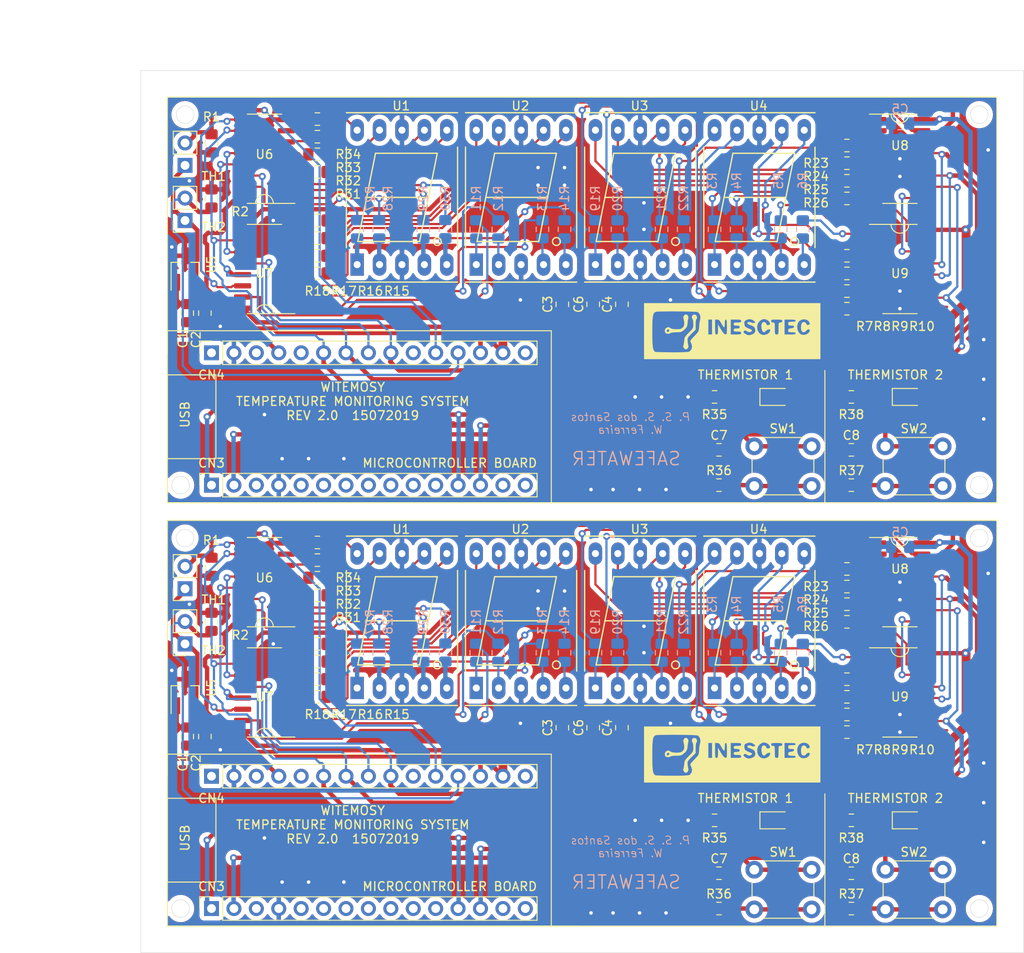
<source format=kicad_pcb>
(kicad_pcb (version 20171130) (host pcbnew "(5.1.2)-1")
  (layers (0 F.Cu signal) (31 B.Cu signal) (34 B.Paste user) (35 F.Paste user) (36 B.SilkS user) (37 F.SilkS user) (38 B.Mask user) (39 F.Mask user) (44 Edge.Cuts user))
  (net 0 "")
  (net 1 "Net-(U6-Pad9)")
  (net 2 "Net-(U7-Pad9)")
  (net 3 "Net-(U8-Pad9)")
  (net 4 0)
  (net 5 V5)
  (net 6 V3.3)
  (net 7 /PA0)
  (net 8 /PA1)
  (net 9 /PA4_CLK)
  (net 10 /PA5_DAT)
  (net 11 /PA6_OE)
  (net 12 /PA7_CLR)
  (net 13 "Net-(R3-Pad2)")
  (net 14 "Net-(R3-Pad1)")
  (net 15 "Net-(R4-Pad2)")
  (net 16 "Net-(R4-Pad1)")
  (net 17 "Net-(R5-Pad2)")
  (net 18 "Net-(R5-Pad1)")
  (net 19 "Net-(R6-Pad2)")
  (net 20 "Net-(R6-Pad1)")
  (net 21 "Net-(R7-Pad2)")
  (net 22 "Net-(R7-Pad1)")
  (net 23 "Net-(R8-Pad2)")
  (net 24 "Net-(R8-Pad1)")
  (net 25 "Net-(R9-Pad2)")
  (net 26 "Net-(R9-Pad1)")
  (net 27 "Net-(R10-Pad2)")
  (net 28 "Net-(R10-Pad1)")
  (net 29 "Net-(R11-Pad2)")
  (net 30 "Net-(R11-Pad1)")
  (net 31 "Net-(R12-Pad2)")
  (net 32 "Net-(R12-Pad1)")
  (net 33 "Net-(R13-Pad2)")
  (net 34 "Net-(R13-Pad1)")
  (net 35 "Net-(R14-Pad2)")
  (net 36 "Net-(R14-Pad1)")
  (net 37 "Net-(R15-Pad2)")
  (net 38 "Net-(R15-Pad1)")
  (net 39 "Net-(R16-Pad2)")
  (net 40 "Net-(R16-Pad1)")
  (net 41 "Net-(R17-Pad2)")
  (net 42 "Net-(R17-Pad1)")
  (net 43 "Net-(R18-Pad2)")
  (net 44 "Net-(R18-Pad1)")
  (net 45 "Net-(R19-Pad2)")
  (net 46 "Net-(R19-Pad1)")
  (net 47 "Net-(R20-Pad2)")
  (net 48 "Net-(R20-Pad1)")
  (net 49 "Net-(R21-Pad2)")
  (net 50 "Net-(R21-Pad1)")
  (net 51 "Net-(R22-Pad2)")
  (net 52 "Net-(R22-Pad1)")
  (net 53 "Net-(R23-Pad2)")
  (net 54 "Net-(R23-Pad1)")
  (net 55 "Net-(R24-Pad2)")
  (net 56 "Net-(R24-Pad1)")
  (net 57 "Net-(R25-Pad2)")
  (net 58 "Net-(R25-Pad1)")
  (net 59 "Net-(R26-Pad2)")
  (net 60 "Net-(R26-Pad1)")
  (net 61 "Net-(R27-Pad2)")
  (net 62 "Net-(R27-Pad1)")
  (net 63 "Net-(R28-Pad2)")
  (net 64 "Net-(R28-Pad1)")
  (net 65 "Net-(R29-Pad2)")
  (net 66 "Net-(R29-Pad1)")
  (net 67 "Net-(R30-Pad2)")
  (net 68 "Net-(R30-Pad1)")
  (net 69 "Net-(R31-Pad2)")
  (net 70 "Net-(R31-Pad1)")
  (net 71 "Net-(R32-Pad2)")
  (net 72 "Net-(R32-Pad1)")
  (net 73 "Net-(R33-Pad2)")
  (net 74 "Net-(R33-Pad1)")
  (net 75 "Net-(R34-Pad2)")
  (net 76 "Net-(R34-Pad1)")
  (net 77 /PA9_LD1)
  (net 78 "Net-(D1-Pad1)")
  (net 79 /PA8_LD2)
  (net 80 "Net-(D2-Pad1)")
  (net 81 /PA10_SW2)
  (net 82 /PA10_SW1)
  (net 83 /AREF~)
  (net 84 "Net-(C7-Pad2)")
  (net 85 "Net-(C8-Pad2)")
  (module Resistor_SMD:R_0805_2012Metric_Pad1.15x1.40mm_HandSolder (layer B.Cu) (at 129.5 110.975 90)
    (fp_text reference R30 (at 3.5 0 270) (layer B.SilkS) (effects (justify mirror)))
    (fp_text value 560)
    (pad 1 smd roundrect (at -1.025 0 90) (size 1.15 1.4) (layers B.Cu B.Paste B.Mask) (roundrect_rratio 0.217391) (net 68 "Net-(R30-Pad1)"))
    (pad 2 smd roundrect (at 1.025 0 90) (size 1.15 1.4) (layers B.Cu B.Paste B.Mask) (roundrect_rratio 0.217391) (net 67 "Net-(R30-Pad2)"))
  )
  (module Resistor_SMD:R_0805_2012Metric_Pad1.15x1.40mm_HandSolder (layer F.Cu) (at 115 104.5 180)
    (fp_text reference R31 (at -3.5 -2.5) (layer F.SilkS))
    (fp_text value 560)
    (pad 1 smd roundrect (at -1.025 0 180) (size 1.15 1.4) (layers F.Cu F.Paste F.Mask) (roundrect_rratio 0.217391) (net 70 "Net-(R31-Pad1)"))
    (pad 2 smd roundrect (at 1.025 0 180) (size 1.15 1.4) (layers F.Cu F.Paste F.Mask) (roundrect_rratio 0.217391) (net 69 "Net-(R31-Pad2)"))
  )
  (module Resistor_SMD:R_0805_2012Metric_Pad1.15x1.40mm_HandSolder (layer F.Cu) (at 115 102.5 180)
    (fp_text reference R32 (at -3.5 -3 180) (layer F.SilkS))
    (fp_text value 560)
    (pad 1 smd roundrect (at -1.025 0 180) (size 1.15 1.4) (layers F.Cu F.Paste F.Mask) (roundrect_rratio 0.217391) (net 72 "Net-(R32-Pad1)"))
    (pad 2 smd roundrect (at 1.025 0 180) (size 1.15 1.4) (layers F.Cu F.Paste F.Mask) (roundrect_rratio 0.217391) (net 71 "Net-(R32-Pad2)"))
  )
  (module Resistor_SMD:R_0805_2012Metric_Pad1.15x1.40mm_HandSolder (layer F.Cu) (at 115 100.5 180)
    (fp_text reference R33 (at -3.5 -3.5) (layer F.SilkS))
    (fp_text value 560)
    (pad 1 smd roundrect (at -1.025 0 180) (size 1.15 1.4) (layers F.Cu F.Paste F.Mask) (roundrect_rratio 0.217391) (net 74 "Net-(R33-Pad1)"))
    (pad 2 smd roundrect (at 1.025 0 180) (size 1.15 1.4) (layers F.Cu F.Paste F.Mask) (roundrect_rratio 0.217391) (net 73 "Net-(R33-Pad2)"))
  )
  (module Package_TO_SOT_SMD:SOT-23_Handsoldering (layer F.Cu) (at 100 115.5 90)
    (fp_text reference U5 (at 0.5 3 90) (layer F.SilkS))
    (fp_text value REF3033)
    (pad 1 smd rect (at -1.5 -0.95 90) (size 1.9 0.8) (layers F.Cu F.Paste F.Mask) (net 5 V5))
    (pad 2 smd rect (at -1.5 0.95 90) (size 1.9 0.8) (layers F.Cu F.Paste F.Mask) (net 83 /AREF~))
    (pad 3 smd rect (at 1.5 0 90) (size 1.9 0.8) (layers F.Cu F.Paste F.Mask) (net 4 0))
  )
  (module Package_SO:SOIC-16_3.9x9.9mm_P1.27mm (layer F.Cu) (at 109 103 180)
    (fp_text reference U6 (at 0 0.5) (layer F.SilkS))
    (fp_text value 74HC595)
    (pad 1 smd roundrect (at -2.475 -4.445 180) (size 1.95 0.6) (layers F.Cu F.Paste F.Mask) (net 63 "Net-(R28-Pad2)"))
    (pad 2 smd roundrect (at -2.475 -3.175 180) (size 1.95 0.6) (layers F.Cu F.Paste F.Mask) (net 65 "Net-(R29-Pad2)"))
    (pad 3 smd roundrect (at -2.475 -1.905 180) (size 1.95 0.6) (layers F.Cu F.Paste F.Mask) (net 67 "Net-(R30-Pad2)"))
    (pad 4 smd roundrect (at -2.475 -0.635 180) (size 1.95 0.6) (layers F.Cu F.Paste F.Mask) (net 69 "Net-(R31-Pad2)"))
    (pad 5 smd roundrect (at -2.475 0.635 180) (size 1.95 0.6) (layers F.Cu F.Paste F.Mask) (net 71 "Net-(R32-Pad2)"))
    (pad 6 smd roundrect (at -2.475 1.905 180) (size 1.95 0.6) (layers F.Cu F.Paste F.Mask) (net 73 "Net-(R33-Pad2)"))
    (pad 7 smd roundrect (at -2.475 3.175 180) (size 1.95 0.6) (layers F.Cu F.Paste F.Mask) (net 75 "Net-(R34-Pad2)"))
    (pad 8 smd roundrect (at -2.475 4.445 180) (size 1.95 0.6) (layers F.Cu F.Paste F.Mask) (net 4 0))
    (pad 9 smd roundrect (at 2.475 4.445 180) (size 1.95 0.6) (layers F.Cu F.Paste F.Mask) (net 1 "Net-(U6-Pad9)"))
    (pad 10 smd roundrect (at 2.475 3.175 180) (size 1.95 0.6) (layers F.Cu F.Paste F.Mask) (net 12 /PA7_CLR))
    (pad 11 smd roundrect (at 2.475 1.905 180) (size 1.95 0.6) (layers F.Cu F.Paste F.Mask) (net 9 /PA4_CLK))
    (pad 12 smd roundrect (at 2.475 0.635 180) (size 1.95 0.6) (layers F.Cu F.Paste F.Mask) (net 9 /PA4_CLK))
    (pad 13 smd roundrect (at 2.475 -0.635 180) (size 1.95 0.6) (layers F.Cu F.Paste F.Mask) (net 11 /PA6_OE))
    (pad 14 smd roundrect (at 2.475 -1.905 180) (size 1.95 0.6) (layers F.Cu F.Paste F.Mask) (net 10 /PA5_DAT))
    (pad 15 smd roundrect (at 2.475 -3.175 180) (size 1.95 0.6) (layers F.Cu F.Paste F.Mask) (net 61 "Net-(R27-Pad2)"))
    (pad 16 smd roundrect (at 2.475 -4.445 180) (size 1.95 0.6) (layers F.Cu F.Paste F.Mask) (net 6 V3.3))
  )
  (module Package_SO:SOIC-16_3.9x9.9mm_P1.27mm (layer F.Cu) (at 109 115.5 180)
    (fp_text reference U7 (at 0 -0.5) (layer F.SilkS))
    (fp_text value 74HC595)
    (pad 1 smd roundrect (at -2.475 -4.445 180) (size 1.95 0.6) (layers F.Cu F.Paste F.Mask) (net 31 "Net-(R12-Pad2)"))
    (pad 2 smd roundrect (at -2.475 -3.175 180) (size 1.95 0.6) (layers F.Cu F.Paste F.Mask) (net 33 "Net-(R13-Pad2)"))
    (pad 3 smd roundrect (at -2.475 -1.905 180) (size 1.95 0.6) (layers F.Cu F.Paste F.Mask) (net 35 "Net-(R14-Pad2)"))
    (pad 4 smd roundrect (at -2.475 -0.635 180) (size 1.95 0.6) (layers F.Cu F.Paste F.Mask) (net 37 "Net-(R15-Pad2)"))
    (pad 5 smd roundrect (at -2.475 0.635 180) (size 1.95 0.6) (layers F.Cu F.Paste F.Mask) (net 39 "Net-(R16-Pad2)"))
    (pad 6 smd roundrect (at -2.475 1.905 180) (size 1.95 0.6) (layers F.Cu F.Paste F.Mask) (net 41 "Net-(R17-Pad2)"))
    (pad 7 smd roundrect (at -2.475 3.175 180) (size 1.95 0.6) (layers F.Cu F.Paste F.Mask) (net 43 "Net-(R18-Pad2)"))
    (pad 8 smd roundrect (at -2.475 4.445 180) (size 1.95 0.6) (layers F.Cu F.Paste F.Mask) (net 4 0))
    (pad 9 smd roundrect (at 2.475 4.445 180) (size 1.95 0.6) (layers F.Cu F.Paste F.Mask) (net 2 "Net-(U7-Pad9)"))
    (pad 10 smd roundrect (at 2.475 3.175 180) (size 1.95 0.6) (layers F.Cu F.Paste F.Mask) (net 12 /PA7_CLR))
    (pad 11 smd roundrect (at 2.475 1.905 180) (size 1.95 0.6) (layers F.Cu F.Paste F.Mask) (net 9 /PA4_CLK))
    (pad 12 smd roundrect (at 2.475 0.635 180) (size 1.95 0.6) (layers F.Cu F.Paste F.Mask) (net 9 /PA4_CLK))
    (pad 13 smd roundrect (at 2.475 -0.635 180) (size 1.95 0.6) (layers F.Cu F.Paste F.Mask) (net 11 /PA6_OE))
    (pad 14 smd roundrect (at 2.475 -1.905 180) (size 1.95 0.6) (layers F.Cu F.Paste F.Mask) (net 1 "Net-(U6-Pad9)"))
    (pad 15 smd roundrect (at 2.475 -3.175 180) (size 1.95 0.6) (layers F.Cu F.Paste F.Mask) (net 29 "Net-(R11-Pad2)"))
    (pad 16 smd roundrect (at 2.475 -4.445 180) (size 1.95 0.6) (layers F.Cu F.Paste F.Mask) (net 6 V3.3))
  )
  (module Package_SO:SOIC-16_3.9x9.9mm_P1.27mm (layer F.Cu) (at 181 103)
    (fp_text reference U8 (at 0 -1.5) (layer F.SilkS))
    (fp_text value 74HC595)
    (pad 1 smd roundrect (at -2.475 -4.445) (size 1.95 0.6) (layers F.Cu F.Paste F.Mask) (net 47 "Net-(R20-Pad2)"))
    (pad 2 smd roundrect (at -2.475 -3.175) (size 1.95 0.6) (layers F.Cu F.Paste F.Mask) (net 49 "Net-(R21-Pad2)"))
    (pad 3 smd roundrect (at -2.475 -1.905) (size 1.95 0.6) (layers F.Cu F.Paste F.Mask) (net 51 "Net-(R22-Pad2)"))
    (pad 4 smd roundrect (at -2.475 -0.635) (size 1.95 0.6) (layers F.Cu F.Paste F.Mask) (net 53 "Net-(R23-Pad2)"))
    (pad 5 smd roundrect (at -2.475 0.635) (size 1.95 0.6) (layers F.Cu F.Paste F.Mask) (net 55 "Net-(R24-Pad2)"))
    (pad 6 smd roundrect (at -2.475 1.905) (size 1.95 0.6) (layers F.Cu F.Paste F.Mask) (net 57 "Net-(R25-Pad2)"))
    (pad 7 smd roundrect (at -2.475 3.175) (size 1.95 0.6) (layers F.Cu F.Paste F.Mask) (net 59 "Net-(R26-Pad2)"))
    (pad 8 smd roundrect (at -2.475 4.445) (size 1.95 0.6) (layers F.Cu F.Paste F.Mask) (net 4 0))
    (pad 9 smd roundrect (at 2.475 4.445) (size 1.95 0.6) (layers F.Cu F.Paste F.Mask) (net 3 "Net-(U8-Pad9)"))
    (pad 10 smd roundrect (at 2.475 3.175) (size 1.95 0.6) (layers F.Cu F.Paste F.Mask) (net 12 /PA7_CLR))
    (pad 11 smd roundrect (at 2.475 1.905) (size 1.95 0.6) (layers F.Cu F.Paste F.Mask) (net 9 /PA4_CLK))
    (pad 12 smd roundrect (at 2.475 0.635) (size 1.95 0.6) (layers F.Cu F.Paste F.Mask) (net 9 /PA4_CLK))
    (pad 13 smd roundrect (at 2.475 -0.635) (size 1.95 0.6) (layers F.Cu F.Paste F.Mask) (net 11 /PA6_OE))
    (pad 14 smd roundrect (at 2.475 -1.905) (size 1.95 0.6) (layers F.Cu F.Paste F.Mask) (net 2 "Net-(U7-Pad9)"))
    (pad 15 smd roundrect (at 2.475 -3.175) (size 1.95 0.6) (layers F.Cu F.Paste F.Mask) (net 45 "Net-(R19-Pad2)"))
    (pad 16 smd roundrect (at 2.475 -4.445) (size 1.95 0.6) (layers F.Cu F.Paste F.Mask) (net 6 V3.3))
  )
  (module Resistor_SMD:R_0805_2012Metric_Pad1.15x1.40mm_HandSolder (layer F.Cu) (at 115 110 180)
    (fp_text reference R18 (at 0 -8) (layer F.SilkS))
    (fp_text value 560)
    (pad 1 smd roundrect (at -1.025 0 180) (size 1.15 1.4) (layers F.Cu F.Paste F.Mask) (roundrect_rratio 0.217391) (net 44 "Net-(R18-Pad1)"))
    (pad 2 smd roundrect (at 1.025 0 180) (size 1.15 1.4) (layers F.Cu F.Paste F.Mask) (roundrect_rratio 0.217391) (net 43 "Net-(R18-Pad2)"))
  )
  (module Resistor_SMD:R_0805_2012Metric_Pad1.15x1.40mm_HandSolder (layer B.Cu) (at 146.5 111 90)
    (fp_text reference R19 (at 3.5 0 90) (layer B.SilkS) (effects (justify mirror)))
    (fp_text value 560)
    (pad 1 smd roundrect (at -1.025 0 90) (size 1.15 1.4) (layers B.Cu B.Paste B.Mask) (roundrect_rratio 0.217391) (net 46 "Net-(R19-Pad1)"))
    (pad 2 smd roundrect (at 1.025 0 90) (size 1.15 1.4) (layers B.Cu B.Paste B.Mask) (roundrect_rratio 0.217391) (net 45 "Net-(R19-Pad2)"))
  )
  (module Resistor_SMD:R_0805_2012Metric_Pad1.15x1.40mm_HandSolder (layer B.Cu) (at 149 111 90)
    (fp_text reference R20 (at 3.5 0 270) (layer B.SilkS) (effects (justify mirror)))
    (fp_text value 560)
    (pad 1 smd roundrect (at -1.025 0 90) (size 1.15 1.4) (layers B.Cu B.Paste B.Mask) (roundrect_rratio 0.217391) (net 48 "Net-(R20-Pad1)"))
    (pad 2 smd roundrect (at 1.025 0 90) (size 1.15 1.4) (layers B.Cu B.Paste B.Mask) (roundrect_rratio 0.217391) (net 47 "Net-(R20-Pad2)"))
  )
  (module Resistor_SMD:R_0805_2012Metric_Pad1.15x1.40mm_HandSolder (layer B.Cu) (at 154 111 90)
    (fp_text reference R21 (at 3.5 0 270) (layer B.SilkS) (effects (justify mirror)))
    (fp_text value 560)
    (pad 1 smd roundrect (at -1.025 0 90) (size 1.15 1.4) (layers B.Cu B.Paste B.Mask) (roundrect_rratio 0.217391) (net 50 "Net-(R21-Pad1)"))
    (pad 2 smd roundrect (at 1.025 0 90) (size 1.15 1.4) (layers B.Cu B.Paste B.Mask) (roundrect_rratio 0.217391) (net 49 "Net-(R21-Pad2)"))
  )
  (module Resistor_SMD:R_0805_2012Metric_Pad1.15x1.40mm_HandSolder (layer B.Cu) (at 156.5 111 90)
    (fp_text reference R22 (at 3.5 0 90) (layer B.SilkS) (effects (justify mirror)))
    (fp_text value 560)
    (pad 1 smd roundrect (at -1.025 0 90) (size 1.15 1.4) (layers B.Cu B.Paste B.Mask) (roundrect_rratio 0.217391) (net 52 "Net-(R22-Pad1)"))
    (pad 2 smd roundrect (at 1.025 0 90) (size 1.15 1.4) (layers B.Cu B.Paste B.Mask) (roundrect_rratio 0.217391) (net 51 "Net-(R22-Pad2)"))
  )
  (module Resistor_SMD:R_0805_2012Metric_Pad1.15x1.40mm_HandSolder (layer F.Cu) (at 175 101.5)
    (fp_text reference R23 (at -3.5 2) (layer F.SilkS))
    (fp_text value 560)
    (pad 1 smd roundrect (at -1.025 0) (size 1.15 1.4) (layers F.Cu F.Paste F.Mask) (roundrect_rratio 0.217391) (net 54 "Net-(R23-Pad1)"))
    (pad 2 smd roundrect (at 1.025 0) (size 1.15 1.4) (layers F.Cu F.Paste F.Mask) (roundrect_rratio 0.217391) (net 53 "Net-(R23-Pad2)"))
  )
  (module Resistor_SMD:R_0805_2012Metric_Pad1.15x1.40mm_HandSolder (layer F.Cu) (at 175 103.5)
    (fp_text reference R24 (at -3.5 1.5) (layer F.SilkS))
    (fp_text value 560)
    (pad 1 smd roundrect (at -1.025 0) (size 1.15 1.4) (layers F.Cu F.Paste F.Mask) (roundrect_rratio 0.217391) (net 56 "Net-(R24-Pad1)"))
    (pad 2 smd roundrect (at 1.025 0) (size 1.15 1.4) (layers F.Cu F.Paste F.Mask) (roundrect_rratio 0.217391) (net 55 "Net-(R24-Pad2)"))
  )
  (module Resistor_SMD:R_0805_2012Metric_Pad1.15x1.40mm_HandSolder (layer F.Cu) (at 175 105.5)
    (fp_text reference R25 (at -3.5 1) (layer F.SilkS))
    (fp_text value 560)
    (pad 1 smd roundrect (at -1.025 0) (size 1.15 1.4) (layers F.Cu F.Paste F.Mask) (roundrect_rratio 0.217391) (net 58 "Net-(R25-Pad1)"))
    (pad 2 smd roundrect (at 1.025 0) (size 1.15 1.4) (layers F.Cu F.Paste F.Mask) (roundrect_rratio 0.217391) (net 57 "Net-(R25-Pad2)"))
  )
  (module Documents:logoinesc4 (layer F.Cu) (at 162 122.5)
    (fp_text reference G*** hide)
    (fp_text value LOGO hide)
  )
  (module LED_SMD:LED_0805_2012Metric_Pad1.15x1.40mm_HandSolder (layer F.Cu) (at 182 130)
    (fp_text reference ON hide)
    (fp_text value LED)
    (pad 1 smd roundrect (at -1.025 0) (size 1.15 1.4) (layers F.Cu F.Paste F.Mask) (roundrect_rratio 0.217391) (net 80 "Net-(D2-Pad1)"))
    (pad 2 smd roundrect (at 1.025 0) (size 1.15 1.4) (layers F.Cu F.Paste F.Mask) (roundrect_rratio 0.217391) (net 79 /PA8_LD2))
  )
  (module Connector_PinSocket_2.54mm:PinSocket_1x15_P2.54mm_Vertical (layer F.Cu) (at 103 140 90)
    (fp_text reference CN3 (at 2.5 0 180) (layer F.SilkS))
    (fp_text value CN3)
    (pad 1 thru_hole rect (at 0 0 90) (size 1.7 1.7) (drill 1) (layers *.Cu *.Mask) (net 77 /PA9_LD1))
    (pad 2 thru_hole oval (at 0 2.54 90) (size 1.7 1.7) (drill 1) (layers *.Cu *.Mask) (net 82 /PA10_SW1))
    (pad 3 thru_hole oval (at 0 5.08 90) (size 1.7 1.7) (drill 1) (layers *.Cu *.Mask))
    (pad 4 thru_hole oval (at 0 7.62 90) (size 1.7 1.7) (drill 1) (layers *.Cu *.Mask) (net 4 0))
    (pad 5 thru_hole oval (at 0 10.16 90) (size 1.7 1.7) (drill 1) (layers *.Cu *.Mask))
    (pad 6 thru_hole oval (at 0 12.7 90) (size 1.7 1.7) (drill 1) (layers *.Cu *.Mask))
    (pad 7 thru_hole oval (at 0 15.24 90) (size 1.7 1.7) (drill 1) (layers *.Cu *.Mask))
    (pad 8 thru_hole oval (at 0 17.78 90) (size 1.7 1.7) (drill 1) (layers *.Cu *.Mask))
    (pad 9 thru_hole oval (at 0 20.32 90) (size 1.7 1.7) (drill 1) (layers *.Cu *.Mask))
    (pad 10 thru_hole oval (at 0 22.86 90) (size 1.7 1.7) (drill 1) (layers *.Cu *.Mask))
    (pad 11 thru_hole oval (at 0 25.4 90) (size 1.7 1.7) (drill 1) (layers *.Cu *.Mask))
    (pad 12 thru_hole oval (at 0 27.94 90) (size 1.7 1.7) (drill 1) (layers *.Cu *.Mask) (net 79 /PA8_LD2))
    (pad 13 thru_hole oval (at 0 30.48 90) (size 1.7 1.7) (drill 1) (layers *.Cu *.Mask) (net 81 /PA10_SW2))
    (pad 14 thru_hole oval (at 0 33.02 90) (size 1.7 1.7) (drill 1) (layers *.Cu *.Mask))
    (pad 15 thru_hole oval (at 0 35.56 90) (size 1.7 1.7) (drill 1) (layers *.Cu *.Mask))
  )
  (module Connector_PinSocket_2.54mm:PinSocket_1x15_P2.54mm_Vertical (layer F.Cu) (at 103 125 90)
    (fp_text reference CN4 (at -2.5 0) (layer F.SilkS))
    (fp_text value CN4)
    (pad 1 thru_hole rect (at 0 0 90) (size 1.7 1.7) (drill 1) (layers *.Cu *.Mask))
    (pad 2 thru_hole oval (at 0 2.54 90) (size 1.7 1.7) (drill 1) (layers *.Cu *.Mask) (net 4 0))
    (pad 3 thru_hole oval (at 0 5.08 90) (size 1.7 1.7) (drill 1) (layers *.Cu *.Mask))
    (pad 4 thru_hole oval (at 0 7.62 90) (size 1.7 1.7) (drill 1) (layers *.Cu *.Mask) (net 5 V5))
    (pad 5 thru_hole oval (at 0 10.16 90) (size 1.7 1.7) (drill 1) (layers *.Cu *.Mask))
    (pad 6 thru_hole oval (at 0 12.7 90) (size 1.7 1.7) (drill 1) (layers *.Cu *.Mask) (net 12 /PA7_CLR))
    (pad 7 thru_hole oval (at 0 15.24 90) (size 1.7 1.7) (drill 1) (layers *.Cu *.Mask) (net 11 /PA6_OE))
    (pad 8 thru_hole oval (at 0 17.78 90) (size 1.7 1.7) (drill 1) (layers *.Cu *.Mask) (net 10 /PA5_DAT))
    (pad 9 thru_hole oval (at 0 20.32 90) (size 1.7 1.7) (drill 1) (layers *.Cu *.Mask) (net 9 /PA4_CLK))
    (pad 10 thru_hole oval (at 0 22.86 90) (size 1.7 1.7) (drill 1) (layers *.Cu *.Mask))
    (pad 11 thru_hole oval (at 0 25.4 90) (size 1.7 1.7) (drill 1) (layers *.Cu *.Mask) (net 8 /PA1))
    (pad 12 thru_hole oval (at 0 27.94 90) (size 1.7 1.7) (drill 1) (layers *.Cu *.Mask) (net 7 /PA0))
    (pad 13 thru_hole oval (at 0 30.48 90) (size 1.7 1.7) (drill 1) (layers *.Cu *.Mask) (net 83 /AREF~))
    (pad 14 thru_hole oval (at 0 33.02 90) (size 1.7 1.7) (drill 1) (layers *.Cu *.Mask) (net 6 V3.3))
    (pad 15 thru_hole oval (at 0 35.56 90) (size 1.7 1.7) (drill 1) (layers *.Cu *.Mask))
  )
  (module Resistor_SMD:R_0805_2012Metric_Pad1.15x1.40mm_HandSolder (layer F.Cu) (at 103 101.25 270)
    (fp_text reference R1 (at -3 0 180) (layer F.SilkS))
    (fp_text value 10k)
    (pad 1 smd roundrect (at -1.025 0 270) (size 1.15 1.4) (layers F.Cu F.Paste F.Mask) (roundrect_rratio 0.217391) (net 8 /PA1))
    (pad 2 smd roundrect (at 1.025 0 270) (size 1.15 1.4) (layers F.Cu F.Paste F.Mask) (roundrect_rratio 0.217391) (net 4 0))
  )
  (module Resistor_SMD:R_0805_2012Metric_Pad1.15x1.40mm_HandSolder (layer F.Cu) (at 103 107.5 90)
    (fp_text reference R2 (at -1.5 3.25 180) (layer F.SilkS))
    (fp_text value 10k)
    (pad 1 smd roundrect (at -1.025 0 90) (size 1.15 1.4) (layers F.Cu F.Paste F.Mask) (roundrect_rratio 0.217391) (net 7 /PA0))
    (pad 2 smd roundrect (at 1.025 0 90) (size 1.15 1.4) (layers F.Cu F.Paste F.Mask) (roundrect_rratio 0.217391) (net 4 0))
  )
  (module Resistor_SMD:R_0805_2012Metric_Pad1.15x1.40mm_HandSolder (layer B.Cu) (at 160 111 90)
    (fp_text reference R3 (at 5.5 -0.25 270) (layer B.SilkS) (effects (justify mirror)))
    (fp_text value 560)
    (pad 1 smd roundrect (at -1.025 0 90) (size 1.15 1.4) (layers B.Cu B.Paste B.Mask) (roundrect_rratio 0.217391) (net 14 "Net-(R3-Pad1)"))
    (pad 2 smd roundrect (at 1.025 0 90) (size 1.15 1.4) (layers B.Cu B.Paste B.Mask) (roundrect_rratio 0.217391) (net 13 "Net-(R3-Pad2)"))
  )
  (module Resistor_SMD:R_0805_2012Metric_Pad1.15x1.40mm_HandSolder (layer B.Cu) (at 162.5 111 90)
    (fp_text reference R4 (at 5.5 0 90) (layer B.SilkS) (effects (justify mirror)))
    (fp_text value 560)
    (pad 1 smd roundrect (at -1.025 0 90) (size 1.15 1.4) (layers B.Cu B.Paste B.Mask) (roundrect_rratio 0.217391) (net 16 "Net-(R4-Pad1)"))
    (pad 2 smd roundrect (at 1.025 0 90) (size 1.15 1.4) (layers B.Cu B.Paste B.Mask) (roundrect_rratio 0.217391) (net 15 "Net-(R4-Pad2)"))
  )
  (module Resistor_SMD:R_0805_2012Metric_Pad1.15x1.40mm_HandSolder (layer B.Cu) (at 167.5 111 90)
    (fp_text reference R5 (at 5.5 -0.25 270) (layer B.SilkS) (effects (justify mirror)))
    (fp_text value 560)
    (pad 1 smd roundrect (at -1.025 0 90) (size 1.15 1.4) (layers B.Cu B.Paste B.Mask) (roundrect_rratio 0.217391) (net 18 "Net-(R5-Pad1)"))
    (pad 2 smd roundrect (at 1.025 0 90) (size 1.15 1.4) (layers B.Cu B.Paste B.Mask) (roundrect_rratio 0.217391) (net 17 "Net-(R5-Pad2)"))
  )
  (module Package_SO:SOIC-16_3.9x9.9mm_P1.27mm (layer F.Cu) (at 181 115.5)
    (fp_text reference U9 (at 0 0.5) (layer F.SilkS))
    (fp_text value 74HC595)
    (pad 1 smd roundrect (at -2.475 -4.445) (size 1.95 0.6) (layers F.Cu F.Paste F.Mask) (net 15 "Net-(R4-Pad2)"))
    (pad 2 smd roundrect (at -2.475 -3.175) (size 1.95 0.6) (layers F.Cu F.Paste F.Mask) (net 17 "Net-(R5-Pad2)"))
    (pad 3 smd roundrect (at -2.475 -1.905) (size 1.95 0.6) (layers F.Cu F.Paste F.Mask) (net 19 "Net-(R6-Pad2)"))
    (pad 4 smd roundrect (at -2.475 -0.635) (size 1.95 0.6) (layers F.Cu F.Paste F.Mask) (net 21 "Net-(R7-Pad2)"))
    (pad 5 smd roundrect (at -2.475 0.635) (size 1.95 0.6) (layers F.Cu F.Paste F.Mask) (net 23 "Net-(R8-Pad2)"))
    (pad 6 smd roundrect (at -2.475 1.905) (size 1.95 0.6) (layers F.Cu F.Paste F.Mask) (net 25 "Net-(R9-Pad2)"))
    (pad 7 smd roundrect (at -2.475 3.175) (size 1.95 0.6) (layers F.Cu F.Paste F.Mask) (net 27 "Net-(R10-Pad2)"))
    (pad 8 smd roundrect (at -2.475 4.445) (size 1.95 0.6) (layers F.Cu F.Paste F.Mask) (net 4 0))
    (pad 9 smd roundrect (at 2.475 4.445) (size 1.95 0.6) (layers F.Cu F.Paste F.Mask))
    (pad 10 smd roundrect (at 2.475 3.175) (size 1.95 0.6) (layers F.Cu F.Paste F.Mask) (net 12 /PA7_CLR))
    (pad 11 smd roundrect (at 2.475 1.905) (size 1.95 0.6) (layers F.Cu F.Paste F.Mask) (net 9 /PA4_CLK))
    (pad 12 smd roundrect (at 2.475 0.635) (size 1.95 0.6) (layers F.Cu F.Paste F.Mask) (net 9 /PA4_CLK))
    (pad 13 smd roundrect (at 2.475 -0.635) (size 1.95 0.6) (layers F.Cu F.Paste F.Mask) (net 11 /PA6_OE))
    (pad 14 smd roundrect (at 2.475 -1.905) (size 1.95 0.6) (layers F.Cu F.Paste F.Mask) (net 3 "Net-(U8-Pad9)"))
    (pad 15 smd roundrect (at 2.475 -3.175) (size 1.95 0.6) (layers F.Cu F.Paste F.Mask) (net 13 "Net-(R3-Pad2)"))
    (pad 16 smd roundrect (at 2.475 -4.445) (size 1.95 0.6) (layers F.Cu F.Paste F.Mask) (net 6 V3.3))
  )
  (module Capacitor_SMD:C_0805_2012Metric_Pad1.15x1.40mm_HandSolder (layer F.Cu) (at 160.5 136)
    (fp_text reference C7 (at 0 -1.65) (layer F.SilkS))
    (fp_text value 100n)
    (pad 1 smd roundrect (at -1.025 0) (size 1.15 1.4) (layers F.Cu F.Paste F.Mask) (roundrect_rratio 0.217391) (net 4 0))
    (pad 2 smd roundrect (at 1.025 0) (size 1.15 1.4) (layers F.Cu F.Paste F.Mask) (roundrect_rratio 0.217391) (net 84 "Net-(C7-Pad2)"))
  )
  (module Capacitor_SMD:C_0805_2012Metric_Pad1.15x1.40mm_HandSolder (layer F.Cu) (at 175.5 136)
    (fp_text reference C8 (at 0 -1.65) (layer F.SilkS))
    (fp_text value 100n)
    (pad 1 smd roundrect (at -1.025 0) (size 1.15 1.4) (layers F.Cu F.Paste F.Mask) (roundrect_rratio 0.217391) (net 4 0))
    (pad 2 smd roundrect (at 1.025 0) (size 1.15 1.4) (layers F.Cu F.Paste F.Mask) (roundrect_rratio 0.217391) (net 85 "Net-(C8-Pad2)"))
  )
  (module Resistor_SMD:R_0805_2012Metric_Pad1.15x1.40mm_HandSolder (layer F.Cu) (at 160.5 140)
    (fp_text reference R36 (at 0 -1.65) (layer F.SilkS))
    (fp_text value 1k)
    (pad 1 smd roundrect (at -1.025 0) (size 1.15 1.4) (layers F.Cu F.Paste F.Mask) (roundrect_rratio 0.217391) (net 4 0))
    (pad 2 smd roundrect (at 1.025 0) (size 1.15 1.4) (layers F.Cu F.Paste F.Mask) (roundrect_rratio 0.217391) (net 84 "Net-(C7-Pad2)"))
  )
  (module Resistor_SMD:R_0805_2012Metric_Pad1.15x1.40mm_HandSolder (layer F.Cu) (at 115 98.5 180)
    (fp_text reference R34 (at -3.5 -4) (layer F.SilkS))
    (fp_text value 560)
    (pad 1 smd roundrect (at -1.025 0 180) (size 1.15 1.4) (layers F.Cu F.Paste F.Mask) (roundrect_rratio 0.217391) (net 76 "Net-(R34-Pad1)"))
    (pad 2 smd roundrect (at 1.025 0 180) (size 1.15 1.4) (layers F.Cu F.Paste F.Mask) (roundrect_rratio 0.217391) (net 75 "Net-(R34-Pad2)"))
  )
  (module Resistor_SMD:R_0805_2012Metric_Pad1.15x1.40mm_HandSolder (layer F.Cu) (at 160 130)
    (fp_text reference R35 (at 0 2) (layer F.SilkS))
    (fp_text value 220)
    (pad 1 smd roundrect (at -1.025 0) (size 1.15 1.4) (layers F.Cu F.Paste F.Mask) (roundrect_rratio 0.217391) (net 4 0))
    (pad 2 smd roundrect (at 1.025 0) (size 1.15 1.4) (layers F.Cu F.Paste F.Mask) (roundrect_rratio 0.217391) (net 78 "Net-(D1-Pad1)"))
  )
  (module Resistor_SMD:R_0805_2012Metric_Pad1.15x1.40mm_HandSolder (layer F.Cu) (at 175.5 140)
    (fp_text reference R37 (at 0 -1.65) (layer F.SilkS))
    (fp_text value 1k)
    (pad 1 smd roundrect (at -1.025 0) (size 1.15 1.4) (layers F.Cu F.Paste F.Mask) (roundrect_rratio 0.217391) (net 4 0))
    (pad 2 smd roundrect (at 1.025 0) (size 1.15 1.4) (layers F.Cu F.Paste F.Mask) (roundrect_rratio 0.217391) (net 85 "Net-(C8-Pad2)"))
  )
  (module Resistor_SMD:R_0805_2012Metric_Pad1.15x1.40mm_HandSolder (layer F.Cu) (at 175.5 130)
    (fp_text reference R38 (at 0 2) (layer F.SilkS))
    (fp_text value 220)
    (pad 1 smd roundrect (at -1.025 0) (size 1.15 1.4) (layers F.Cu F.Paste F.Mask) (roundrect_rratio 0.217391) (net 4 0))
    (pad 2 smd roundrect (at 1.025 0) (size 1.15 1.4) (layers F.Cu F.Paste F.Mask) (roundrect_rratio 0.217391) (net 80 "Net-(D2-Pad1)"))
  )
  (module Capacitor_SMD:C_0805_2012Metric_Pad1.15x1.40mm_HandSolder (layer F.Cu) (at 100.25 120.5 270)
    (fp_text reference C1 (at 3 0.5 270) (layer F.SilkS))
    (fp_text value 100n)
    (pad 1 smd roundrect (at -1.025 0 270) (size 1.15 1.4) (layers F.Cu F.Paste F.Mask) (roundrect_rratio 0.217391) (net 5 V5))
    (pad 2 smd roundrect (at 1.025 0 270) (size 1.15 1.4) (layers F.Cu F.Paste F.Mask) (roundrect_rratio 0.217391) (net 4 0))
  )
  (module Capacitor_SMD:C_0805_2012Metric_Pad1.15x1.40mm_HandSolder (layer F.Cu) (at 102.25 120.5 270)
    (fp_text reference C2 (at 3 1 90) (layer F.SilkS))
    (fp_text value 100n)
    (pad 1 smd roundrect (at -1.025 0 270) (size 1.15 1.4) (layers F.Cu F.Paste F.Mask) (roundrect_rratio 0.217391) (net 83 /AREF~))
    (pad 2 smd roundrect (at 1.025 0 270) (size 1.15 1.4) (layers F.Cu F.Paste F.Mask) (roundrect_rratio 0.217391) (net 4 0))
  )
  (module Capacitor_SMD:C_0805_2012Metric_Pad1.15x1.40mm_HandSolder (layer F.Cu) (at 142.75 119.5 90)
    (fp_text reference C3 (at 0 -1.65 90) (layer F.SilkS))
    (fp_text value 100n)
    (pad 1 smd roundrect (at -1.025 0 90) (size 1.15 1.4) (layers F.Cu F.Paste F.Mask) (roundrect_rratio 0.217391) (net 6 V3.3))
    (pad 2 smd roundrect (at 1.025 0 90) (size 1.15 1.4) (layers F.Cu F.Paste F.Mask) (roundrect_rratio 0.217391) (net 4 0))
  )
  (module Capacitor_SMD:C_0805_2012Metric_Pad1.15x1.40mm_HandSolder (layer F.Cu) (at 149.5 119.5 90)
    (fp_text reference C4 (at 0 -1.65 90) (layer F.SilkS))
    (fp_text value 100n)
    (pad 1 smd roundrect (at -1.025 0 90) (size 1.15 1.4) (layers F.Cu F.Paste F.Mask) (roundrect_rratio 0.217391) (net 6 V3.3))
    (pad 2 smd roundrect (at 1.025 0 90) (size 1.15 1.4) (layers F.Cu F.Paste F.Mask) (roundrect_rratio 0.217391) (net 4 0))
  )
  (module Capacitor_SMD:C_0805_2012Metric_Pad1.15x1.40mm_HandSolder (layer B.Cu) (at 181.025 99 180)
    (fp_text reference C5 (at 0 1.65) (layer B.SilkS) (effects (justify mirror)))
    (fp_text value 100n)
    (pad 1 smd roundrect (at -1.025 0 180) (size 1.15 1.4) (layers B.Cu B.Paste B.Mask) (roundrect_rratio 0.217391) (net 6 V3.3))
    (pad 2 smd roundrect (at 1.025 0 180) (size 1.15 1.4) (layers B.Cu B.Paste B.Mask) (roundrect_rratio 0.217391) (net 4 0))
  )
  (module Capacitor_SMD:C_0805_2012Metric_Pad1.15x1.40mm_HandSolder (layer F.Cu) (at 146.25 119.5 90)
    (fp_text reference C6 (at 0 -1.65 90) (layer F.SilkS))
    (fp_text value 100n)
    (pad 1 smd roundrect (at -1.025 0 90) (size 1.15 1.4) (layers F.Cu F.Paste F.Mask) (roundrect_rratio 0.217391) (net 6 V3.3))
    (pad 2 smd roundrect (at 1.025 0 90) (size 1.15 1.4) (layers F.Cu F.Paste F.Mask) (roundrect_rratio 0.217391) (net 4 0))
  )
  (module LED_SMD:LED_0805_2012Metric_Pad1.15x1.40mm_HandSolder (layer F.Cu) (at 167 130)
    (fp_text reference ON hide)
    (fp_text value LED)
    (pad 1 smd roundrect (at -1.025 0) (size 1.15 1.4) (layers F.Cu F.Paste F.Mask) (roundrect_rratio 0.217391) (net 78 "Net-(D1-Pad1)"))
    (pad 2 smd roundrect (at 1.025 0) (size 1.15 1.4) (layers F.Cu F.Paste F.Mask) (roundrect_rratio 0.217391) (net 77 /PA9_LD1))
  )
  (module Display_7Segment:7SegmentLED_LTS6760_LTS6780 (layer F.Cu) (at 119.5 115 90)
    (fp_text reference U1 (at 18 5 180) (layer F.SilkS))
    (fp_text value HDSP-7401_Paulo)
    (pad 10 thru_hole oval (at 15.24 0) (size 1.524 2.524) (drill 0.8) (layers *.Cu *.Mask) (net 76 "Net-(R34-Pad1)"))
    (pad 9 thru_hole oval (at 15.24 2.54) (size 1.524 2.524) (drill 0.8) (layers *.Cu *.Mask) (net 74 "Net-(R33-Pad1)"))
    (pad 8 thru_hole oval (at 15.24 5.08) (size 1.524 2.524) (drill 0.8) (layers *.Cu *.Mask) (net 4 0))
    (pad 7 thru_hole oval (at 15.24 7.62) (size 1.524 2.524) (drill 0.8) (layers *.Cu *.Mask) (net 72 "Net-(R32-Pad1)"))
    (pad 6 thru_hole oval (at 15.24 10.16) (size 1.524 2.524) (drill 0.8) (layers *.Cu *.Mask) (net 70 "Net-(R31-Pad1)"))
    (pad 5 thru_hole oval (at 0 10.16) (size 1.524 2.524) (drill 0.8) (layers *.Cu *.Mask) (net 68 "Net-(R30-Pad1)"))
    (pad 4 thru_hole oval (at 0 7.62) (size 1.524 2.524) (drill 0.8) (layers *.Cu *.Mask) (net 66 "Net-(R29-Pad1)"))
    (pad 3 thru_hole oval (at 0 5.08) (size 1.524 2.524) (drill 0.8) (layers *.Cu *.Mask) (net 4 0))
    (pad 2 thru_hole oval (at 0 2.54) (size 1.524 2.524) (drill 0.8) (layers *.Cu *.Mask) (net 64 "Net-(R28-Pad1)"))
    (pad 1 thru_hole rect (at 0 0) (size 1.524 2.524) (drill 0.8) (layers *.Cu *.Mask) (net 62 "Net-(R27-Pad1)"))
  )
  (module Display_7Segment:7SegmentLED_LTS6760_LTS6780 (layer F.Cu) (at 133 115 90)
    (fp_text reference U2 (at 18 5 180) (layer F.SilkS))
    (fp_text value HDSP-7401_Paulo)
    (pad 10 thru_hole oval (at 15.24 0) (size 1.524 2.524) (drill 0.8) (layers *.Cu *.Mask) (net 44 "Net-(R18-Pad1)"))
    (pad 9 thru_hole oval (at 15.24 2.54) (size 1.524 2.524) (drill 0.8) (layers *.Cu *.Mask) (net 42 "Net-(R17-Pad1)"))
    (pad 8 thru_hole oval (at 15.24 5.08) (size 1.524 2.524) (drill 0.8) (layers *.Cu *.Mask) (net 4 0))
    (pad 7 thru_hole oval (at 15.24 7.62) (size 1.524 2.524) (drill 0.8) (layers *.Cu *.Mask) (net 40 "Net-(R16-Pad1)"))
    (pad 6 thru_hole oval (at 15.24 10.16) (size 1.524 2.524) (drill 0.8) (layers *.Cu *.Mask) (net 38 "Net-(R15-Pad1)"))
    (pad 5 thru_hole oval (at 0 10.16) (size 1.524 2.524) (drill 0.8) (layers *.Cu *.Mask) (net 36 "Net-(R14-Pad1)"))
    (pad 4 thru_hole oval (at 0 7.62) (size 1.524 2.524) (drill 0.8) (layers *.Cu *.Mask) (net 34 "Net-(R13-Pad1)"))
    (pad 3 thru_hole oval (at 0 5.08) (size 1.524 2.524) (drill 0.8) (layers *.Cu *.Mask) (net 4 0))
    (pad 2 thru_hole oval (at 0 2.54) (size 1.524 2.524) (drill 0.8) (layers *.Cu *.Mask) (net 32 "Net-(R12-Pad1)"))
    (pad 1 thru_hole rect (at 0 0) (size 1.524 2.524) (drill 0.8) (layers *.Cu *.Mask) (net 30 "Net-(R11-Pad1)"))
  )
  (module Display_7Segment:7SegmentLED_LTS6760_LTS6780 (layer F.Cu) (at 146.5 115 90)
    (fp_text reference U3 (at 18 5 180) (layer F.SilkS))
    (fp_text value HDSP-7401_Paulo)
    (pad 10 thru_hole oval (at 15.24 0) (size 1.524 2.524) (drill 0.8) (layers *.Cu *.Mask) (net 60 "Net-(R26-Pad1)"))
    (pad 9 thru_hole oval (at 15.24 2.54) (size 1.524 2.524) (drill 0.8) (layers *.Cu *.Mask) (net 58 "Net-(R25-Pad1)"))
    (pad 8 thru_hole oval (at 15.24 5.08) (size 1.524 2.524) (drill 0.8) (layers *.Cu *.Mask) (net 4 0))
    (pad 7 thru_hole oval (at 15.24 7.62) (size 1.524 2.524) (drill 0.8) (layers *.Cu *.Mask) (net 56 "Net-(R24-Pad1)"))
    (pad 6 thru_hole oval (at 15.24 10.16) (size 1.524 2.524) (drill 0.8) (layers *.Cu *.Mask) (net 54 "Net-(R23-Pad1)"))
    (pad 5 thru_hole oval (at 0 10.16) (size 1.524 2.524) (drill 0.8) (layers *.Cu *.Mask) (net 52 "Net-(R22-Pad1)"))
    (pad 4 thru_hole oval (at 0 7.62) (size 1.524 2.524) (drill 0.8) (layers *.Cu *.Mask) (net 50 "Net-(R21-Pad1)"))
    (pad 3 thru_hole oval (at 0 5.08) (size 1.524 2.524) (drill 0.8) (layers *.Cu *.Mask) (net 4 0))
    (pad 2 thru_hole oval (at 0 2.54) (size 1.524 2.524) (drill 0.8) (layers *.Cu *.Mask) (net 48 "Net-(R20-Pad1)"))
    (pad 1 thru_hole rect (at 0 0) (size 1.524 2.524) (drill 0.8) (layers *.Cu *.Mask) (net 46 "Net-(R19-Pad1)"))
  )
  (module Display_7Segment:7SegmentLED_LTS6760_LTS6780 (layer F.Cu) (at 160 115 90)
    (fp_text reference U4 (at 18 5 180) (layer F.SilkS))
    (fp_text value HDSP-7401_Paulo)
    (pad 10 thru_hole oval (at 15.24 0) (size 1.524 2.524) (drill 0.8) (layers *.Cu *.Mask) (net 28 "Net-(R10-Pad1)"))
    (pad 9 thru_hole oval (at 15.24 2.54) (size 1.524 2.524) (drill 0.8) (layers *.Cu *.Mask) (net 26 "Net-(R9-Pad1)"))
    (pad 8 thru_hole oval (at 15.24 5.08) (size 1.524 2.524) (drill 0.8) (layers *.Cu *.Mask) (net 4 0))
    (pad 7 thru_hole oval (at 15.24 7.62) (size 1.524 2.524) (drill 0.8) (layers *.Cu *.Mask) (net 24 "Net-(R8-Pad1)"))
    (pad 6 thru_hole oval (at 15.24 10.16) (size 1.524 2.524) (drill 0.8) (layers *.Cu *.Mask) (net 22 "Net-(R7-Pad1)"))
    (pad 5 thru_hole oval (at 0 10.16) (size 1.524 2.524) (drill 0.8) (layers *.Cu *.Mask) (net 20 "Net-(R6-Pad1)"))
    (pad 4 thru_hole oval (at 0 7.62) (size 1.524 2.524) (drill 0.8) (layers *.Cu *.Mask) (net 18 "Net-(R5-Pad1)"))
    (pad 3 thru_hole oval (at 0 5.08) (size 1.524 2.524) (drill 0.8) (layers *.Cu *.Mask) (net 4 0))
    (pad 2 thru_hole oval (at 0 2.54) (size 1.524 2.524) (drill 0.8) (layers *.Cu *.Mask) (net 16 "Net-(R4-Pad1)"))
    (pad 1 thru_hole rect (at 0 0) (size 1.524 2.524) (drill 0.8) (layers *.Cu *.Mask) (net 14 "Net-(R3-Pad1)"))
  )
  (module Button_Switch_THT:SW_PUSH_6mm_H5mm (layer F.Cu) (at 164.5 135.6)
    (fp_text reference SW1 (at 3.25 -2) (layer F.SilkS))
    (fp_text value SW_DIP_x01)
    (pad 2 thru_hole circle (at 0 4.5 90) (size 2 2) (drill 1.1) (layers *.Cu *.Mask) (net 84 "Net-(C7-Pad2)"))
    (pad 1 thru_hole circle (at 0 0 90) (size 2 2) (drill 1.1) (layers *.Cu *.Mask) (net 82 /PA10_SW1))
    (pad 2 thru_hole circle (at 6.5 4.5 90) (size 2 2) (drill 1.1) (layers *.Cu *.Mask) (net 84 "Net-(C7-Pad2)"))
    (pad 1 thru_hole circle (at 6.5 0 90) (size 2 2) (drill 1.1) (layers *.Cu *.Mask) (net 82 /PA10_SW1))
  )
  (module Button_Switch_THT:SW_PUSH_6mm_H5mm (layer F.Cu) (at 179.35 135.6)
    (fp_text reference SW2 (at 3.25 -2) (layer F.SilkS))
    (fp_text value SW_DIP_x01)
    (pad 2 thru_hole circle (at 0 4.5 90) (size 2 2) (drill 1.1) (layers *.Cu *.Mask) (net 85 "Net-(C8-Pad2)"))
    (pad 1 thru_hole circle (at 0 0 90) (size 2 2) (drill 1.1) (layers *.Cu *.Mask) (net 81 /PA10_SW2))
    (pad 2 thru_hole circle (at 6.5 4.5 90) (size 2 2) (drill 1.1) (layers *.Cu *.Mask) (net 85 "Net-(C8-Pad2)"))
    (pad 1 thru_hole circle (at 6.5 0 90) (size 2 2) (drill 1.1) (layers *.Cu *.Mask) (net 81 /PA10_SW2))
  )
  (module Connector_PinSocket_2.54mm:PinSocket_1x02_P2.54mm_Vertical (layer F.Cu) (at 100 103.75 180)
    (fp_text reference TH1 (at -3.25 -1.25) (layer F.SilkS))
    (fp_text value Thermistor_NTC)
    (pad 1 thru_hole rect (at 0 0 180) (size 1.7 1.7) (drill 1) (layers *.Cu *.Mask) (net 83 /AREF~))
    (pad 2 thru_hole oval (at 0 2.54 180) (size 1.7 1.7) (drill 1) (layers *.Cu *.Mask) (net 8 /PA1))
  )
  (module Connector_PinSocket_2.54mm:PinSocket_1x02_P2.54mm_Vertical (layer F.Cu) (at 100 110 180)
    (fp_text reference TH2 (at -3.25 -0.75) (layer F.SilkS))
    (fp_text value Thermistor_NTC)
    (pad 1 thru_hole rect (at 0 0 180) (size 1.7 1.7) (drill 1) (layers *.Cu *.Mask) (net 83 /AREF~))
    (pad 2 thru_hole oval (at 0 2.54 180) (size 1.7 1.7) (drill 1) (layers *.Cu *.Mask) (net 7 /PA0))
  )
  (module Resistor_SMD:R_0805_2012Metric_Pad1.15x1.40mm_HandSolder (layer B.Cu) (at 143 111 90)
    (fp_text reference R14 (at 3.5 0 270) (layer B.SilkS) (effects (justify mirror)))
    (fp_text value 560)
    (pad 1 smd roundrect (at -1.025 0 90) (size 1.15 1.4) (layers B.Cu B.Paste B.Mask) (roundrect_rratio 0.217391) (net 36 "Net-(R14-Pad1)"))
    (pad 2 smd roundrect (at 1.025 0 90) (size 1.15 1.4) (layers B.Cu B.Paste B.Mask) (roundrect_rratio 0.217391) (net 35 "Net-(R14-Pad2)"))
  )
  (module Resistor_SMD:R_0805_2012Metric_Pad1.15x1.40mm_HandSolder (layer F.Cu) (at 115 116 180)
    (fp_text reference R15 (at -9 -2) (layer F.SilkS))
    (fp_text value 560)
    (pad 1 smd roundrect (at -1.025 0 180) (size 1.15 1.4) (layers F.Cu F.Paste F.Mask) (roundrect_rratio 0.217391) (net 38 "Net-(R15-Pad1)"))
    (pad 2 smd roundrect (at 1.025 0 180) (size 1.15 1.4) (layers F.Cu F.Paste F.Mask) (roundrect_rratio 0.217391) (net 37 "Net-(R15-Pad2)"))
  )
  (module Resistor_SMD:R_0805_2012Metric_Pad1.15x1.40mm_HandSolder (layer F.Cu) (at 114.975 114 180)
    (fp_text reference R16 (at -6.025 -4) (layer F.SilkS))
    (fp_text value 560)
    (pad 1 smd roundrect (at -1.025 0 180) (size 1.15 1.4) (layers F.Cu F.Paste F.Mask) (roundrect_rratio 0.217391) (net 40 "Net-(R16-Pad1)"))
    (pad 2 smd roundrect (at 1.025 0 180) (size 1.15 1.4) (layers F.Cu F.Paste F.Mask) (roundrect_rratio 0.217391) (net 39 "Net-(R16-Pad2)"))
  )
  (module Resistor_SMD:R_0805_2012Metric_Pad1.15x1.40mm_HandSolder (layer F.Cu) (at 115 112 180)
    (fp_text reference R17 (at -3 -6) (layer F.SilkS))
    (fp_text value 560)
    (pad 1 smd roundrect (at -1.025 0 180) (size 1.15 1.4) (layers F.Cu F.Paste F.Mask) (roundrect_rratio 0.217391) (net 42 "Net-(R17-Pad1)"))
    (pad 2 smd roundrect (at 1.025 0 180) (size 1.15 1.4) (layers F.Cu F.Paste F.Mask) (roundrect_rratio 0.217391) (net 41 "Net-(R17-Pad2)"))
  )
  (module Resistor_SMD:R_0805_2012Metric_Pad1.15x1.40mm_HandSolder (layer F.Cu) (at 175 107.5)
    (fp_text reference R26 (at -3.5 0.5) (layer F.SilkS))
    (fp_text value 560)
    (pad 1 smd roundrect (at -1.025 0) (size 1.15 1.4) (layers F.Cu F.Paste F.Mask) (roundrect_rratio 0.217391) (net 60 "Net-(R26-Pad1)"))
    (pad 2 smd roundrect (at 1.025 0) (size 1.15 1.4) (layers F.Cu F.Paste F.Mask) (roundrect_rratio 0.217391) (net 59 "Net-(R26-Pad2)"))
  )
  (module Resistor_SMD:R_0805_2012Metric_Pad1.15x1.40mm_HandSolder (layer B.Cu) (at 119.5 111 90)
    (fp_text reference R27 (at 3.5 1.5 90) (layer B.SilkS) (effects (justify mirror)))
    (fp_text value 560)
    (pad 1 smd roundrect (at -1.025 0 90) (size 1.15 1.4) (layers B.Cu B.Paste B.Mask) (roundrect_rratio 0.217391) (net 62 "Net-(R27-Pad1)"))
    (pad 2 smd roundrect (at 1.025 0 90) (size 1.15 1.4) (layers B.Cu B.Paste B.Mask) (roundrect_rratio 0.217391) (net 61 "Net-(R27-Pad2)"))
  )
  (module Resistor_SMD:R_0805_2012Metric_Pad1.15x1.40mm_HandSolder (layer B.Cu) (at 122 111 90)
    (fp_text reference R28 (at 3.5 1 270) (layer B.SilkS) (effects (justify mirror)))
    (fp_text value 560)
    (pad 1 smd roundrect (at -1.025 0 90) (size 1.15 1.4) (layers B.Cu B.Paste B.Mask) (roundrect_rratio 0.217391) (net 64 "Net-(R28-Pad1)"))
    (pad 2 smd roundrect (at 1.025 0 90) (size 1.15 1.4) (layers B.Cu B.Paste B.Mask) (roundrect_rratio 0.217391) (net 63 "Net-(R28-Pad2)"))
  )
  (module Resistor_SMD:R_0805_2012Metric_Pad1.15x1.40mm_HandSolder (layer B.Cu) (at 127 111 90)
    (fp_text reference R29 (at 3.5 0 90) (layer B.SilkS) (effects (justify mirror)))
    (fp_text value 560)
    (pad 1 smd roundrect (at -1.025 0 90) (size 1.15 1.4) (layers B.Cu B.Paste B.Mask) (roundrect_rratio 0.217391) (net 66 "Net-(R29-Pad1)"))
    (pad 2 smd roundrect (at 1.025 0 90) (size 1.15 1.4) (layers B.Cu B.Paste B.Mask) (roundrect_rratio 0.217391) (net 65 "Net-(R29-Pad2)"))
  )
  (module Resistor_SMD:R_0805_2012Metric_Pad1.15x1.40mm_HandSolder (layer B.Cu) (at 170 111 90)
    (fp_text reference R6 (at 5.5 0 90) (layer B.SilkS) (effects (justify mirror)))
    (fp_text value 560)
    (pad 1 smd roundrect (at -1.025 0 90) (size 1.15 1.4) (layers B.Cu B.Paste B.Mask) (roundrect_rratio 0.217391) (net 20 "Net-(R6-Pad1)"))
    (pad 2 smd roundrect (at 1.025 0 90) (size 1.15 1.4) (layers B.Cu B.Paste B.Mask) (roundrect_rratio 0.217391) (net 19 "Net-(R6-Pad2)"))
  )
  (module Resistor_SMD:R_0805_2012Metric_Pad1.15x1.40mm_HandSolder (layer F.Cu) (at 175 114)
    (fp_text reference R7 (at 2 8) (layer F.SilkS))
    (fp_text value 560)
    (pad 1 smd roundrect (at -1.025 0) (size 1.15 1.4) (layers F.Cu F.Paste F.Mask) (roundrect_rratio 0.217391) (net 22 "Net-(R7-Pad1)"))
    (pad 2 smd roundrect (at 1.025 0) (size 1.15 1.4) (layers F.Cu F.Paste F.Mask) (roundrect_rratio 0.217391) (net 21 "Net-(R7-Pad2)"))
  )
  (module Resistor_SMD:R_0805_2012Metric_Pad1.15x1.40mm_HandSolder (layer F.Cu) (at 175 116)
    (fp_text reference R8 (at 4 6) (layer F.SilkS))
    (fp_text value 560)
    (pad 1 smd roundrect (at -1.025 0) (size 1.15 1.4) (layers F.Cu F.Paste F.Mask) (roundrect_rratio 0.217391) (net 24 "Net-(R8-Pad1)"))
    (pad 2 smd roundrect (at 1.025 0) (size 1.15 1.4) (layers F.Cu F.Paste F.Mask) (roundrect_rratio 0.217391) (net 23 "Net-(R8-Pad2)"))
  )
  (module Resistor_SMD:R_0805_2012Metric_Pad1.15x1.40mm_HandSolder (layer F.Cu) (at 175 118)
    (fp_text reference R9 (at 6 4) (layer F.SilkS))
    (fp_text value 560)
    (pad 1 smd roundrect (at -1.025 0) (size 1.15 1.4) (layers F.Cu F.Paste F.Mask) (roundrect_rratio 0.217391) (net 26 "Net-(R9-Pad1)"))
    (pad 2 smd roundrect (at 1.025 0) (size 1.15 1.4) (layers F.Cu F.Paste F.Mask) (roundrect_rratio 0.217391) (net 25 "Net-(R9-Pad2)"))
  )
  (module Resistor_SMD:R_0805_2012Metric_Pad1.15x1.40mm_HandSolder (layer F.Cu) (at 175 120)
    (fp_text reference R10 (at 8.5 2) (layer F.SilkS))
    (fp_text value 560)
    (pad 1 smd roundrect (at -1.025 0) (size 1.15 1.4) (layers F.Cu F.Paste F.Mask) (roundrect_rratio 0.217391) (net 28 "Net-(R10-Pad1)"))
    (pad 2 smd roundrect (at 1.025 0) (size 1.15 1.4) (layers F.Cu F.Paste F.Mask) (roundrect_rratio 0.217391) (net 27 "Net-(R10-Pad2)"))
  )
  (module Resistor_SMD:R_0805_2012Metric_Pad1.15x1.40mm_HandSolder (layer B.Cu) (at 133 111 90)
    (fp_text reference R11 (at 3.5 0 270) (layer B.SilkS) (effects (justify mirror)))
    (fp_text value 560)
    (pad 1 smd roundrect (at -1.025 0 90) (size 1.15 1.4) (layers B.Cu B.Paste B.Mask) (roundrect_rratio 0.217391) (net 30 "Net-(R11-Pad1)"))
    (pad 2 smd roundrect (at 1.025 0 90) (size 1.15 1.4) (layers B.Cu B.Paste B.Mask) (roundrect_rratio 0.217391) (net 29 "Net-(R11-Pad2)"))
  )
  (module Resistor_SMD:R_0805_2012Metric_Pad1.15x1.40mm_HandSolder (layer B.Cu) (at 135.5 111 90)
    (fp_text reference R12 (at 3.5 0 270) (layer B.SilkS) (effects (justify mirror)))
    (fp_text value 560)
    (pad 1 smd roundrect (at -1.025 0 90) (size 1.15 1.4) (layers B.Cu B.Paste B.Mask) (roundrect_rratio 0.217391) (net 32 "Net-(R12-Pad1)"))
    (pad 2 smd roundrect (at 1.025 0 90) (size 1.15 1.4) (layers B.Cu B.Paste B.Mask) (roundrect_rratio 0.217391) (net 31 "Net-(R12-Pad2)"))
  )
  (module Resistor_SMD:R_0805_2012Metric_Pad1.15x1.40mm_HandSolder (layer B.Cu) (at 140.5 111 90)
    (fp_text reference R13 (at 3.5 0 270) (layer B.SilkS) (effects (justify mirror)))
    (fp_text value 560)
    (pad 1 smd roundrect (at -1.025 0 90) (size 1.15 1.4) (layers B.Cu B.Paste B.Mask) (roundrect_rratio 0.217391) (net 34 "Net-(R13-Pad1)"))
    (pad 2 smd roundrect (at 1.025 0 90) (size 1.15 1.4) (layers B.Cu B.Paste B.Mask) (roundrect_rratio 0.217391) (net 33 "Net-(R13-Pad2)"))
  )
  (module Documents:logoinesc4 (layer F.Cu) (at 162 74.5)
    (fp_text reference G*** hide)
    (fp_text value LOGO hide)
  )
  (module Resistor_SMD:R_0805_2012Metric_Pad1.15x1.40mm_HandSolder (layer F.Cu) (at 160.5 92)
    (fp_text reference R36 (at 0 -1.65) (layer F.SilkS))
    (fp_text value 1k)
    (pad 2 smd roundrect (at 1.025 0) (size 1.15 1.4) (layers F.Cu F.Paste F.Mask) (roundrect_rratio 0.217391) (net 84 "Net-(C7-Pad2)"))
    (pad 1 smd roundrect (at -1.025 0) (size 1.15 1.4) (layers F.Cu F.Paste F.Mask) (roundrect_rratio 0.217391) (net 4 0))
  )
  (module Capacitor_SMD:C_0805_2012Metric_Pad1.15x1.40mm_HandSolder (layer F.Cu) (at 175.5 88)
    (fp_text reference C8 (at 0 -1.65) (layer F.SilkS))
    (fp_text value 100n)
    (pad 2 smd roundrect (at 1.025 0) (size 1.15 1.4) (layers F.Cu F.Paste F.Mask) (roundrect_rratio 0.217391) (net 85 "Net-(C8-Pad2)"))
    (pad 1 smd roundrect (at -1.025 0) (size 1.15 1.4) (layers F.Cu F.Paste F.Mask) (roundrect_rratio 0.217391) (net 4 0))
  )
  (module Capacitor_SMD:C_0805_2012Metric_Pad1.15x1.40mm_HandSolder (layer F.Cu) (at 160.5 88)
    (fp_text reference C7 (at 0 -1.65) (layer F.SilkS))
    (fp_text value 100n)
    (pad 2 smd roundrect (at 1.025 0) (size 1.15 1.4) (layers F.Cu F.Paste F.Mask) (roundrect_rratio 0.217391) (net 84 "Net-(C7-Pad2)"))
    (pad 1 smd roundrect (at -1.025 0) (size 1.15 1.4) (layers F.Cu F.Paste F.Mask) (roundrect_rratio 0.217391) (net 4 0))
  )
  (module Package_SO:SOIC-16_3.9x9.9mm_P1.27mm (layer F.Cu) (at 181 67.5)
    (fp_text reference U9 (at 0 0.5) (layer F.SilkS))
    (fp_text value 74HC595)
    (pad 16 smd roundrect (at 2.475 -4.445) (size 1.95 0.6) (layers F.Cu F.Paste F.Mask) (net 6 V3.3))
    (pad 15 smd roundrect (at 2.475 -3.175) (size 1.95 0.6) (layers F.Cu F.Paste F.Mask) (net 13 "Net-(R3-Pad2)"))
    (pad 14 smd roundrect (at 2.475 -1.905) (size 1.95 0.6) (layers F.Cu F.Paste F.Mask) (net 3 "Net-(U8-Pad9)"))
    (pad 13 smd roundrect (at 2.475 -0.635) (size 1.95 0.6) (layers F.Cu F.Paste F.Mask) (net 11 /PA6_OE))
    (pad 12 smd roundrect (at 2.475 0.635) (size 1.95 0.6) (layers F.Cu F.Paste F.Mask) (net 9 /PA4_CLK))
    (pad 11 smd roundrect (at 2.475 1.905) (size 1.95 0.6) (layers F.Cu F.Paste F.Mask) (net 9 /PA4_CLK))
    (pad 10 smd roundrect (at 2.475 3.175) (size 1.95 0.6) (layers F.Cu F.Paste F.Mask) (net 12 /PA7_CLR))
    (pad 9 smd roundrect (at 2.475 4.445) (size 1.95 0.6) (layers F.Cu F.Paste F.Mask))
    (pad 8 smd roundrect (at -2.475 4.445) (size 1.95 0.6) (layers F.Cu F.Paste F.Mask) (net 4 0))
    (pad 7 smd roundrect (at -2.475 3.175) (size 1.95 0.6) (layers F.Cu F.Paste F.Mask) (net 27 "Net-(R10-Pad2)"))
    (pad 6 smd roundrect (at -2.475 1.905) (size 1.95 0.6) (layers F.Cu F.Paste F.Mask) (net 25 "Net-(R9-Pad2)"))
    (pad 5 smd roundrect (at -2.475 0.635) (size 1.95 0.6) (layers F.Cu F.Paste F.Mask) (net 23 "Net-(R8-Pad2)"))
    (pad 4 smd roundrect (at -2.475 -0.635) (size 1.95 0.6) (layers F.Cu F.Paste F.Mask) (net 21 "Net-(R7-Pad2)"))
    (pad 3 smd roundrect (at -2.475 -1.905) (size 1.95 0.6) (layers F.Cu F.Paste F.Mask) (net 19 "Net-(R6-Pad2)"))
    (pad 2 smd roundrect (at -2.475 -3.175) (size 1.95 0.6) (layers F.Cu F.Paste F.Mask) (net 17 "Net-(R5-Pad2)"))
    (pad 1 smd roundrect (at -2.475 -4.445) (size 1.95 0.6) (layers F.Cu F.Paste F.Mask) (net 15 "Net-(R4-Pad2)"))
  )
  (module Package_SO:SOIC-16_3.9x9.9mm_P1.27mm (layer F.Cu) (at 181 55)
    (fp_text reference U8 (at 0 -1.5) (layer F.SilkS))
    (fp_text value 74HC595)
    (pad 16 smd roundrect (at 2.475 -4.445) (size 1.95 0.6) (layers F.Cu F.Paste F.Mask) (net 6 V3.3))
    (pad 15 smd roundrect (at 2.475 -3.175) (size 1.95 0.6) (layers F.Cu F.Paste F.Mask) (net 45 "Net-(R19-Pad2)"))
    (pad 14 smd roundrect (at 2.475 -1.905) (size 1.95 0.6) (layers F.Cu F.Paste F.Mask) (net 2 "Net-(U7-Pad9)"))
    (pad 13 smd roundrect (at 2.475 -0.635) (size 1.95 0.6) (layers F.Cu F.Paste F.Mask) (net 11 /PA6_OE))
    (pad 12 smd roundrect (at 2.475 0.635) (size 1.95 0.6) (layers F.Cu F.Paste F.Mask) (net 9 /PA4_CLK))
    (pad 11 smd roundrect (at 2.475 1.905) (size 1.95 0.6) (layers F.Cu F.Paste F.Mask) (net 9 /PA4_CLK))
    (pad 10 smd roundrect (at 2.475 3.175) (size 1.95 0.6) (layers F.Cu F.Paste F.Mask) (net 12 /PA7_CLR))
    (pad 9 smd roundrect (at 2.475 4.445) (size 1.95 0.6) (layers F.Cu F.Paste F.Mask) (net 3 "Net-(U8-Pad9)"))
    (pad 8 smd roundrect (at -2.475 4.445) (size 1.95 0.6) (layers F.Cu F.Paste F.Mask) (net 4 0))
    (pad 7 smd roundrect (at -2.475 3.175) (size 1.95 0.6) (layers F.Cu F.Paste F.Mask) (net 59 "Net-(R26-Pad2)"))
    (pad 6 smd roundrect (at -2.475 1.905) (size 1.95 0.6) (layers F.Cu F.Paste F.Mask) (net 57 "Net-(R25-Pad2)"))
    (pad 5 smd roundrect (at -2.475 0.635) (size 1.95 0.6) (layers F.Cu F.Paste F.Mask) (net 55 "Net-(R24-Pad2)"))
    (pad 4 smd roundrect (at -2.475 -0.635) (size 1.95 0.6) (layers F.Cu F.Paste F.Mask) (net 53 "Net-(R23-Pad2)"))
    (pad 3 smd roundrect (at -2.475 -1.905) (size 1.95 0.6) (layers F.Cu F.Paste F.Mask) (net 51 "Net-(R22-Pad2)"))
    (pad 2 smd roundrect (at -2.475 -3.175) (size 1.95 0.6) (layers F.Cu F.Paste F.Mask) (net 49 "Net-(R21-Pad2)"))
    (pad 1 smd roundrect (at -2.475 -4.445) (size 1.95 0.6) (layers F.Cu F.Paste F.Mask) (net 47 "Net-(R20-Pad2)"))
  )
  (module Package_SO:SOIC-16_3.9x9.9mm_P1.27mm (layer F.Cu) (at 109 67.5 180)
    (fp_text reference U7 (at 0 -0.5) (layer F.SilkS))
    (fp_text value 74HC595)
    (pad 16 smd roundrect (at 2.475 -4.445 180) (size 1.95 0.6) (layers F.Cu F.Paste F.Mask) (net 6 V3.3))
    (pad 15 smd roundrect (at 2.475 -3.175 180) (size 1.95 0.6) (layers F.Cu F.Paste F.Mask) (net 29 "Net-(R11-Pad2)"))
    (pad 14 smd roundrect (at 2.475 -1.905 180) (size 1.95 0.6) (layers F.Cu F.Paste F.Mask) (net 1 "Net-(U6-Pad9)"))
    (pad 13 smd roundrect (at 2.475 -0.635 180) (size 1.95 0.6) (layers F.Cu F.Paste F.Mask) (net 11 /PA6_OE))
    (pad 12 smd roundrect (at 2.475 0.635 180) (size 1.95 0.6) (layers F.Cu F.Paste F.Mask) (net 9 /PA4_CLK))
    (pad 11 smd roundrect (at 2.475 1.905 180) (size 1.95 0.6) (layers F.Cu F.Paste F.Mask) (net 9 /PA4_CLK))
    (pad 10 smd roundrect (at 2.475 3.175 180) (size 1.95 0.6) (layers F.Cu F.Paste F.Mask) (net 12 /PA7_CLR))
    (pad 9 smd roundrect (at 2.475 4.445 180) (size 1.95 0.6) (layers F.Cu F.Paste F.Mask) (net 2 "Net-(U7-Pad9)"))
    (pad 8 smd roundrect (at -2.475 4.445 180) (size 1.95 0.6) (layers F.Cu F.Paste F.Mask) (net 4 0))
    (pad 7 smd roundrect (at -2.475 3.175 180) (size 1.95 0.6) (layers F.Cu F.Paste F.Mask) (net 43 "Net-(R18-Pad2)"))
    (pad 6 smd roundrect (at -2.475 1.905 180) (size 1.95 0.6) (layers F.Cu F.Paste F.Mask) (net 41 "Net-(R17-Pad2)"))
    (pad 5 smd roundrect (at -2.475 0.635 180) (size 1.95 0.6) (layers F.Cu F.Paste F.Mask) (net 39 "Net-(R16-Pad2)"))
    (pad 4 smd roundrect (at -2.475 -0.635 180) (size 1.95 0.6) (layers F.Cu F.Paste F.Mask) (net 37 "Net-(R15-Pad2)"))
    (pad 3 smd roundrect (at -2.475 -1.905 180) (size 1.95 0.6) (layers F.Cu F.Paste F.Mask) (net 35 "Net-(R14-Pad2)"))
    (pad 2 smd roundrect (at -2.475 -3.175 180) (size 1.95 0.6) (layers F.Cu F.Paste F.Mask) (net 33 "Net-(R13-Pad2)"))
    (pad 1 smd roundrect (at -2.475 -4.445 180) (size 1.95 0.6) (layers F.Cu F.Paste F.Mask) (net 31 "Net-(R12-Pad2)"))
  )
  (module Package_SO:SOIC-16_3.9x9.9mm_P1.27mm (layer F.Cu) (at 109 55 180)
    (fp_text reference U6 (at 0 0.5) (layer F.SilkS))
    (fp_text value 74HC595)
    (pad 16 smd roundrect (at 2.475 -4.445 180) (size 1.95 0.6) (layers F.Cu F.Paste F.Mask) (net 6 V3.3))
    (pad 15 smd roundrect (at 2.475 -3.175 180) (size 1.95 0.6) (layers F.Cu F.Paste F.Mask) (net 61 "Net-(R27-Pad2)"))
    (pad 14 smd roundrect (at 2.475 -1.905 180) (size 1.95 0.6) (layers F.Cu F.Paste F.Mask) (net 10 /PA5_DAT))
    (pad 13 smd roundrect (at 2.475 -0.635 180) (size 1.95 0.6) (layers F.Cu F.Paste F.Mask) (net 11 /PA6_OE))
    (pad 12 smd roundrect (at 2.475 0.635 180) (size 1.95 0.6) (layers F.Cu F.Paste F.Mask) (net 9 /PA4_CLK))
    (pad 11 smd roundrect (at 2.475 1.905 180) (size 1.95 0.6) (layers F.Cu F.Paste F.Mask) (net 9 /PA4_CLK))
    (pad 10 smd roundrect (at 2.475 3.175 180) (size 1.95 0.6) (layers F.Cu F.Paste F.Mask) (net 12 /PA7_CLR))
    (pad 9 smd roundrect (at 2.475 4.445 180) (size 1.95 0.6) (layers F.Cu F.Paste F.Mask) (net 1 "Net-(U6-Pad9)"))
    (pad 8 smd roundrect (at -2.475 4.445 180) (size 1.95 0.6) (layers F.Cu F.Paste F.Mask) (net 4 0))
    (pad 7 smd roundrect (at -2.475 3.175 180) (size 1.95 0.6) (layers F.Cu F.Paste F.Mask) (net 75 "Net-(R34-Pad2)"))
    (pad 6 smd roundrect (at -2.475 1.905 180) (size 1.95 0.6) (layers F.Cu F.Paste F.Mask) (net 73 "Net-(R33-Pad2)"))
    (pad 5 smd roundrect (at -2.475 0.635 180) (size 1.95 0.6) (layers F.Cu F.Paste F.Mask) (net 71 "Net-(R32-Pad2)"))
    (pad 4 smd roundrect (at -2.475 -0.635 180) (size 1.95 0.6) (layers F.Cu F.Paste F.Mask) (net 69 "Net-(R31-Pad2)"))
    (pad 3 smd roundrect (at -2.475 -1.905 180) (size 1.95 0.6) (layers F.Cu F.Paste F.Mask) (net 67 "Net-(R30-Pad2)"))
    (pad 2 smd roundrect (at -2.475 -3.175 180) (size 1.95 0.6) (layers F.Cu F.Paste F.Mask) (net 65 "Net-(R29-Pad2)"))
    (pad 1 smd roundrect (at -2.475 -4.445 180) (size 1.95 0.6) (layers F.Cu F.Paste F.Mask) (net 63 "Net-(R28-Pad2)"))
  )
  (module Package_TO_SOT_SMD:SOT-23_Handsoldering (layer F.Cu) (at 100 67.5 90)
    (fp_text reference U5 (at 0.5 3 90) (layer F.SilkS))
    (fp_text value REF3033)
    (pad 3 smd rect (at 1.5 0 90) (size 1.9 0.8) (layers F.Cu F.Paste F.Mask) (net 4 0))
    (pad 2 smd rect (at -1.5 0.95 90) (size 1.9 0.8) (layers F.Cu F.Paste F.Mask) (net 83 /AREF~))
    (pad 1 smd rect (at -1.5 -0.95 90) (size 1.9 0.8) (layers F.Cu F.Paste F.Mask) (net 5 V5))
  )
  (module Display_7Segment:7SegmentLED_LTS6760_LTS6780 (layer F.Cu) (at 160 67 90)
    (fp_text reference U4 (at 18 5 180) (layer F.SilkS))
    (fp_text value HDSP-7401_Paulo)
    (pad 1 thru_hole rect (at 0 0) (size 1.524 2.524) (drill 0.8) (layers *.Cu *.Mask) (net 14 "Net-(R3-Pad1)"))
    (pad 2 thru_hole oval (at 0 2.54) (size 1.524 2.524) (drill 0.8) (layers *.Cu *.Mask) (net 16 "Net-(R4-Pad1)"))
    (pad 3 thru_hole oval (at 0 5.08) (size 1.524 2.524) (drill 0.8) (layers *.Cu *.Mask) (net 4 0))
    (pad 4 thru_hole oval (at 0 7.62) (size 1.524 2.524) (drill 0.8) (layers *.Cu *.Mask) (net 18 "Net-(R5-Pad1)"))
    (pad 5 thru_hole oval (at 0 10.16) (size 1.524 2.524) (drill 0.8) (layers *.Cu *.Mask) (net 20 "Net-(R6-Pad1)"))
    (pad 6 thru_hole oval (at 15.24 10.16) (size 1.524 2.524) (drill 0.8) (layers *.Cu *.Mask) (net 22 "Net-(R7-Pad1)"))
    (pad 7 thru_hole oval (at 15.24 7.62) (size 1.524 2.524) (drill 0.8) (layers *.Cu *.Mask) (net 24 "Net-(R8-Pad1)"))
    (pad 8 thru_hole oval (at 15.24 5.08) (size 1.524 2.524) (drill 0.8) (layers *.Cu *.Mask) (net 4 0))
    (pad 9 thru_hole oval (at 15.24 2.54) (size 1.524 2.524) (drill 0.8) (layers *.Cu *.Mask) (net 26 "Net-(R9-Pad1)"))
    (pad 10 thru_hole oval (at 15.24 0) (size 1.524 2.524) (drill 0.8) (layers *.Cu *.Mask) (net 28 "Net-(R10-Pad1)"))
  )
  (module Display_7Segment:7SegmentLED_LTS6760_LTS6780 (layer F.Cu) (at 146.5 67 90)
    (fp_text reference U3 (at 18 5 180) (layer F.SilkS))
    (fp_text value HDSP-7401_Paulo)
    (pad 1 thru_hole rect (at 0 0) (size 1.524 2.524) (drill 0.8) (layers *.Cu *.Mask) (net 46 "Net-(R19-Pad1)"))
    (pad 2 thru_hole oval (at 0 2.54) (size 1.524 2.524) (drill 0.8) (layers *.Cu *.Mask) (net 48 "Net-(R20-Pad1)"))
    (pad 3 thru_hole oval (at 0 5.08) (size 1.524 2.524) (drill 0.8) (layers *.Cu *.Mask) (net 4 0))
    (pad 4 thru_hole oval (at 0 7.62) (size 1.524 2.524) (drill 0.8) (layers *.Cu *.Mask) (net 50 "Net-(R21-Pad1)"))
    (pad 5 thru_hole oval (at 0 10.16) (size 1.524 2.524) (drill 0.8) (layers *.Cu *.Mask) (net 52 "Net-(R22-Pad1)"))
    (pad 6 thru_hole oval (at 15.24 10.16) (size 1.524 2.524) (drill 0.8) (layers *.Cu *.Mask) (net 54 "Net-(R23-Pad1)"))
    (pad 7 thru_hole oval (at 15.24 7.62) (size 1.524 2.524) (drill 0.8) (layers *.Cu *.Mask) (net 56 "Net-(R24-Pad1)"))
    (pad 8 thru_hole oval (at 15.24 5.08) (size 1.524 2.524) (drill 0.8) (layers *.Cu *.Mask) (net 4 0))
    (pad 9 thru_hole oval (at 15.24 2.54) (size 1.524 2.524) (drill 0.8) (layers *.Cu *.Mask) (net 58 "Net-(R25-Pad1)"))
    (pad 10 thru_hole oval (at 15.24 0) (size 1.524 2.524) (drill 0.8) (layers *.Cu *.Mask) (net 60 "Net-(R26-Pad1)"))
  )
  (module Display_7Segment:7SegmentLED_LTS6760_LTS6780 (layer F.Cu) (at 133 67 90)
    (fp_text reference U2 (at 18 5 180) (layer F.SilkS))
    (fp_text value HDSP-7401_Paulo)
    (pad 1 thru_hole rect (at 0 0) (size 1.524 2.524) (drill 0.8) (layers *.Cu *.Mask) (net 30 "Net-(R11-Pad1)"))
    (pad 2 thru_hole oval (at 0 2.54) (size 1.524 2.524) (drill 0.8) (layers *.Cu *.Mask) (net 32 "Net-(R12-Pad1)"))
    (pad 3 thru_hole oval (at 0 5.08) (size 1.524 2.524) (drill 0.8) (layers *.Cu *.Mask) (net 4 0))
    (pad 4 thru_hole oval (at 0 7.62) (size 1.524 2.524) (drill 0.8) (layers *.Cu *.Mask) (net 34 "Net-(R13-Pad1)"))
    (pad 5 thru_hole oval (at 0 10.16) (size 1.524 2.524) (drill 0.8) (layers *.Cu *.Mask) (net 36 "Net-(R14-Pad1)"))
    (pad 6 thru_hole oval (at 15.24 10.16) (size 1.524 2.524) (drill 0.8) (layers *.Cu *.Mask) (net 38 "Net-(R15-Pad1)"))
    (pad 7 thru_hole oval (at 15.24 7.62) (size 1.524 2.524) (drill 0.8) (layers *.Cu *.Mask) (net 40 "Net-(R16-Pad1)"))
    (pad 8 thru_hole oval (at 15.24 5.08) (size 1.524 2.524) (drill 0.8) (layers *.Cu *.Mask) (net 4 0))
    (pad 9 thru_hole oval (at 15.24 2.54) (size 1.524 2.524) (drill 0.8) (layers *.Cu *.Mask) (net 42 "Net-(R17-Pad1)"))
    (pad 10 thru_hole oval (at 15.24 0) (size 1.524 2.524) (drill 0.8) (layers *.Cu *.Mask) (net 44 "Net-(R18-Pad1)"))
  )
  (module Display_7Segment:7SegmentLED_LTS6760_LTS6780 (layer F.Cu) (at 119.5 67 90)
    (fp_text reference U1 (at 18 5 180) (layer F.SilkS))
    (fp_text value HDSP-7401_Paulo)
    (pad 1 thru_hole rect (at 0 0) (size 1.524 2.524) (drill 0.8) (layers *.Cu *.Mask) (net 62 "Net-(R27-Pad1)"))
    (pad 2 thru_hole oval (at 0 2.54) (size 1.524 2.524) (drill 0.8) (layers *.Cu *.Mask) (net 64 "Net-(R28-Pad1)"))
    (pad 3 thru_hole oval (at 0 5.08) (size 1.524 2.524) (drill 0.8) (layers *.Cu *.Mask) (net 4 0))
    (pad 4 thru_hole oval (at 0 7.62) (size 1.524 2.524) (drill 0.8) (layers *.Cu *.Mask) (net 66 "Net-(R29-Pad1)"))
    (pad 5 thru_hole oval (at 0 10.16) (size 1.524 2.524) (drill 0.8) (layers *.Cu *.Mask) (net 68 "Net-(R30-Pad1)"))
    (pad 6 thru_hole oval (at 15.24 10.16) (size 1.524 2.524) (drill 0.8) (layers *.Cu *.Mask) (net 70 "Net-(R31-Pad1)"))
    (pad 7 thru_hole oval (at 15.24 7.62) (size 1.524 2.524) (drill 0.8) (layers *.Cu *.Mask) (net 72 "Net-(R32-Pad1)"))
    (pad 8 thru_hole oval (at 15.24 5.08) (size 1.524 2.524) (drill 0.8) (layers *.Cu *.Mask) (net 4 0))
    (pad 9 thru_hole oval (at 15.24 2.54) (size 1.524 2.524) (drill 0.8) (layers *.Cu *.Mask) (net 74 "Net-(R33-Pad1)"))
    (pad 10 thru_hole oval (at 15.24 0) (size 1.524 2.524) (drill 0.8) (layers *.Cu *.Mask) (net 76 "Net-(R34-Pad1)"))
  )
  (module Connector_PinSocket_2.54mm:PinSocket_1x02_P2.54mm_Vertical (layer F.Cu) (at 100 62 180)
    (fp_text reference TH2 (at -3.25 -0.75) (layer F.SilkS))
    (fp_text value Thermistor_NTC)
    (pad 2 thru_hole oval (at 0 2.54 180) (size 1.7 1.7) (drill 1) (layers *.Cu *.Mask) (net 7 /PA0))
    (pad 1 thru_hole rect (at 0 0 180) (size 1.7 1.7) (drill 1) (layers *.Cu *.Mask) (net 83 /AREF~))
  )
  (module Connector_PinSocket_2.54mm:PinSocket_1x02_P2.54mm_Vertical (layer F.Cu) (at 100 55.75 180)
    (fp_text reference TH1 (at -3.25 -1.25) (layer F.SilkS))
    (fp_text value Thermistor_NTC)
    (pad 2 thru_hole oval (at 0 2.54 180) (size 1.7 1.7) (drill 1) (layers *.Cu *.Mask) (net 8 /PA1))
    (pad 1 thru_hole rect (at 0 0 180) (size 1.7 1.7) (drill 1) (layers *.Cu *.Mask) (net 83 /AREF~))
  )
  (module Button_Switch_THT:SW_PUSH_6mm_H5mm (layer F.Cu) (at 179.35 87.6)
    (fp_text reference SW2 (at 3.25 -2) (layer F.SilkS))
    (fp_text value SW_DIP_x01)
    (pad 1 thru_hole circle (at 6.5 0 90) (size 2 2) (drill 1.1) (layers *.Cu *.Mask) (net 81 /PA10_SW2))
    (pad 2 thru_hole circle (at 6.5 4.5 90) (size 2 2) (drill 1.1) (layers *.Cu *.Mask) (net 85 "Net-(C8-Pad2)"))
    (pad 1 thru_hole circle (at 0 0 90) (size 2 2) (drill 1.1) (layers *.Cu *.Mask) (net 81 /PA10_SW2))
    (pad 2 thru_hole circle (at 0 4.5 90) (size 2 2) (drill 1.1) (layers *.Cu *.Mask) (net 85 "Net-(C8-Pad2)"))
  )
  (module Button_Switch_THT:SW_PUSH_6mm_H5mm (layer F.Cu) (at 164.5 87.6)
    (fp_text reference SW1 (at 3.25 -2) (layer F.SilkS))
    (fp_text value SW_DIP_x01)
    (pad 1 thru_hole circle (at 6.5 0 90) (size 2 2) (drill 1.1) (layers *.Cu *.Mask) (net 82 /PA10_SW1))
    (pad 2 thru_hole circle (at 6.5 4.5 90) (size 2 2) (drill 1.1) (layers *.Cu *.Mask) (net 84 "Net-(C7-Pad2)"))
    (pad 1 thru_hole circle (at 0 0 90) (size 2 2) (drill 1.1) (layers *.Cu *.Mask) (net 82 /PA10_SW1))
    (pad 2 thru_hole circle (at 0 4.5 90) (size 2 2) (drill 1.1) (layers *.Cu *.Mask) (net 84 "Net-(C7-Pad2)"))
  )
  (module Resistor_SMD:R_0805_2012Metric_Pad1.15x1.40mm_HandSolder (layer F.Cu) (at 175.5 82)
    (fp_text reference R38 (at 0 2) (layer F.SilkS))
    (fp_text value 220)
    (pad 2 smd roundrect (at 1.025 0) (size 1.15 1.4) (layers F.Cu F.Paste F.Mask) (roundrect_rratio 0.217391) (net 80 "Net-(D2-Pad1)"))
    (pad 1 smd roundrect (at -1.025 0) (size 1.15 1.4) (layers F.Cu F.Paste F.Mask) (roundrect_rratio 0.217391) (net 4 0))
  )
  (module Resistor_SMD:R_0805_2012Metric_Pad1.15x1.40mm_HandSolder (layer F.Cu) (at 175.5 92)
    (fp_text reference R37 (at 0 -1.65) (layer F.SilkS))
    (fp_text value 1k)
    (pad 2 smd roundrect (at 1.025 0) (size 1.15 1.4) (layers F.Cu F.Paste F.Mask) (roundrect_rratio 0.217391) (net 85 "Net-(C8-Pad2)"))
    (pad 1 smd roundrect (at -1.025 0) (size 1.15 1.4) (layers F.Cu F.Paste F.Mask) (roundrect_rratio 0.217391) (net 4 0))
  )
  (module Resistor_SMD:R_0805_2012Metric_Pad1.15x1.40mm_HandSolder (layer F.Cu) (at 160 82)
    (fp_text reference R35 (at 0 2) (layer F.SilkS))
    (fp_text value 220)
    (pad 2 smd roundrect (at 1.025 0) (size 1.15 1.4) (layers F.Cu F.Paste F.Mask) (roundrect_rratio 0.217391) (net 78 "Net-(D1-Pad1)"))
    (pad 1 smd roundrect (at -1.025 0) (size 1.15 1.4) (layers F.Cu F.Paste F.Mask) (roundrect_rratio 0.217391) (net 4 0))
  )
  (module Resistor_SMD:R_0805_2012Metric_Pad1.15x1.40mm_HandSolder (layer F.Cu) (at 115 50.5 180)
    (fp_text reference R34 (at -3.5 -4) (layer F.SilkS))
    (fp_text value 560)
    (pad 2 smd roundrect (at 1.025 0 180) (size 1.15 1.4) (layers F.Cu F.Paste F.Mask) (roundrect_rratio 0.217391) (net 75 "Net-(R34-Pad2)"))
    (pad 1 smd roundrect (at -1.025 0 180) (size 1.15 1.4) (layers F.Cu F.Paste F.Mask) (roundrect_rratio 0.217391) (net 76 "Net-(R34-Pad1)"))
  )
  (module Resistor_SMD:R_0805_2012Metric_Pad1.15x1.40mm_HandSolder (layer F.Cu) (at 115 52.5 180)
    (fp_text reference R33 (at -3.5 -3.5) (layer F.SilkS))
    (fp_text value 560)
    (pad 2 smd roundrect (at 1.025 0 180) (size 1.15 1.4) (layers F.Cu F.Paste F.Mask) (roundrect_rratio 0.217391) (net 73 "Net-(R33-Pad2)"))
    (pad 1 smd roundrect (at -1.025 0 180) (size 1.15 1.4) (layers F.Cu F.Paste F.Mask) (roundrect_rratio 0.217391) (net 74 "Net-(R33-Pad1)"))
  )
  (module Resistor_SMD:R_0805_2012Metric_Pad1.15x1.40mm_HandSolder (layer F.Cu) (at 115 54.5 180)
    (fp_text reference R32 (at -3.5 -3 180) (layer F.SilkS))
    (fp_text value 560)
    (pad 2 smd roundrect (at 1.025 0 180) (size 1.15 1.4) (layers F.Cu F.Paste F.Mask) (roundrect_rratio 0.217391) (net 71 "Net-(R32-Pad2)"))
    (pad 1 smd roundrect (at -1.025 0 180) (size 1.15 1.4) (layers F.Cu F.Paste F.Mask) (roundrect_rratio 0.217391) (net 72 "Net-(R32-Pad1)"))
  )
  (module Resistor_SMD:R_0805_2012Metric_Pad1.15x1.40mm_HandSolder (layer F.Cu) (at 115 56.5 180)
    (fp_text reference R31 (at -3.5 -2.5) (layer F.SilkS))
    (fp_text value 560)
    (pad 2 smd roundrect (at 1.025 0 180) (size 1.15 1.4) (layers F.Cu F.Paste F.Mask) (roundrect_rratio 0.217391) (net 69 "Net-(R31-Pad2)"))
    (pad 1 smd roundrect (at -1.025 0 180) (size 1.15 1.4) (layers F.Cu F.Paste F.Mask) (roundrect_rratio 0.217391) (net 70 "Net-(R31-Pad1)"))
  )
  (module Resistor_SMD:R_0805_2012Metric_Pad1.15x1.40mm_HandSolder (layer B.Cu) (at 129.5 62.975 90)
    (fp_text reference R30 (at 3.5 0 270) (layer B.SilkS) (effects (justify mirror)))
    (fp_text value 560)
    (pad 2 smd roundrect (at 1.025 0 90) (size 1.15 1.4) (layers B.Cu B.Paste B.Mask) (roundrect_rratio 0.217391) (net 67 "Net-(R30-Pad2)"))
    (pad 1 smd roundrect (at -1.025 0 90) (size 1.15 1.4) (layers B.Cu B.Paste B.Mask) (roundrect_rratio 0.217391) (net 68 "Net-(R30-Pad1)"))
  )
  (module Resistor_SMD:R_0805_2012Metric_Pad1.15x1.40mm_HandSolder (layer B.Cu) (at 127 63 90)
    (fp_text reference R29 (at 3.5 0 90) (layer B.SilkS) (effects (justify mirror)))
    (fp_text value 560)
    (pad 2 smd roundrect (at 1.025 0 90) (size 1.15 1.4) (layers B.Cu B.Paste B.Mask) (roundrect_rratio 0.217391) (net 65 "Net-(R29-Pad2)"))
    (pad 1 smd roundrect (at -1.025 0 90) (size 1.15 1.4) (layers B.Cu B.Paste B.Mask) (roundrect_rratio 0.217391) (net 66 "Net-(R29-Pad1)"))
  )
  (module Resistor_SMD:R_0805_2012Metric_Pad1.15x1.40mm_HandSolder (layer B.Cu) (at 122 63 90)
    (fp_text reference R28 (at 3.5 1 270) (layer B.SilkS) (effects (justify mirror)))
    (fp_text value 560)
    (pad 2 smd roundrect (at 1.025 0 90) (size 1.15 1.4) (layers B.Cu B.Paste B.Mask) (roundrect_rratio 0.217391) (net 63 "Net-(R28-Pad2)"))
    (pad 1 smd roundrect (at -1.025 0 90) (size 1.15 1.4) (layers B.Cu B.Paste B.Mask) (roundrect_rratio 0.217391) (net 64 "Net-(R28-Pad1)"))
  )
  (module Resistor_SMD:R_0805_2012Metric_Pad1.15x1.40mm_HandSolder (layer B.Cu) (at 119.5 63 90)
    (fp_text reference R27 (at 3.5 1.5 90) (layer B.SilkS) (effects (justify mirror)))
    (fp_text value 560)
    (pad 2 smd roundrect (at 1.025 0 90) (size 1.15 1.4) (layers B.Cu B.Paste B.Mask) (roundrect_rratio 0.217391) (net 61 "Net-(R27-Pad2)"))
    (pad 1 smd roundrect (at -1.025 0 90) (size 1.15 1.4) (layers B.Cu B.Paste B.Mask) (roundrect_rratio 0.217391) (net 62 "Net-(R27-Pad1)"))
  )
  (module Resistor_SMD:R_0805_2012Metric_Pad1.15x1.40mm_HandSolder (layer F.Cu) (at 175 59.5)
    (fp_text reference R26 (at -3.5 0.5) (layer F.SilkS))
    (fp_text value 560)
    (pad 2 smd roundrect (at 1.025 0) (size 1.15 1.4) (layers F.Cu F.Paste F.Mask) (roundrect_rratio 0.217391) (net 59 "Net-(R26-Pad2)"))
    (pad 1 smd roundrect (at -1.025 0) (size 1.15 1.4) (layers F.Cu F.Paste F.Mask) (roundrect_rratio 0.217391) (net 60 "Net-(R26-Pad1)"))
  )
  (module Resistor_SMD:R_0805_2012Metric_Pad1.15x1.40mm_HandSolder (layer F.Cu) (at 175 57.5)
    (fp_text reference R25 (at -3.5 1) (layer F.SilkS))
    (fp_text value 560)
    (pad 2 smd roundrect (at 1.025 0) (size 1.15 1.4) (layers F.Cu F.Paste F.Mask) (roundrect_rratio 0.217391) (net 57 "Net-(R25-Pad2)"))
    (pad 1 smd roundrect (at -1.025 0) (size 1.15 1.4) (layers F.Cu F.Paste F.Mask) (roundrect_rratio 0.217391) (net 58 "Net-(R25-Pad1)"))
  )
  (module Resistor_SMD:R_0805_2012Metric_Pad1.15x1.40mm_HandSolder (layer F.Cu) (at 175 55.5)
    (fp_text reference R24 (at -3.5 1.5) (layer F.SilkS))
    (fp_text value 560)
    (pad 2 smd roundrect (at 1.025 0) (size 1.15 1.4) (layers F.Cu F.Paste F.Mask) (roundrect_rratio 0.217391) (net 55 "Net-(R24-Pad2)"))
    (pad 1 smd roundrect (at -1.025 0) (size 1.15 1.4) (layers F.Cu F.Paste F.Mask) (roundrect_rratio 0.217391) (net 56 "Net-(R24-Pad1)"))
  )
  (module Resistor_SMD:R_0805_2012Metric_Pad1.15x1.40mm_HandSolder (layer F.Cu) (at 175 53.5)
    (fp_text reference R23 (at -3.5 2) (layer F.SilkS))
    (fp_text value 560)
    (pad 2 smd roundrect (at 1.025 0) (size 1.15 1.4) (layers F.Cu F.Paste F.Mask) (roundrect_rratio 0.217391) (net 53 "Net-(R23-Pad2)"))
    (pad 1 smd roundrect (at -1.025 0) (size 1.15 1.4) (layers F.Cu F.Paste F.Mask) (roundrect_rratio 0.217391) (net 54 "Net-(R23-Pad1)"))
  )
  (module Resistor_SMD:R_0805_2012Metric_Pad1.15x1.40mm_HandSolder (layer B.Cu) (at 156.5 63 90)
    (fp_text reference R22 (at 3.5 0 90) (layer B.SilkS) (effects (justify mirror)))
    (fp_text value 560)
    (pad 2 smd roundrect (at 1.025 0 90) (size 1.15 1.4) (layers B.Cu B.Paste B.Mask) (roundrect_rratio 0.217391) (net 51 "Net-(R22-Pad2)"))
    (pad 1 smd roundrect (at -1.025 0 90) (size 1.15 1.4) (layers B.Cu B.Paste B.Mask) (roundrect_rratio 0.217391) (net 52 "Net-(R22-Pad1)"))
  )
  (module Resistor_SMD:R_0805_2012Metric_Pad1.15x1.40mm_HandSolder (layer B.Cu) (at 154 63 90)
    (fp_text reference R21 (at 3.5 0 270) (layer B.SilkS) (effects (justify mirror)))
    (fp_text value 560)
    (pad 2 smd roundrect (at 1.025 0 90) (size 1.15 1.4) (layers B.Cu B.Paste B.Mask) (roundrect_rratio 0.217391) (net 49 "Net-(R21-Pad2)"))
    (pad 1 smd roundrect (at -1.025 0 90) (size 1.15 1.4) (layers B.Cu B.Paste B.Mask) (roundrect_rratio 0.217391) (net 50 "Net-(R21-Pad1)"))
  )
  (module Resistor_SMD:R_0805_2012Metric_Pad1.15x1.40mm_HandSolder (layer B.Cu) (at 149 63 90)
    (fp_text reference R20 (at 3.5 0 270) (layer B.SilkS) (effects (justify mirror)))
    (fp_text value 560)
    (pad 2 smd roundrect (at 1.025 0 90) (size 1.15 1.4) (layers B.Cu B.Paste B.Mask) (roundrect_rratio 0.217391) (net 47 "Net-(R20-Pad2)"))
    (pad 1 smd roundrect (at -1.025 0 90) (size 1.15 1.4) (layers B.Cu B.Paste B.Mask) (roundrect_rratio 0.217391) (net 48 "Net-(R20-Pad1)"))
  )
  (module Resistor_SMD:R_0805_2012Metric_Pad1.15x1.40mm_HandSolder (layer B.Cu) (at 146.5 63 90)
    (fp_text reference R19 (at 3.5 0 90) (layer B.SilkS) (effects (justify mirror)))
    (fp_text value 560)
    (pad 2 smd roundrect (at 1.025 0 90) (size 1.15 1.4) (layers B.Cu B.Paste B.Mask) (roundrect_rratio 0.217391) (net 45 "Net-(R19-Pad2)"))
    (pad 1 smd roundrect (at -1.025 0 90) (size 1.15 1.4) (layers B.Cu B.Paste B.Mask) (roundrect_rratio 0.217391) (net 46 "Net-(R19-Pad1)"))
  )
  (module Resistor_SMD:R_0805_2012Metric_Pad1.15x1.40mm_HandSolder (layer F.Cu) (at 115 62 180)
    (fp_text reference R18 (at 0 -8) (layer F.SilkS))
    (fp_text value 560)
    (pad 2 smd roundrect (at 1.025 0 180) (size 1.15 1.4) (layers F.Cu F.Paste F.Mask) (roundrect_rratio 0.217391) (net 43 "Net-(R18-Pad2)"))
    (pad 1 smd roundrect (at -1.025 0 180) (size 1.15 1.4) (layers F.Cu F.Paste F.Mask) (roundrect_rratio 0.217391) (net 44 "Net-(R18-Pad1)"))
  )
  (module Resistor_SMD:R_0805_2012Metric_Pad1.15x1.40mm_HandSolder (layer F.Cu) (at 115 64 180)
    (fp_text reference R17 (at -3 -6) (layer F.SilkS))
    (fp_text value 560)
    (pad 2 smd roundrect (at 1.025 0 180) (size 1.15 1.4) (layers F.Cu F.Paste F.Mask) (roundrect_rratio 0.217391) (net 41 "Net-(R17-Pad2)"))
    (pad 1 smd roundrect (at -1.025 0 180) (size 1.15 1.4) (layers F.Cu F.Paste F.Mask) (roundrect_rratio 0.217391) (net 42 "Net-(R17-Pad1)"))
  )
  (module Resistor_SMD:R_0805_2012Metric_Pad1.15x1.40mm_HandSolder (layer F.Cu) (at 114.975 66 180)
    (fp_text reference R16 (at -6.025 -4) (layer F.SilkS))
    (fp_text value 560)
    (pad 2 smd roundrect (at 1.025 0 180) (size 1.15 1.4) (layers F.Cu F.Paste F.Mask) (roundrect_rratio 0.217391) (net 39 "Net-(R16-Pad2)"))
    (pad 1 smd roundrect (at -1.025 0 180) (size 1.15 1.4) (layers F.Cu F.Paste F.Mask) (roundrect_rratio 0.217391) (net 40 "Net-(R16-Pad1)"))
  )
  (module Resistor_SMD:R_0805_2012Metric_Pad1.15x1.40mm_HandSolder (layer F.Cu) (at 115 68 180)
    (fp_text reference R15 (at -9 -2) (layer F.SilkS))
    (fp_text value 560)
    (pad 2 smd roundrect (at 1.025 0 180) (size 1.15 1.4) (layers F.Cu F.Paste F.Mask) (roundrect_rratio 0.217391) (net 37 "Net-(R15-Pad2)"))
    (pad 1 smd roundrect (at -1.025 0 180) (size 1.15 1.4) (layers F.Cu F.Paste F.Mask) (roundrect_rratio 0.217391) (net 38 "Net-(R15-Pad1)"))
  )
  (module Resistor_SMD:R_0805_2012Metric_Pad1.15x1.40mm_HandSolder (layer B.Cu) (at 143 63 90)
    (fp_text reference R14 (at 3.5 0 270) (layer B.SilkS) (effects (justify mirror)))
    (fp_text value 560)
    (pad 2 smd roundrect (at 1.025 0 90) (size 1.15 1.4) (layers B.Cu B.Paste B.Mask) (roundrect_rratio 0.217391) (net 35 "Net-(R14-Pad2)"))
    (pad 1 smd roundrect (at -1.025 0 90) (size 1.15 1.4) (layers B.Cu B.Paste B.Mask) (roundrect_rratio 0.217391) (net 36 "Net-(R14-Pad1)"))
  )
  (module Resistor_SMD:R_0805_2012Metric_Pad1.15x1.40mm_HandSolder (layer B.Cu) (at 140.5 63 90)
    (fp_text reference R13 (at 3.5 0 270) (layer B.SilkS) (effects (justify mirror)))
    (fp_text value 560)
    (pad 2 smd roundrect (at 1.025 0 90) (size 1.15 1.4) (layers B.Cu B.Paste B.Mask) (roundrect_rratio 0.217391) (net 33 "Net-(R13-Pad2)"))
    (pad 1 smd roundrect (at -1.025 0 90) (size 1.15 1.4) (layers B.Cu B.Paste B.Mask) (roundrect_rratio 0.217391) (net 34 "Net-(R13-Pad1)"))
  )
  (module Resistor_SMD:R_0805_2012Metric_Pad1.15x1.40mm_HandSolder (layer B.Cu) (at 135.5 63 90)
    (fp_text reference R12 (at 3.5 0 270) (layer B.SilkS) (effects (justify mirror)))
    (fp_text value 560)
    (pad 2 smd roundrect (at 1.025 0 90) (size 1.15 1.4) (layers B.Cu B.Paste B.Mask) (roundrect_rratio 0.217391) (net 31 "Net-(R12-Pad2)"))
    (pad 1 smd roundrect (at -1.025 0 90) (size 1.15 1.4) (layers B.Cu B.Paste B.Mask) (roundrect_rratio 0.217391) (net 32 "Net-(R12-Pad1)"))
  )
  (module Resistor_SMD:R_0805_2012Metric_Pad1.15x1.40mm_HandSolder (layer B.Cu) (at 133 63 90)
    (fp_text reference R11 (at 3.5 0 270) (layer B.SilkS) (effects (justify mirror)))
    (fp_text value 560)
    (pad 2 smd roundrect (at 1.025 0 90) (size 1.15 1.4) (layers B.Cu B.Paste B.Mask) (roundrect_rratio 0.217391) (net 29 "Net-(R11-Pad2)"))
    (pad 1 smd roundrect (at -1.025 0 90) (size 1.15 1.4) (layers B.Cu B.Paste B.Mask) (roundrect_rratio 0.217391) (net 30 "Net-(R11-Pad1)"))
  )
  (module Resistor_SMD:R_0805_2012Metric_Pad1.15x1.40mm_HandSolder (layer F.Cu) (at 175 72)
    (fp_text reference R10 (at 8.5 2) (layer F.SilkS))
    (fp_text value 560)
    (pad 2 smd roundrect (at 1.025 0) (size 1.15 1.4) (layers F.Cu F.Paste F.Mask) (roundrect_rratio 0.217391) (net 27 "Net-(R10-Pad2)"))
    (pad 1 smd roundrect (at -1.025 0) (size 1.15 1.4) (layers F.Cu F.Paste F.Mask) (roundrect_rratio 0.217391) (net 28 "Net-(R10-Pad1)"))
  )
  (module Resistor_SMD:R_0805_2012Metric_Pad1.15x1.40mm_HandSolder (layer F.Cu) (at 175 70)
    (fp_text reference R9 (at 6 4) (layer F.SilkS))
    (fp_text value 560)
    (pad 2 smd roundrect (at 1.025 0) (size 1.15 1.4) (layers F.Cu F.Paste F.Mask) (roundrect_rratio 0.217391) (net 25 "Net-(R9-Pad2)"))
    (pad 1 smd roundrect (at -1.025 0) (size 1.15 1.4) (layers F.Cu F.Paste F.Mask) (roundrect_rratio 0.217391) (net 26 "Net-(R9-Pad1)"))
  )
  (module Resistor_SMD:R_0805_2012Metric_Pad1.15x1.40mm_HandSolder (layer F.Cu) (at 175 68)
    (fp_text reference R8 (at 4 6) (layer F.SilkS))
    (fp_text value 560)
    (pad 2 smd roundrect (at 1.025 0) (size 1.15 1.4) (layers F.Cu F.Paste F.Mask) (roundrect_rratio 0.217391) (net 23 "Net-(R8-Pad2)"))
    (pad 1 smd roundrect (at -1.025 0) (size 1.15 1.4) (layers F.Cu F.Paste F.Mask) (roundrect_rratio 0.217391) (net 24 "Net-(R8-Pad1)"))
  )
  (module Resistor_SMD:R_0805_2012Metric_Pad1.15x1.40mm_HandSolder (layer F.Cu) (at 175 66)
    (fp_text reference R7 (at 2 8) (layer F.SilkS))
    (fp_text value 560)
    (pad 2 smd roundrect (at 1.025 0) (size 1.15 1.4) (layers F.Cu F.Paste F.Mask) (roundrect_rratio 0.217391) (net 21 "Net-(R7-Pad2)"))
    (pad 1 smd roundrect (at -1.025 0) (size 1.15 1.4) (layers F.Cu F.Paste F.Mask) (roundrect_rratio 0.217391) (net 22 "Net-(R7-Pad1)"))
  )
  (module Resistor_SMD:R_0805_2012Metric_Pad1.15x1.40mm_HandSolder (layer B.Cu) (at 170 63 90)
    (fp_text reference R6 (at 5.5 0 90) (layer B.SilkS) (effects (justify mirror)))
    (fp_text value 560)
    (pad 2 smd roundrect (at 1.025 0 90) (size 1.15 1.4) (layers B.Cu B.Paste B.Mask) (roundrect_rratio 0.217391) (net 19 "Net-(R6-Pad2)"))
    (pad 1 smd roundrect (at -1.025 0 90) (size 1.15 1.4) (layers B.Cu B.Paste B.Mask) (roundrect_rratio 0.217391) (net 20 "Net-(R6-Pad1)"))
  )
  (module Resistor_SMD:R_0805_2012Metric_Pad1.15x1.40mm_HandSolder (layer B.Cu) (at 167.5 63 90)
    (fp_text reference R5 (at 5.5 -0.25 270) (layer B.SilkS) (effects (justify mirror)))
    (fp_text value 560)
    (pad 2 smd roundrect (at 1.025 0 90) (size 1.15 1.4) (layers B.Cu B.Paste B.Mask) (roundrect_rratio 0.217391) (net 17 "Net-(R5-Pad2)"))
    (pad 1 smd roundrect (at -1.025 0 90) (size 1.15 1.4) (layers B.Cu B.Paste B.Mask) (roundrect_rratio 0.217391) (net 18 "Net-(R5-Pad1)"))
  )
  (module Resistor_SMD:R_0805_2012Metric_Pad1.15x1.40mm_HandSolder (layer B.Cu) (at 162.5 63 90)
    (fp_text reference R4 (at 5.5 0 90) (layer B.SilkS) (effects (justify mirror)))
    (fp_text value 560)
    (pad 2 smd roundrect (at 1.025 0 90) (size 1.15 1.4) (layers B.Cu B.Paste B.Mask) (roundrect_rratio 0.217391) (net 15 "Net-(R4-Pad2)"))
    (pad 1 smd roundrect (at -1.025 0 90) (size 1.15 1.4) (layers B.Cu B.Paste B.Mask) (roundrect_rratio 0.217391) (net 16 "Net-(R4-Pad1)"))
  )
  (module Resistor_SMD:R_0805_2012Metric_Pad1.15x1.40mm_HandSolder (layer B.Cu) (at 160 63 90)
    (fp_text reference R3 (at 5.5 -0.25 270) (layer B.SilkS) (effects (justify mirror)))
    (fp_text value 560)
    (pad 2 smd roundrect (at 1.025 0 90) (size 1.15 1.4) (layers B.Cu B.Paste B.Mask) (roundrect_rratio 0.217391) (net 13 "Net-(R3-Pad2)"))
    (pad 1 smd roundrect (at -1.025 0 90) (size 1.15 1.4) (layers B.Cu B.Paste B.Mask) (roundrect_rratio 0.217391) (net 14 "Net-(R3-Pad1)"))
  )
  (module Resistor_SMD:R_0805_2012Metric_Pad1.15x1.40mm_HandSolder (layer F.Cu) (at 103 59.5 90)
    (fp_text reference R2 (at -1.5 3.25 180) (layer F.SilkS))
    (fp_text value 10k)
    (pad 2 smd roundrect (at 1.025 0 90) (size 1.15 1.4) (layers F.Cu F.Paste F.Mask) (roundrect_rratio 0.217391) (net 4 0))
    (pad 1 smd roundrect (at -1.025 0 90) (size 1.15 1.4) (layers F.Cu F.Paste F.Mask) (roundrect_rratio 0.217391) (net 7 /PA0))
  )
  (module Resistor_SMD:R_0805_2012Metric_Pad1.15x1.40mm_HandSolder (layer F.Cu) (at 103 53.25 270)
    (fp_text reference R1 (at -3 0 180) (layer F.SilkS))
    (fp_text value 10k)
    (pad 2 smd roundrect (at 1.025 0 270) (size 1.15 1.4) (layers F.Cu F.Paste F.Mask) (roundrect_rratio 0.217391) (net 4 0))
    (pad 1 smd roundrect (at -1.025 0 270) (size 1.15 1.4) (layers F.Cu F.Paste F.Mask) (roundrect_rratio 0.217391) (net 8 /PA1))
  )
  (module Connector_PinSocket_2.54mm:PinSocket_1x15_P2.54mm_Vertical (layer F.Cu) (at 103 77 90)
    (fp_text reference CN4 (at -2.5 0) (layer F.SilkS))
    (fp_text value CN4)
    (pad 15 thru_hole oval (at 0 35.56 90) (size 1.7 1.7) (drill 1) (layers *.Cu *.Mask))
    (pad 14 thru_hole oval (at 0 33.02 90) (size 1.7 1.7) (drill 1) (layers *.Cu *.Mask) (net 6 V3.3))
    (pad 13 thru_hole oval (at 0 30.48 90) (size 1.7 1.7) (drill 1) (layers *.Cu *.Mask) (net 83 /AREF~))
    (pad 12 thru_hole oval (at 0 27.94 90) (size 1.7 1.7) (drill 1) (layers *.Cu *.Mask) (net 7 /PA0))
    (pad 11 thru_hole oval (at 0 25.4 90) (size 1.7 1.7) (drill 1) (layers *.Cu *.Mask) (net 8 /PA1))
    (pad 10 thru_hole oval (at 0 22.86 90) (size 1.7 1.7) (drill 1) (layers *.Cu *.Mask))
    (pad 9 thru_hole oval (at 0 20.32 90) (size 1.7 1.7) (drill 1) (layers *.Cu *.Mask) (net 9 /PA4_CLK))
    (pad 8 thru_hole oval (at 0 17.78 90) (size 1.7 1.7) (drill 1) (layers *.Cu *.Mask) (net 10 /PA5_DAT))
    (pad 7 thru_hole oval (at 0 15.24 90) (size 1.7 1.7) (drill 1) (layers *.Cu *.Mask) (net 11 /PA6_OE))
    (pad 6 thru_hole oval (at 0 12.7 90) (size 1.7 1.7) (drill 1) (layers *.Cu *.Mask) (net 12 /PA7_CLR))
    (pad 5 thru_hole oval (at 0 10.16 90) (size 1.7 1.7) (drill 1) (layers *.Cu *.Mask))
    (pad 4 thru_hole oval (at 0 7.62 90) (size 1.7 1.7) (drill 1) (layers *.Cu *.Mask) (net 5 V5))
    (pad 3 thru_hole oval (at 0 5.08 90) (size 1.7 1.7) (drill 1) (layers *.Cu *.Mask))
    (pad 2 thru_hole oval (at 0 2.54 90) (size 1.7 1.7) (drill 1) (layers *.Cu *.Mask) (net 4 0))
    (pad 1 thru_hole rect (at 0 0 90) (size 1.7 1.7) (drill 1) (layers *.Cu *.Mask))
  )
  (module Connector_PinSocket_2.54mm:PinSocket_1x15_P2.54mm_Vertical (layer F.Cu) (at 103 92 90)
    (fp_text reference CN3 (at 2.5 0 180) (layer F.SilkS))
    (fp_text value CN3)
    (pad 15 thru_hole oval (at 0 35.56 90) (size 1.7 1.7) (drill 1) (layers *.Cu *.Mask))
    (pad 14 thru_hole oval (at 0 33.02 90) (size 1.7 1.7) (drill 1) (layers *.Cu *.Mask))
    (pad 13 thru_hole oval (at 0 30.48 90) (size 1.7 1.7) (drill 1) (layers *.Cu *.Mask) (net 81 /PA10_SW2))
    (pad 12 thru_hole oval (at 0 27.94 90) (size 1.7 1.7) (drill 1) (layers *.Cu *.Mask) (net 79 /PA8_LD2))
    (pad 11 thru_hole oval (at 0 25.4 90) (size 1.7 1.7) (drill 1) (layers *.Cu *.Mask))
    (pad 10 thru_hole oval (at 0 22.86 90) (size 1.7 1.7) (drill 1) (layers *.Cu *.Mask))
    (pad 9 thru_hole oval (at 0 20.32 90) (size 1.7 1.7) (drill 1) (layers *.Cu *.Mask))
    (pad 8 thru_hole oval (at 0 17.78 90) (size 1.7 1.7) (drill 1) (layers *.Cu *.Mask))
    (pad 7 thru_hole oval (at 0 15.24 90) (size 1.7 1.7) (drill 1) (layers *.Cu *.Mask))
    (pad 6 thru_hole oval (at 0 12.7 90) (size 1.7 1.7) (drill 1) (layers *.Cu *.Mask))
    (pad 5 thru_hole oval (at 0 10.16 90) (size 1.7 1.7) (drill 1) (layers *.Cu *.Mask))
    (pad 4 thru_hole oval (at 0 7.62 90) (size 1.7 1.7) (drill 1) (layers *.Cu *.Mask) (net 4 0))
    (pad 3 thru_hole oval (at 0 5.08 90) (size 1.7 1.7) (drill 1) (layers *.Cu *.Mask))
    (pad 2 thru_hole oval (at 0 2.54 90) (size 1.7 1.7) (drill 1) (layers *.Cu *.Mask) (net 82 /PA10_SW1))
    (pad 1 thru_hole rect (at 0 0 90) (size 1.7 1.7) (drill 1) (layers *.Cu *.Mask) (net 77 /PA9_LD1))
  )
  (module LED_SMD:LED_0805_2012Metric_Pad1.15x1.40mm_HandSolder (layer F.Cu) (at 182 82)
    (fp_text reference ON hide)
    (fp_text value LED)
    (pad 2 smd roundrect (at 1.025 0) (size 1.15 1.4) (layers F.Cu F.Paste F.Mask) (roundrect_rratio 0.217391) (net 79 /PA8_LD2))
    (pad 1 smd roundrect (at -1.025 0) (size 1.15 1.4) (layers F.Cu F.Paste F.Mask) (roundrect_rratio 0.217391) (net 80 "Net-(D2-Pad1)"))
  )
  (module LED_SMD:LED_0805_2012Metric_Pad1.15x1.40mm_HandSolder (layer F.Cu) (at 167 82)
    (fp_text reference ON hide)
    (fp_text value LED)
    (pad 2 smd roundrect (at 1.025 0) (size 1.15 1.4) (layers F.Cu F.Paste F.Mask) (roundrect_rratio 0.217391) (net 77 /PA9_LD1))
    (pad 1 smd roundrect (at -1.025 0) (size 1.15 1.4) (layers F.Cu F.Paste F.Mask) (roundrect_rratio 0.217391) (net 78 "Net-(D1-Pad1)"))
  )
  (module Capacitor_SMD:C_0805_2012Metric_Pad1.15x1.40mm_HandSolder (layer F.Cu) (at 146.25 71.5 90)
    (fp_text reference C6 (at 0 -1.65 90) (layer F.SilkS))
    (fp_text value 100n)
    (pad 2 smd roundrect (at 1.025 0 90) (size 1.15 1.4) (layers F.Cu F.Paste F.Mask) (roundrect_rratio 0.217391) (net 4 0))
    (pad 1 smd roundrect (at -1.025 0 90) (size 1.15 1.4) (layers F.Cu F.Paste F.Mask) (roundrect_rratio 0.217391) (net 6 V3.3))
  )
  (module Capacitor_SMD:C_0805_2012Metric_Pad1.15x1.40mm_HandSolder (layer B.Cu) (at 181.025 51 180)
    (fp_text reference C5 (at 0 1.65) (layer B.SilkS) (effects (justify mirror)))
    (fp_text value 100n)
    (pad 2 smd roundrect (at 1.025 0 180) (size 1.15 1.4) (layers B.Cu B.Paste B.Mask) (roundrect_rratio 0.217391) (net 4 0))
    (pad 1 smd roundrect (at -1.025 0 180) (size 1.15 1.4) (layers B.Cu B.Paste B.Mask) (roundrect_rratio 0.217391) (net 6 V3.3))
  )
  (module Capacitor_SMD:C_0805_2012Metric_Pad1.15x1.40mm_HandSolder (layer F.Cu) (at 149.5 71.5 90)
    (fp_text reference C4 (at 0 -1.65 90) (layer F.SilkS))
    (fp_text value 100n)
    (pad 2 smd roundrect (at 1.025 0 90) (size 1.15 1.4) (layers F.Cu F.Paste F.Mask) (roundrect_rratio 0.217391) (net 4 0))
    (pad 1 smd roundrect (at -1.025 0 90) (size 1.15 1.4) (layers F.Cu F.Paste F.Mask) (roundrect_rratio 0.217391) (net 6 V3.3))
  )
  (module Capacitor_SMD:C_0805_2012Metric_Pad1.15x1.40mm_HandSolder (layer F.Cu) (at 142.75 71.5 90)
    (fp_text reference C3 (at 0 -1.65 90) (layer F.SilkS))
    (fp_text value 100n)
    (pad 2 smd roundrect (at 1.025 0 90) (size 1.15 1.4) (layers F.Cu F.Paste F.Mask) (roundrect_rratio 0.217391) (net 4 0))
    (pad 1 smd roundrect (at -1.025 0 90) (size 1.15 1.4) (layers F.Cu F.Paste F.Mask) (roundrect_rratio 0.217391) (net 6 V3.3))
  )
  (module Capacitor_SMD:C_0805_2012Metric_Pad1.15x1.40mm_HandSolder (layer F.Cu) (at 102.25 72.5 270)
    (fp_text reference C2 (at 3 1 90) (layer F.SilkS))
    (fp_text value 100n)
    (pad 2 smd roundrect (at 1.025 0 270) (size 1.15 1.4) (layers F.Cu F.Paste F.Mask) (roundrect_rratio 0.217391) (net 4 0))
    (pad 1 smd roundrect (at -1.025 0 270) (size 1.15 1.4) (layers F.Cu F.Paste F.Mask) (roundrect_rratio 0.217391) (net 83 /AREF~))
  )
  (module Capacitor_SMD:C_0805_2012Metric_Pad1.15x1.40mm_HandSolder (layer F.Cu) (at 100.25 72.5 270)
    (fp_text reference C1 (at 3 0.5 270) (layer F.SilkS))
    (fp_text value 100n)
    (pad 2 smd roundrect (at 1.025 0 270) (size 1.15 1.4) (layers F.Cu F.Paste F.Mask) (roundrect_rratio 0.217391) (net 4 0))
    (pad 1 smd roundrect (at -1.025 0 270) (size 1.15 1.4) (layers F.Cu F.Paste F.Mask) (roundrect_rratio 0.217391) (net 5 V5))
  )
  (gr_text "MICROCONTROLLER BOARD" (at 130 137.5) (layer F.SilkS) (effects (font (size 1 1))))
  (gr_text "P. S. S. dos Santos\nW. Ferreira" (at 150.5 133) (layer B.SilkS) (effects (font (size 0.9 0.9) (thickness 0.1) italic) (justify mirror)))
  (gr_text "WITEMOSY\nTEMPERATURE MONITORING SYSTEM\nREV 2.0  15072019" (at 119 130.5) (layer F.SilkS) (effects (font (size 1 1))))
  (gr_text SAFEWATER (at 150 137) (layer B.SilkS) (effects (font (size 1.5 1.5)) (justify mirror)))
  (gr_text "THERMISTOR 2\n" (at 180.5 127.5) (layer F.SilkS) (effects (font (size 1 1))))
  (gr_text "USB\n" (at 100 132 90) (layer F.SilkS) (effects (font (size 1 1))))
  (gr_text "THERMISTOR 1" (at 163.5 127.5) (layer F.SilkS) (effects (font (size 1 1))))
  (gr_circle (center 190 98) (end 191 98) (layer Edge.Cuts) (width 0.05))
  (gr_circle (center 100 98) (end 99 98) (layer Edge.Cuts) (width 0.05))
  (gr_arc (start 109 108.06) (end 109.999999 108.000001) (angle -173.1327393) (layer F.SilkS) (width 0.12))
  (gr_arc (start 181 110.44) (end 180.000001 110.499999) (angle -173.1327393) (layer F.SilkS) (width 0.12))
  (gr_arc (start 181 97.94) (end 180.000001 97.999999) (angle -173.1327393) (layer F.SilkS) (width 0.12))
  (gr_circle (center 99.5 140) (end 100.5 140) (layer Edge.Cuts) (width 0.05))
  (gr_circle (center 190 140) (end 191 140) (layer Edge.Cuts) (width 0.05))
  (gr_line (start 144.5 142) (end 98 142) (layer F.SilkS) (width 0.12))
  (gr_line (start 98 127.5) (end 103.5 127.5) (layer F.SilkS) (width 0.12))
  (gr_line (start 103.5 127.5) (end 103.5 137) (layer F.SilkS) (width 0.12))
  (gr_line (start 103.5 137) (end 98 137) (layer F.SilkS) (width 0.12))
  (gr_line (start 98 137) (end 98 127.5) (layer F.SilkS) (width 0.12))
  (gr_line (start 98 122.5) (end 98 142) (layer F.SilkS) (width 0.12))
  (gr_line (start 172.5 142) (end 172.5 127) (layer F.SilkS) (width 0.12))
  (gr_line (start 192 142) (end 192 96) (layer F.SilkS) (width 0.12))
  (gr_line (start 192 96) (end 98 96) (layer F.SilkS) (width 0.12))
  (gr_arc (start 109 120.56) (end 109.999999 120.500001) (angle -173.1327393) (layer F.SilkS) (width 0.12))
  (gr_line (start 192 142) (end 98 142) (layer F.SilkS) (width 0.12))
  (gr_line (start 98 96) (end 98 125) (layer F.SilkS) (width 0.12))
  (gr_line (start 98 122.5) (end 141.5 122.5) (layer F.SilkS) (width 0.12))
  (gr_line (start 141.5 122.5) (end 141.5 142) (layer F.SilkS) (width 0.12))
  (gr_circle (center 100 50) (end 99 50) (layer Edge.Cuts) (width 0.05))
  (gr_circle (center 190 50) (end 191 50) (layer Edge.Cuts) (width 0.05))
  (gr_circle (center 190 92) (end 191 92) (layer Edge.Cuts) (width 0.05))
  (gr_circle (center 99.5 92) (end 100.5 92) (layer Edge.Cuts) (width 0.05))
  (gr_arc (start 181 49.94) (end 180.000001 49.999999) (angle -173.1327393) (layer F.SilkS) (width 0.12))
  (gr_arc (start 181 62.44) (end 180.000001 62.499999) (angle -173.1327393) (layer F.SilkS) (width 0.12))
  (gr_arc (start 109 60.06) (end 109.999999 60.000001) (angle -173.1327393) (layer F.SilkS) (width 0.12))
  (gr_arc (start 109 72.56) (end 109.999999 72.500001) (angle -173.1327393) (layer F.SilkS) (width 0.12))
  (gr_text "P. S. S. dos Santos\nW. Ferreira" (at 150.5 85) (layer B.SilkS) (effects (font (size 0.9 0.9) (thickness 0.1) italic) (justify mirror)))
  (gr_text SAFEWATER (at 150 89) (layer B.SilkS) (effects (font (size 1.5 1.5)) (justify mirror)))
  (gr_text "WITEMOSY\nTEMPERATURE MONITORING SYSTEM\nREV 2.0  15072019" (at 119 82.5) (layer F.SilkS) (effects (font (size 1 1))))
  (gr_line (start 192 48) (end 98 48) (layer F.SilkS) (width 0.12))
  (gr_line (start 192 94) (end 192 48) (layer F.SilkS) (width 0.12))
  (gr_text "THERMISTOR 2\n" (at 180.5 79.5) (layer F.SilkS) (effects (font (size 1 1))))
  (gr_text "THERMISTOR 1" (at 163.5 79.5) (layer F.SilkS) (effects (font (size 1 1))))
  (gr_line (start 172.5 94) (end 172.5 79) (layer F.SilkS) (width 0.12))
  (gr_line (start 98 74.5) (end 98 94) (layer F.SilkS) (width 0.12))
  (gr_text "USB\n" (at 100 84 90) (layer F.SilkS) (effects (font (size 1 1))))
  (gr_line (start 98 89) (end 98 79.5) (layer F.SilkS) (width 0.12))
  (gr_line (start 103.5 89) (end 98 89) (layer F.SilkS) (width 0.12))
  (gr_line (start 103.5 79.5) (end 103.5 89) (layer F.SilkS) (width 0.12))
  (gr_line (start 98 79.5) (end 103.5 79.5) (layer F.SilkS) (width 0.12))
  (gr_line (start 144.5 94) (end 98 94) (layer F.SilkS) (width 0.12))
  (gr_line (start 141.5 74.5) (end 141.5 94) (layer F.SilkS) (width 0.12))
  (gr_line (start 98 74.5) (end 141.5 74.5) (layer F.SilkS) (width 0.12))
  (gr_text "MICROCONTROLLER BOARD" (at 130 89.5) (layer F.SilkS) (effects (font (size 1 1))))
  (gr_line (start 98 48) (end 98 77) (layer F.SilkS) (width 0.12))
  (gr_line (start 192 94) (end 98 94) (layer F.SilkS) (width 0.12))
  (gr_line (start 195 145) (end 95 145) (layer Edge.Cuts) (width 0.05))
  (gr_line (start 195 45) (end 195 145) (layer Edge.Cuts) (width 0.05))
  (gr_line (start 95 45) (end 195 45) (layer Edge.Cuts) (width 0.05))
  (gr_line (start 95 145) (end 95 45) (layer Edge.Cuts) (width 0.05))
  (segment (start 106.525 50.555) (end 104.944988 50.555) (width 0.25) (layer F.Cu) (net 1))
  (segment (start 104.944988 50.555) (end 104.75 50.749988) (width 0.25) (layer F.Cu) (net 1))
  (via (at 104.75 50.749988) (size 0.8) (drill 0.4) (layers F.Cu B.Cu) (net 1))
  (via (at 103.274988 69.153978) (size 0.8) (drill 0.4) (layers F.Cu B.Cu) (net 1))
  (segment (start 105.256023 69.553977) (end 105.405 69.405) (width 0.25) (layer F.Cu) (net 1))
  (segment (start 103.674987 69.553977) (end 105.256023 69.553977) (width 0.25) (layer F.Cu) (net 1))
  (segment (start 103.274988 69.153978) (end 103.674987 69.553977) (width 0.25) (layer F.Cu) (net 1))
  (segment (start 106.525 69.405) (end 105.405 69.405) (width 0.25) (layer F.Cu) (net 1))
  (segment (start 103.274988 69.153978) (end 101.824988 67.703978) (width 0.25) (layer B.Cu) (net 1))
  (segment (start 101.824988 67.703978) (end 101.824988 52.425012) (width 0.25) (layer B.Cu) (net 1))
  (segment (start 101.824988 52.425012) (end 103.500012 50.749988) (width 0.25) (layer B.Cu) (net 1))
  (segment (start 104.184315 50.749988) (end 104.75 50.749988) (width 0.25) (layer B.Cu) (net 1))
  (segment (start 103.500012 50.749988) (end 104.184315 50.749988) (width 0.25) (layer B.Cu) (net 1))
  (segment (start 103.674987 117.553977) (end 105.256023 117.553977) (width 0.25) (layer F.Cu) (net 1))
  (segment (start 103.274988 117.153978) (end 103.674987 117.553977) (width 0.25) (layer F.Cu) (net 1))
  (segment (start 105.256023 117.553977) (end 105.405 117.405) (width 0.25) (layer F.Cu) (net 1))
  (segment (start 103.274988 117.153978) (end 101.824988 115.703978) (width 0.25) (layer B.Cu) (net 1))
  (segment (start 104.944988 98.555) (end 104.75 98.749988) (width 0.25) (layer F.Cu) (net 1))
  (segment (start 101.824988 115.703978) (end 101.824988 100.425012) (width 0.25) (layer B.Cu) (net 1))
  (segment (start 106.525 117.405) (end 105.405 117.405) (width 0.25) (layer F.Cu) (net 1))
  (segment (start 104.184315 98.749988) (end 104.75 98.749988) (width 0.25) (layer B.Cu) (net 1))
  (segment (start 106.525 98.555) (end 104.944988 98.555) (width 0.25) (layer F.Cu) (net 1))
  (segment (start 101.824988 100.425012) (end 103.500012 98.749988) (width 0.25) (layer B.Cu) (net 1))
  (segment (start 103.500012 98.749988) (end 104.184315 98.749988) (width 0.25) (layer B.Cu) (net 1))
  (via (at 104.75 98.749988) (size 0.8) (drill 0.4) (layers F.Cu B.Cu) (net 1))
  (via (at 103.274988 117.153978) (size 0.8) (drill 0.4) (layers F.Cu B.Cu) (net 1))
  (segment (start 106.525 63.055) (end 108.854991 60.725009) (width 0.5) (layer F.Cu) (net 2))
  (segment (start 108.854991 60.725009) (end 127.711805 60.725009) (width 0.5) (layer F.Cu) (net 2))
  (segment (start 127.711805 60.725009) (end 131.25 57.186814) (width 0.5) (layer F.Cu) (net 2))
  (segment (start 131.25 57.186814) (end 131.25 50) (width 0.5) (layer F.Cu) (net 2))
  (segment (start 131.25 50) (end 132.75 48.5) (width 0.5) (layer F.Cu) (net 2))
  (segment (start 187 50.645) (end 184.55 53.095) (width 0.5) (layer F.Cu) (net 2))
  (segment (start 184.55 53.095) (end 183.475 53.095) (width 0.5) (layer F.Cu) (net 2))
  (segment (start 187 49.5) (end 187 50.645) (width 0.5) (layer F.Cu) (net 2))
  (segment (start 186 48.5) (end 187 49.5) (width 0.5) (layer F.Cu) (net 2))
  (segment (start 176.086009 48.499999) (end 186 48.5) (width 0.5) (layer F.Cu) (net 2))
  (segment (start 132.75 48.5) (end 157.91399 48.5) (width 0.5) (layer F.Cu) (net 2))
  (segment (start 158.014022 48.399968) (end 157.91399 48.5) (width 0.25) (layer F.Cu) (net 2))
  (segment (start 175.8092 48.399968) (end 158.014022 48.399968) (width 0.25) (layer F.Cu) (net 2))
  (segment (start 175.909231 48.499999) (end 175.8092 48.399968) (width 0.25) (layer F.Cu) (net 2))
  (segment (start 176.086009 48.499999) (end 175.909231 48.499999) (width 0.25) (layer F.Cu) (net 2))
  (segment (start 175.8092 96.399968) (end 158.014022 96.399968) (width 0.25) (layer F.Cu) (net 2))
  (segment (start 176.086009 96.499999) (end 175.909231 96.499999) (width 0.25) (layer F.Cu) (net 2))
  (segment (start 175.909231 96.499999) (end 175.8092 96.399968) (width 0.25) (layer F.Cu) (net 2))
  (segment (start 132.75 96.5) (end 157.91399 96.5) (width 0.5) (layer F.Cu) (net 2))
  (segment (start 131.25 98) (end 132.75 96.5) (width 0.5) (layer F.Cu) (net 2))
  (segment (start 131.25 105.186814) (end 131.25 98) (width 0.5) (layer F.Cu) (net 2))
  (segment (start 127.711805 108.725009) (end 131.25 105.186814) (width 0.5) (layer F.Cu) (net 2))
  (segment (start 108.854991 108.725009) (end 127.711805 108.725009) (width 0.5) (layer F.Cu) (net 2))
  (segment (start 158.014022 96.399968) (end 157.91399 96.5) (width 0.25) (layer F.Cu) (net 2))
  (segment (start 184.55 101.095) (end 183.475 101.095) (width 0.5) (layer F.Cu) (net 2))
  (segment (start 187 97.5) (end 187 98.645) (width 0.5) (layer F.Cu) (net 2))
  (segment (start 187 98.645) (end 184.55 101.095) (width 0.5) (layer F.Cu) (net 2))
  (segment (start 186 96.5) (end 187 97.5) (width 0.5) (layer F.Cu) (net 2))
  (segment (start 106.525 111.055) (end 108.854991 108.725009) (width 0.5) (layer F.Cu) (net 2))
  (segment (start 176.086009 96.499999) (end 186 96.5) (width 0.5) (layer F.Cu) (net 2))
  (via (at 181.25 59.25) (size 0.8) (drill 0.4) (layers F.Cu B.Cu) (net 3))
  (segment (start 183.475 59.445) (end 181.445 59.445) (width 0.25) (layer F.Cu) (net 3))
  (segment (start 181.445 59.445) (end 181.25 59.25) (width 0.25) (layer F.Cu) (net 3))
  (via (at 181.25 65.5) (size 0.8) (drill 0.4) (layers F.Cu B.Cu) (net 3))
  (segment (start 181.25 59.25) (end 181.25 65.5) (width 0.25) (layer B.Cu) (net 3))
  (segment (start 183.38 65.5) (end 183.475 65.595) (width 0.25) (layer F.Cu) (net 3))
  (segment (start 181.25 65.5) (end 183.38 65.5) (width 0.25) (layer F.Cu) (net 3))
  (segment (start 181.25 113.5) (end 183.38 113.5) (width 0.25) (layer F.Cu) (net 3))
  (segment (start 181.445 107.445) (end 181.25 107.25) (width 0.25) (layer F.Cu) (net 3))
  (segment (start 183.475 107.445) (end 181.445 107.445) (width 0.25) (layer F.Cu) (net 3))
  (segment (start 183.38 113.5) (end 183.475 113.595) (width 0.25) (layer F.Cu) (net 3))
  (segment (start 181.25 107.25) (end 181.25 113.5) (width 0.25) (layer B.Cu) (net 3))
  (via (at 181.25 107.25) (size 0.8) (drill 0.4) (layers F.Cu B.Cu) (net 3))
  (via (at 181.25 113.5) (size 0.8) (drill 0.4) (layers F.Cu B.Cu) (net 3))
  (via (at 157 82) (size 0.8) (drill 0.4) (layers F.Cu B.Cu) (net 4))
  (via (at 154 82) (size 0.8) (drill 0.4) (layers F.Cu B.Cu) (net 4))
  (via (at 151 82) (size 0.8) (drill 0.4) (layers F.Cu B.Cu) (net 4))
  (via (at 148.5 92.5) (size 0.8) (drill 0.4) (layers F.Cu B.Cu) (net 4))
  (via (at 151.5 92.5) (size 0.8) (drill 0.4) (layers F.Cu B.Cu) (net 4))
  (via (at 154.5 92.5) (size 0.8) (drill 0.4) (layers F.Cu B.Cu) (net 4))
  (via (at 146 92.5) (size 0.8) (drill 0.4) (layers F.Cu B.Cu) (net 4))
  (via (at 181 57) (size 0.8) (drill 0.4) (layers F.Cu B.Cu) (net 4))
  (via (at 181 55) (size 0.8) (drill 0.4) (layers F.Cu B.Cu) (net 4))
  (via (at 181 72) (size 0.8) (drill 0.4) (layers F.Cu B.Cu) (net 4))
  (via (at 181 70) (size 0.8) (drill 0.4) (layers F.Cu B.Cu) (net 4))
  (via (at 98.5 65) (size 0.8) (drill 0.4) (layers F.Cu B.Cu) (net 4))
  (via (at 190.5 84.5) (size 0.8) (drill 0.4) (layers F.Cu B.Cu) (net 4))
  (via (at 190.5 80) (size 0.8) (drill 0.4) (layers F.Cu B.Cu) (net 4))
  (via (at 190.5 75.5) (size 0.8) (drill 0.4) (layers F.Cu B.Cu) (net 4))
  (via (at 110 62) (size 0.8) (drill 0.4) (layers F.Cu B.Cu) (net 4))
  (via (at 104 74) (size 0.8) (drill 0.4) (layers F.Cu B.Cu) (net 4))
  (segment (start 102.25 73.525) (end 103.525 73.525) (width 0.5) (layer F.Cu) (net 4))
  (segment (start 103.525 73.525) (end 104 74) (width 0.5) (layer F.Cu) (net 4))
  (via (at 100.5 57.5) (size 0.8) (drill 0.4) (layers F.Cu B.Cu) (net 4))
  (via (at 143 56) (size 0.8) (drill 0.4) (layers F.Cu B.Cu) (net 4))
  (via (at 140 56) (size 0.8) (drill 0.4) (layers F.Cu B.Cu) (net 4))
  (via (at 140 58) (size 0.8) (drill 0.4) (layers F.Cu B.Cu) (net 4))
  (via (at 143 58) (size 0.8) (drill 0.4) (layers F.Cu B.Cu) (net 4))
  (via (at 152 60) (size 0.8) (drill 0.4) (layers F.Cu B.Cu) (net 4))
  (via (at 152 63) (size 0.8) (drill 0.4) (layers F.Cu B.Cu) (net 4))
  (via (at 155 71) (size 0.8) (drill 0.4) (layers F.Cu B.Cu) (net 4))
  (via (at 111 89) (size 0.8) (drill 0.4) (layers F.Cu B.Cu) (net 4))
  (via (at 114 89) (size 0.8) (drill 0.4) (layers F.Cu B.Cu) (net 4))
  (via (at 118 89) (size 0.8) (drill 0.4) (layers F.Cu B.Cu) (net 4))
  (via (at 191 54) (size 0.8) (drill 0.4) (layers F.Cu B.Cu) (net 4))
  (via (at 138 71) (size 0.8) (drill 0.4) (layers F.Cu B.Cu) (net 4))
  (via (at 109 84) (size 0.8) (drill 0.4) (layers F.Cu B.Cu) (net 4))
  (segment (start 102.25 121.525) (end 103.525 121.525) (width 0.5) (layer F.Cu) (net 4))
  (segment (start 103.525 121.525) (end 104 122) (width 0.5) (layer F.Cu) (net 4))
  (via (at 151.5 140.5) (size 0.8) (drill 0.4) (layers F.Cu B.Cu) (net 4))
  (via (at 154.5 140.5) (size 0.8) (drill 0.4) (layers F.Cu B.Cu) (net 4))
  (via (at 146 140.5) (size 0.8) (drill 0.4) (layers F.Cu B.Cu) (net 4))
  (via (at 181 103) (size 0.8) (drill 0.4) (layers F.Cu B.Cu) (net 4))
  (via (at 181 120) (size 0.8) (drill 0.4) (layers F.Cu B.Cu) (net 4))
  (via (at 155 119) (size 0.8) (drill 0.4) (layers F.Cu B.Cu) (net 4))
  (via (at 152 111) (size 0.8) (drill 0.4) (layers F.Cu B.Cu) (net 4))
  (via (at 143 106) (size 0.8) (drill 0.4) (layers F.Cu B.Cu) (net 4))
  (via (at 152 108) (size 0.8) (drill 0.4) (layers F.Cu B.Cu) (net 4))
  (via (at 118 137) (size 0.8) (drill 0.4) (layers F.Cu B.Cu) (net 4))
  (via (at 111 137) (size 0.8) (drill 0.4) (layers F.Cu B.Cu) (net 4))
  (via (at 114 137) (size 0.8) (drill 0.4) (layers F.Cu B.Cu) (net 4))
  (via (at 140 106) (size 0.8) (drill 0.4) (layers F.Cu B.Cu) (net 4))
  (via (at 140 104) (size 0.8) (drill 0.4) (layers F.Cu B.Cu) (net 4))
  (via (at 143 104) (size 0.8) (drill 0.4) (layers F.Cu B.Cu) (net 4))
  (via (at 100.5 105.5) (size 0.8) (drill 0.4) (layers F.Cu B.Cu) (net 4))
  (via (at 104 122) (size 0.8) (drill 0.4) (layers F.Cu B.Cu) (net 4))
  (via (at 110 110) (size 0.8) (drill 0.4) (layers F.Cu B.Cu) (net 4))
  (via (at 190.5 123.5) (size 0.8) (drill 0.4) (layers F.Cu B.Cu) (net 4))
  (via (at 190.5 128) (size 0.8) (drill 0.4) (layers F.Cu B.Cu) (net 4))
  (via (at 190.5 132.5) (size 0.8) (drill 0.4) (layers F.Cu B.Cu) (net 4))
  (via (at 98.5 113) (size 0.8) (drill 0.4) (layers F.Cu B.Cu) (net 4))
  (via (at 181 118) (size 0.8) (drill 0.4) (layers F.Cu B.Cu) (net 4))
  (via (at 109 132) (size 0.8) (drill 0.4) (layers F.Cu B.Cu) (net 4))
  (via (at 181 105) (size 0.8) (drill 0.4) (layers F.Cu B.Cu) (net 4))
  (via (at 157 130) (size 0.8) (drill 0.4) (layers F.Cu B.Cu) (net 4))
  (via (at 154 130) (size 0.8) (drill 0.4) (layers F.Cu B.Cu) (net 4))
  (via (at 151 130) (size 0.8) (drill 0.4) (layers F.Cu B.Cu) (net 4))
  (via (at 148.5 140.5) (size 0.8) (drill 0.4) (layers F.Cu B.Cu) (net 4))
  (via (at 138 119) (size 0.8) (drill 0.4) (layers F.Cu B.Cu) (net 4))
  (via (at 191 102) (size 0.8) (drill 0.4) (layers F.Cu B.Cu) (net 4))
  (segment (start 99.05 71.025) (end 99.5 71.475) (width 0.5) (layer F.Cu) (net 5))
  (segment (start 99.05 69) (end 99.05 71.025) (width 0.5) (layer F.Cu) (net 5))
  (segment (start 99.45 71.475) (end 98.5 72.425) (width 0.5) (layer F.Cu) (net 5))
  (segment (start 100.25 71.475) (end 99.45 71.475) (width 0.5) (layer F.Cu) (net 5))
  (segment (start 98.5 72.425) (end 98.5 74.5) (width 0.5) (layer F.Cu) (net 5))
  (segment (start 98.5 74.5) (end 99 75) (width 0.5) (layer F.Cu) (net 5))
  (segment (start 108.62 75) (end 110.62 77) (width 0.5) (layer F.Cu) (net 5))
  (segment (start 99 75) (end 108.62 75) (width 0.5) (layer F.Cu) (net 5))
  (segment (start 99.45 119.475) (end 98.5 120.425) (width 0.5) (layer F.Cu) (net 5))
  (segment (start 98.5 120.425) (end 98.5 122.5) (width 0.5) (layer F.Cu) (net 5))
  (segment (start 99 123) (end 108.62 123) (width 0.5) (layer F.Cu) (net 5))
  (segment (start 108.62 123) (end 110.62 125) (width 0.5) (layer F.Cu) (net 5))
  (segment (start 98.5 122.5) (end 99 123) (width 0.5) (layer F.Cu) (net 5))
  (segment (start 100.25 119.475) (end 99.45 119.475) (width 0.5) (layer F.Cu) (net 5))
  (segment (start 99.05 117) (end 99.05 119.025) (width 0.5) (layer F.Cu) (net 5))
  (segment (start 99.05 119.025) (end 99.5 119.475) (width 0.5) (layer F.Cu) (net 5))
  (segment (start 135.170001 76.150001) (end 136.02 77) (width 0.5) (layer F.Cu) (net 6))
  (segment (start 133.06999 74.04999) (end 135.170001 76.150001) (width 0.5) (layer F.Cu) (net 6))
  (segment (start 110.789952 74.04999) (end 133.06999 74.04999) (width 0.5) (layer F.Cu) (net 6))
  (segment (start 110.289953 73.54999) (end 110.789952 74.04999) (width 0.5) (layer F.Cu) (net 6))
  (segment (start 108.12999 73.54999) (end 110.289953 73.54999) (width 0.5) (layer F.Cu) (net 6))
  (segment (start 106.525 71.945) (end 108.12999 73.54999) (width 0.5) (layer F.Cu) (net 6))
  (segment (start 106.525 59.445) (end 106.15429 59.81571) (width 0.5) (layer F.Cu) (net 6))
  (segment (start 106.15429 59.81571) (end 105.43429 59.81571) (width 0.5) (layer F.Cu) (net 6))
  (via (at 185.5 50.5) (size 0.8) (drill 0.4) (layers F.Cu B.Cu) (net 6))
  (segment (start 183.475 50.555) (end 185.445 50.555) (width 0.5) (layer F.Cu) (net 6))
  (segment (start 185.445 50.555) (end 185.5 50.5) (width 0.5) (layer F.Cu) (net 6))
  (segment (start 189 62.5) (end 188.445 63.055) (width 0.5) (layer B.Cu) (net 6))
  (segment (start 185.5 50.5) (end 187.5 50.5) (width 0.5) (layer B.Cu) (net 6))
  (segment (start 187.5 50.5) (end 189 52) (width 0.5) (layer B.Cu) (net 6))
  (segment (start 189 52) (end 189 62.5) (width 0.5) (layer B.Cu) (net 6))
  (via (at 188.445 63.055) (size 0.8) (drill 0.4) (layers F.Cu B.Cu) (net 6))
  (segment (start 183.475 63.055) (end 188.445 63.055) (width 0.5) (layer F.Cu) (net 6))
  (segment (start 188.5 63.11) (end 188.445 63.055) (width 1) (layer F.Cu) (net 6))
  (segment (start 188.5 71.25) (end 188.5 63.11) (width 1) (layer F.Cu) (net 6))
  (segment (start 185.5 74.25) (end 188.5 71.25) (width 1) (layer F.Cu) (net 6))
  (segment (start 136.02 77) (end 136.02 74.98) (width 1) (layer F.Cu) (net 6))
  (segment (start 136.02 74.98) (end 136.75 74.25) (width 1) (layer F.Cu) (net 6))
  (segment (start 142.75 74) (end 143 74.25) (width 0.5) (layer F.Cu) (net 6))
  (segment (start 142.75 72.525) (end 142.75 74) (width 0.5) (layer F.Cu) (net 6))
  (segment (start 136.75 74.25) (end 143 74.25) (width 1) (layer F.Cu) (net 6))
  (segment (start 146.25 74) (end 146 74.25) (width 0.5) (layer F.Cu) (net 6))
  (segment (start 146.25 72.525) (end 146.25 74) (width 0.5) (layer F.Cu) (net 6))
  (segment (start 143 74.25) (end 146 74.25) (width 1) (layer F.Cu) (net 6))
  (segment (start 149.5 73.75) (end 150 74.25) (width 0.5) (layer F.Cu) (net 6))
  (segment (start 149.5 72.525) (end 149.5 73.75) (width 0.5) (layer F.Cu) (net 6))
  (segment (start 146 74.25) (end 150 74.25) (width 1) (layer F.Cu) (net 6))
  (segment (start 150 74.25) (end 185.5 74.25) (width 1) (layer F.Cu) (net 6))
  (segment (start 185 51) (end 185.5 50.5) (width 0.5) (layer B.Cu) (net 6))
  (segment (start 182.05 51) (end 185 51) (width 0.5) (layer B.Cu) (net 6))
  (segment (start 104.5 63) (end 104.5 61) (width 0.5) (layer F.Cu) (net 6))
  (segment (start 104.100001 63.399999) (end 104.5 63) (width 0.5) (layer F.Cu) (net 6))
  (segment (start 102.600001 63.399999) (end 104.100001 63.399999) (width 0.5) (layer F.Cu) (net 6))
  (segment (start 102.266987 63.733013) (end 102.600001 63.399999) (width 0.5) (layer F.Cu) (net 6))
  (segment (start 102.266987 64.5) (end 102.266987 63.733013) (width 0.5) (layer F.Cu) (net 6))
  (segment (start 102.5 64.733013) (end 102.266987 64.5) (width 0.5) (layer F.Cu) (net 6))
  (segment (start 102.5 68.349976) (end 102.5 64.733013) (width 0.5) (layer F.Cu) (net 6))
  (segment (start 105.43429 59.81571) (end 104.375 60.875) (width 0.5) (layer F.Cu) (net 6))
  (segment (start 104.5 61) (end 104.375 60.875) (width 0.5) (layer F.Cu) (net 6))
  (segment (start 106.525 71.945) (end 104.684963 71.945) (width 0.5) (layer F.Cu) (net 6))
  (segment (start 104.684963 71.945) (end 102.424988 69.685025) (width 0.5) (layer F.Cu) (net 6))
  (segment (start 102.424988 69.685025) (end 102.424988 68.424988) (width 0.5) (layer F.Cu) (net 6))
  (segment (start 102.424988 68.424988) (end 102.5 68.349976) (width 0.5) (layer F.Cu) (net 6))
  (segment (start 182.05 99) (end 185 99) (width 0.5) (layer B.Cu) (net 6))
  (segment (start 185.445 98.555) (end 185.5 98.5) (width 0.5) (layer F.Cu) (net 6))
  (segment (start 143 122.25) (end 146 122.25) (width 1) (layer F.Cu) (net 6))
  (segment (start 187.5 98.5) (end 189 100) (width 0.5) (layer B.Cu) (net 6))
  (segment (start 104.5 111) (end 104.5 109) (width 0.5) (layer F.Cu) (net 6))
  (segment (start 136.75 122.25) (end 143 122.25) (width 1) (layer F.Cu) (net 6))
  (segment (start 142.75 122) (end 143 122.25) (width 0.5) (layer F.Cu) (net 6))
  (segment (start 106.15429 107.81571) (end 105.43429 107.81571) (width 0.5) (layer F.Cu) (net 6))
  (segment (start 102.424988 116.424988) (end 102.5 116.349976) (width 0.5) (layer F.Cu) (net 6))
  (segment (start 102.266987 112.5) (end 102.266987 111.733013) (width 0.5) (layer F.Cu) (net 6))
  (segment (start 185 99) (end 185.5 98.5) (width 0.5) (layer B.Cu) (net 6))
  (segment (start 110.289953 121.54999) (end 110.789952 122.04999) (width 0.5) (layer F.Cu) (net 6))
  (segment (start 106.525 107.445) (end 106.15429 107.81571) (width 0.5) (layer F.Cu) (net 6))
  (segment (start 104.100001 111.399999) (end 104.5 111) (width 0.5) (layer F.Cu) (net 6))
  (segment (start 189 100) (end 189 110.5) (width 0.5) (layer B.Cu) (net 6))
  (segment (start 149.5 120.525) (end 149.5 121.75) (width 0.5) (layer F.Cu) (net 6))
  (segment (start 106.525 119.945) (end 104.684963 119.945) (width 0.5) (layer F.Cu) (net 6))
  (segment (start 188.5 111.11) (end 188.445 111.055) (width 1) (layer F.Cu) (net 6))
  (segment (start 105.43429 107.81571) (end 104.375 108.875) (width 0.5) (layer F.Cu) (net 6))
  (segment (start 136.02 125) (end 136.02 122.98) (width 1) (layer F.Cu) (net 6))
  (segment (start 135.170001 124.150001) (end 136.02 125) (width 0.5) (layer F.Cu) (net 6))
  (segment (start 150 122.25) (end 185.5 122.25) (width 1) (layer F.Cu) (net 6))
  (segment (start 102.5 112.733013) (end 102.266987 112.5) (width 0.5) (layer F.Cu) (net 6))
  (segment (start 106.525 119.945) (end 108.12999 121.54999) (width 0.5) (layer F.Cu) (net 6))
  (segment (start 104.5 109) (end 104.375 108.875) (width 0.5) (layer F.Cu) (net 6))
  (segment (start 142.75 120.525) (end 142.75 122) (width 0.5) (layer F.Cu) (net 6))
  (segment (start 189 110.5) (end 188.445 111.055) (width 0.5) (layer B.Cu) (net 6))
  (segment (start 102.5 116.349976) (end 102.5 112.733013) (width 0.5) (layer F.Cu) (net 6))
  (segment (start 185.5 122.25) (end 188.5 119.25) (width 1) (layer F.Cu) (net 6))
  (segment (start 146.25 122) (end 146 122.25) (width 0.5) (layer F.Cu) (net 6))
  (segment (start 188.5 119.25) (end 188.5 111.11) (width 1) (layer F.Cu) (net 6))
  (segment (start 183.475 98.555) (end 185.445 98.555) (width 0.5) (layer F.Cu) (net 6))
  (segment (start 136.02 122.98) (end 136.75 122.25) (width 1) (layer F.Cu) (net 6))
  (segment (start 102.266987 111.733013) (end 102.600001 111.399999) (width 0.5) (layer F.Cu) (net 6))
  (segment (start 108.12999 121.54999) (end 110.289953 121.54999) (width 0.5) (layer F.Cu) (net 6))
  (segment (start 102.424988 117.685025) (end 102.424988 116.424988) (width 0.5) (layer F.Cu) (net 6))
  (segment (start 102.600001 111.399999) (end 104.100001 111.399999) (width 0.5) (layer F.Cu) (net 6))
  (segment (start 110.789952 122.04999) (end 133.06999 122.04999) (width 0.5) (layer F.Cu) (net 6))
  (segment (start 146 122.25) (end 150 122.25) (width 1) (layer F.Cu) (net 6))
  (segment (start 149.5 121.75) (end 150 122.25) (width 0.5) (layer F.Cu) (net 6))
  (segment (start 185.5 98.5) (end 187.5 98.5) (width 0.5) (layer B.Cu) (net 6))
  (segment (start 104.684963 119.945) (end 102.424988 117.685025) (width 0.5) (layer F.Cu) (net 6))
  (segment (start 183.475 111.055) (end 188.445 111.055) (width 0.5) (layer F.Cu) (net 6))
  (segment (start 133.06999 122.04999) (end 135.170001 124.150001) (width 0.5) (layer F.Cu) (net 6))
  (segment (start 146.25 120.525) (end 146.25 122) (width 0.5) (layer F.Cu) (net 6))
  (via (at 185.5 98.5) (size 0.8) (drill 0.4) (layers F.Cu B.Cu) (net 6))
  (via (at 188.445 111.055) (size 0.8) (drill 0.4) (layers F.Cu B.Cu) (net 6))
  (segment (start 99.75 78.5) (end 100.75 79.5) (width 0.25) (layer B.Cu) (net 7))
  (segment (start 98.824999 59.635001) (end 98.824999 59.675001) (width 0.25) (layer B.Cu) (net 7))
  (segment (start 98.824999 59.675001) (end 98.5 60) (width 0.25) (layer B.Cu) (net 7))
  (segment (start 98.5 60) (end 98.5 63) (width 0.25) (layer B.Cu) (net 7))
  (segment (start 98.5 63) (end 99.75 64.25) (width 0.25) (layer B.Cu) (net 7))
  (segment (start 99.75 64.25) (end 99.75 78.5) (width 0.25) (layer B.Cu) (net 7))
  (segment (start 130.94 78.56) (end 130.94 77) (width 0.25) (layer B.Cu) (net 7))
  (segment (start 100.75 79.5) (end 130 79.5) (width 0.25) (layer B.Cu) (net 7))
  (segment (start 130 79.5) (end 130.94 78.56) (width 0.25) (layer B.Cu) (net 7))
  (segment (start 99.824999 59.635001) (end 100 59.46) (width 0.25) (layer B.Cu) (net 7))
  (segment (start 98.824999 59.635001) (end 99.824999 59.635001) (width 0.25) (layer B.Cu) (net 7))
  (segment (start 100.49 59.95) (end 100 59.46) (width 0.5) (layer F.Cu) (net 7))
  (segment (start 101.565 61.025) (end 100 59.46) (width 0.5) (layer F.Cu) (net 7))
  (segment (start 102.75 61.025) (end 101.565 61.025) (width 0.5) (layer F.Cu) (net 7))
  (segment (start 98.824999 107.675001) (end 98.5 108) (width 0.25) (layer B.Cu) (net 7))
  (segment (start 99.75 126.5) (end 100.75 127.5) (width 0.25) (layer B.Cu) (net 7))
  (segment (start 98.5 111) (end 99.75 112.25) (width 0.25) (layer B.Cu) (net 7))
  (segment (start 130.94 126.56) (end 130.94 125) (width 0.25) (layer B.Cu) (net 7))
  (segment (start 99.824999 107.635001) (end 100 107.46) (width 0.25) (layer B.Cu) (net 7))
  (segment (start 98.824999 107.635001) (end 98.824999 107.675001) (width 0.25) (layer B.Cu) (net 7))
  (segment (start 100.49 107.95) (end 100 107.46) (width 0.5) (layer F.Cu) (net 7))
  (segment (start 130 127.5) (end 130.94 126.56) (width 0.25) (layer B.Cu) (net 7))
  (segment (start 99.75 112.25) (end 99.75 126.5) (width 0.25) (layer B.Cu) (net 7))
  (segment (start 100.75 127.5) (end 130 127.5) (width 0.25) (layer B.Cu) (net 7))
  (segment (start 101.565 109.025) (end 100 107.46) (width 0.5) (layer F.Cu) (net 7))
  (segment (start 98.5 108) (end 98.5 111) (width 0.25) (layer B.Cu) (net 7))
  (segment (start 102.75 109.025) (end 101.565 109.025) (width 0.5) (layer F.Cu) (net 7))
  (segment (start 98.824999 107.635001) (end 99.824999 107.635001) (width 0.25) (layer B.Cu) (net 7))
  (via (at 109 49.5) (size 0.8) (drill 0.4) (layers F.Cu B.Cu) (net 8))
  (segment (start 108.975 49.475) (end 109 49.5) (width 0.25) (layer F.Cu) (net 8))
  (segment (start 109 49.5) (end 115.25 55.75) (width 0.25) (layer B.Cu) (net 8))
  (segment (start 115.25 55.75) (end 115.25 68.25) (width 0.25) (layer B.Cu) (net 8))
  (segment (start 115.25 68.25) (end 118.25 71.25) (width 0.25) (layer B.Cu) (net 8))
  (segment (start 118.25 71.25) (end 125.75 71.25) (width 0.25) (layer B.Cu) (net 8))
  (segment (start 128.4 73.9) (end 128.4 77) (width 0.25) (layer B.Cu) (net 8))
  (segment (start 125.75 71.25) (end 128.4 73.9) (width 0.25) (layer B.Cu) (net 8))
  (segment (start 99.5 53) (end 100 53) (width 0.5) (layer F.Cu) (net 8))
  (segment (start 100 53.46) (end 101 52.46) (width 0.5) (layer F.Cu) (net 8))
  (segment (start 101 52.46) (end 101 52) (width 0.5) (layer F.Cu) (net 8))
  (segment (start 101 52) (end 103 52) (width 0.5) (layer F.Cu) (net 8))
  (segment (start 103.025 49.5) (end 109 49.5) (width 0.5) (layer F.Cu) (net 8))
  (segment (start 103 52.225) (end 103 49.475) (width 0.5) (layer F.Cu) (net 8))
  (segment (start 103 49.475) (end 103.025 49.5) (width 0.5) (layer F.Cu) (net 8))
  (segment (start 125.75 119.25) (end 128.4 121.9) (width 0.25) (layer B.Cu) (net 8))
  (segment (start 108.975 97.475) (end 109 97.5) (width 0.25) (layer F.Cu) (net 8))
  (segment (start 100 101.46) (end 101 100.46) (width 0.5) (layer F.Cu) (net 8))
  (segment (start 103 100.225) (end 103 97.475) (width 0.5) (layer F.Cu) (net 8))
  (segment (start 103 97.475) (end 103.025 97.5) (width 0.5) (layer F.Cu) (net 8))
  (segment (start 115.25 116.25) (end 118.25 119.25) (width 0.25) (layer B.Cu) (net 8))
  (segment (start 118.25 119.25) (end 125.75 119.25) (width 0.25) (layer B.Cu) (net 8))
  (segment (start 128.4 121.9) (end 128.4 125) (width 0.25) (layer B.Cu) (net 8))
  (segment (start 109 97.5) (end 115.25 103.75) (width 0.25) (layer B.Cu) (net 8))
  (segment (start 101 100) (end 103 100) (width 0.5) (layer F.Cu) (net 8))
  (segment (start 115.25 103.75) (end 115.25 116.25) (width 0.25) (layer B.Cu) (net 8))
  (segment (start 101 100.46) (end 101 100) (width 0.5) (layer F.Cu) (net 8))
  (segment (start 103.025 97.5) (end 109 97.5) (width 0.5) (layer F.Cu) (net 8))
  (segment (start 99.5 101) (end 100 101) (width 0.5) (layer F.Cu) (net 8))
  (via (at 109 97.5) (size 0.8) (drill 0.4) (layers F.Cu B.Cu) (net 8))
  (segment (start 106.5 53.095) (end 106.5 54.365) (width 0.5) (layer F.Cu) (net 9))
  (via (at 104.75 54.5) (size 0.8) (drill 0.4) (layers F.Cu B.Cu) (net 9))
  (segment (start 106.525 54.365) (end 104.885 54.365) (width 0.25) (layer F.Cu) (net 9))
  (segment (start 104.885 54.365) (end 104.75 54.5) (width 0.25) (layer F.Cu) (net 9))
  (via (at 104.75 65.5) (size 0.8) (drill 0.4) (layers F.Cu B.Cu) (net 9))
  (segment (start 104.75 54.5) (end 104.75 65.5) (width 0.25) (layer B.Cu) (net 9))
  (segment (start 104.75 65.5) (end 105 65.5) (width 0.25) (layer F.Cu) (net 9))
  (segment (start 105.095 65.595) (end 106.525 65.595) (width 0.25) (layer F.Cu) (net 9))
  (segment (start 105 65.5) (end 105.095 65.595) (width 0.25) (layer F.Cu) (net 9))
  (segment (start 106.525 65.595) (end 106.525 66.865) (width 0.25) (layer F.Cu) (net 9))
  (via (at 109.5 66.75) (size 0.8) (drill 0.4) (layers F.Cu B.Cu) (net 9))
  (segment (start 106.525 66.865) (end 109.36 66.865) (width 0.25) (layer F.Cu) (net 9))
  (segment (start 109.36 66.865) (end 109.475 66.75) (width 0.25) (layer F.Cu) (net 9))
  (segment (start 109.20001 67.590675) (end 109.20001 71.70001) (width 0.25) (layer B.Cu) (net 9))
  (segment (start 110.79999 73.29999) (end 121.79999 73.29999) (width 0.25) (layer B.Cu) (net 9))
  (segment (start 109.20001 71.70001) (end 110.79999 73.29999) (width 0.25) (layer B.Cu) (net 9))
  (segment (start 123.32 74.82) (end 123.32 77) (width 0.25) (layer B.Cu) (net 9))
  (segment (start 121.79999 73.29999) (end 123.32 74.82) (width 0.25) (layer B.Cu) (net 9))
  (segment (start 109.5 67.315685) (end 109.5 66.75) (width 0.25) (layer B.Cu) (net 9))
  (segment (start 109.22501 67.590675) (end 109.5 67.315685) (width 0.25) (layer B.Cu) (net 9))
  (segment (start 109.20001 67.590675) (end 109.22501 67.590675) (width 0.25) (layer B.Cu) (net 9))
  (segment (start 183.475 68.135) (end 183.475 69.405) (width 0.5) (layer F.Cu) (net 9))
  (segment (start 183.475 55.635) (end 183.475 56.905) (width 0.5) (layer F.Cu) (net 9))
  (via (at 185.75 68.25) (size 0.8) (drill 0.4) (layers F.Cu B.Cu) (net 9))
  (segment (start 183.59 68.25) (end 183.475 68.135) (width 0.25) (layer F.Cu) (net 9))
  (via (at 186.655 56.905) (size 0.8) (drill 0.4) (layers F.Cu B.Cu) (net 9))
  (segment (start 183.475 56.905) (end 186.655 56.905) (width 0.25) (layer F.Cu) (net 9))
  (segment (start 185.635 68.135) (end 185.75 68.25) (width 0.25) (layer F.Cu) (net 9))
  (segment (start 183.475 68.135) (end 185.635 68.135) (width 0.25) (layer F.Cu) (net 9))
  (segment (start 186.5 68.25) (end 185.75 68.25) (width 0.25) (layer B.Cu) (net 9))
  (segment (start 186.655 56.905) (end 186.655 68.095) (width 0.25) (layer B.Cu) (net 9))
  (segment (start 186.655 68.095) (end 186.5 68.25) (width 0.25) (layer B.Cu) (net 9))
  (segment (start 187.220685 56.905) (end 186.655 56.905) (width 0.5) (layer F.Cu) (net 9))
  (segment (start 187.665036 56.905) (end 187.220685 56.905) (width 0.5) (layer F.Cu) (net 9))
  (segment (start 189.75 58.989964) (end 187.665036 56.905) (width 0.5) (layer F.Cu) (net 9))
  (segment (start 189.75 72) (end 189.75 58.989964) (width 0.5) (layer F.Cu) (net 9))
  (segment (start 123.32 77) (end 123.935998 77) (width 0.5) (layer F.Cu) (net 9))
  (segment (start 144.625 76.125) (end 185.625 76.125) (width 0.5) (layer F.Cu) (net 9))
  (segment (start 141.764 78.986) (end 144.625 76.125) (width 0.5) (layer F.Cu) (net 9))
  (segment (start 136.264 78.986) (end 141.764 78.986) (width 0.5) (layer F.Cu) (net 9))
  (segment (start 136.25 79) (end 136.264 78.986) (width 0.5) (layer F.Cu) (net 9))
  (segment (start 185.625 76.125) (end 189.75 72) (width 0.5) (layer F.Cu) (net 9))
  (segment (start 123.32 77) (end 123.32 77.93) (width 0.5) (layer F.Cu) (net 9))
  (segment (start 123.32 77.93) (end 123.25 78) (width 0.5) (layer F.Cu) (net 9))
  (segment (start 123.25 78) (end 124.25 79) (width 0.5) (layer F.Cu) (net 9))
  (segment (start 124.25 79) (end 136.25 79) (width 0.5) (layer F.Cu) (net 9))
  (segment (start 183.475 116.135) (end 183.475 117.405) (width 0.5) (layer F.Cu) (net 9))
  (segment (start 109.36 114.865) (end 109.475 114.75) (width 0.25) (layer F.Cu) (net 9))
  (segment (start 110.79999 121.29999) (end 121.79999 121.29999) (width 0.25) (layer B.Cu) (net 9))
  (segment (start 136.25 127) (end 136.264 126.986) (width 0.5) (layer F.Cu) (net 9))
  (segment (start 106.525 114.865) (end 109.36 114.865) (width 0.25) (layer F.Cu) (net 9))
  (segment (start 187.220685 104.905) (end 186.655 104.905) (width 0.5) (layer F.Cu) (net 9))
  (segment (start 186.655 116.095) (end 186.5 116.25) (width 0.25) (layer B.Cu) (net 9))
  (segment (start 183.475 103.635) (end 183.475 104.905) (width 0.5) (layer F.Cu) (net 9))
  (segment (start 183.475 104.905) (end 186.655 104.905) (width 0.25) (layer F.Cu) (net 9))
  (segment (start 136.264 126.986) (end 141.764 126.986) (width 0.5) (layer F.Cu) (net 9))
  (segment (start 141.764 126.986) (end 144.625 124.125) (width 0.5) (layer F.Cu) (net 9))
  (segment (start 186.655 104.905) (end 186.655 116.095) (width 0.25) (layer B.Cu) (net 9))
  (segment (start 104.75 113.5) (end 105 113.5) (width 0.25) (layer F.Cu) (net 9))
  (segment (start 123.32 125) (end 123.32 125.93) (width 0.5) (layer F.Cu) (net 9))
  (segment (start 109.22501 115.590675) (end 109.5 115.315685) (width 0.25) (layer B.Cu) (net 9))
  (segment (start 189.75 120) (end 189.75 106.989964) (width 0.5) (layer F.Cu) (net 9))
  (segment (start 121.79999 121.29999) (end 123.32 122.82) (width 0.25) (layer B.Cu) (net 9))
  (segment (start 123.32 125) (end 123.935998 125) (width 0.5) (layer F.Cu) (net 9))
  (segment (start 123.32 125.93) (end 123.25 126) (width 0.5) (layer F.Cu) (net 9))
  (segment (start 189.75 106.989964) (end 187.665036 104.905) (width 0.5) (layer F.Cu) (net 9))
  (segment (start 104.75 102.5) (end 104.75 113.5) (width 0.25) (layer B.Cu) (net 9))
  (segment (start 183.59 116.25) (end 183.475 116.135) (width 0.25) (layer F.Cu) (net 9))
  (segment (start 186.5 116.25) (end 185.75 116.25) (width 0.25) (layer B.Cu) (net 9))
  (segment (start 104.885 102.365) (end 104.75 102.5) (width 0.25) (layer F.Cu) (net 9))
  (segment (start 187.665036 104.905) (end 187.220685 104.905) (width 0.5) (layer F.Cu) (net 9))
  (segment (start 105.095 113.595) (end 106.525 113.595) (width 0.25) (layer F.Cu) (net 9))
  (segment (start 106.525 102.365) (end 104.885 102.365) (width 0.25) (layer F.Cu) (net 9))
  (segment (start 185.635 116.135) (end 185.75 116.25) (width 0.25) (layer F.Cu) (net 9))
  (segment (start 124.25 127) (end 136.25 127) (width 0.5) (layer F.Cu) (net 9))
  (segment (start 185.625 124.125) (end 189.75 120) (width 0.5) (layer F.Cu) (net 9))
  (segment (start 106.525 113.595) (end 106.525 114.865) (width 0.25) (layer F.Cu) (net 9))
  (segment (start 105 113.5) (end 105.095 113.595) (width 0.25) (layer F.Cu) (net 9))
  (segment (start 109.5 115.315685) (end 109.5 114.75) (width 0.25) (layer B.Cu) (net 9))
  (segment (start 109.20001 119.70001) (end 110.79999 121.29999) (width 0.25) (layer B.Cu) (net 9))
  (segment (start 109.20001 115.590675) (end 109.20001 119.70001) (width 0.25) (layer B.Cu) (net 9))
  (segment (start 123.32 122.82) (end 123.32 125) (width 0.25) (layer B.Cu) (net 9))
  (segment (start 144.625 124.125) (end 185.625 124.125) (width 0.5) (layer F.Cu) (net 9))
  (segment (start 123.25 126) (end 124.25 127) (width 0.5) (layer F.Cu) (net 9))
  (segment (start 109.20001 115.590675) (end 109.22501 115.590675) (width 0.25) (layer B.Cu) (net 9))
  (segment (start 183.475 116.135) (end 185.635 116.135) (width 0.25) (layer F.Cu) (net 9))
  (segment (start 106.5 101.095) (end 106.5 102.365) (width 0.5) (layer F.Cu) (net 9))
  (via (at 104.75 113.5) (size 0.8) (drill 0.4) (layers F.Cu B.Cu) (net 9))
  (via (at 109.5 114.75) (size 0.8) (drill 0.4) (layers F.Cu B.Cu) (net 9))
  (via (at 185.75 116.25) (size 0.8) (drill 0.4) (layers F.Cu B.Cu) (net 9))
  (via (at 186.655 104.905) (size 0.8) (drill 0.4) (layers F.Cu B.Cu) (net 9))
  (via (at 104.75 102.5) (size 0.8) (drill 0.4) (layers F.Cu B.Cu) (net 9))
  (via (at 108.75 57) (size 0.8) (drill 0.4) (layers F.Cu B.Cu) (net 10))
  (segment (start 106.525 56.905) (end 108.655 56.905) (width 0.25) (layer F.Cu) (net 10))
  (segment (start 108.655 56.905) (end 108.75 57) (width 0.25) (layer F.Cu) (net 10))
  (segment (start 120.78 74.78) (end 120.78 77) (width 0.25) (layer B.Cu) (net 10))
  (segment (start 119.75 73.75) (end 120.78 74.78) (width 0.25) (layer B.Cu) (net 10))
  (segment (start 110.5 73.75) (end 119.75 73.75) (width 0.25) (layer B.Cu) (net 10))
  (segment (start 108.75 57) (end 108.75 72) (width 0.25) (layer B.Cu) (net 10))
  (segment (start 108.75 72) (end 110.5 73.75) (width 0.25) (layer B.Cu) (net 10))
  (segment (start 110.5 121.75) (end 119.75 121.75) (width 0.25) (layer B.Cu) (net 10))
  (segment (start 108.75 105) (end 108.75 120) (width 0.25) (layer B.Cu) (net 10))
  (segment (start 106.525 104.905) (end 108.655 104.905) (width 0.25) (layer F.Cu) (net 10))
  (segment (start 120.78 122.78) (end 120.78 125) (width 0.25) (layer B.Cu) (net 10))
  (segment (start 108.655 104.905) (end 108.75 105) (width 0.25) (layer F.Cu) (net 10))
  (segment (start 119.75 121.75) (end 120.78 122.78) (width 0.25) (layer B.Cu) (net 10))
  (segment (start 108.75 120) (end 110.5 121.75) (width 0.25) (layer B.Cu) (net 10))
  (via (at 108.75 105) (size 0.8) (drill 0.4) (layers F.Cu B.Cu) (net 10))
  (via (at 104.762653 67.5) (size 0.8) (drill 0.4) (layers F.Cu B.Cu) (net 11))
  (segment (start 106.422653 68.237347) (end 106.525 68.135) (width 0.25) (layer F.Cu) (net 11))
  (segment (start 108.237347 68.237347) (end 104.762653 68.237347) (width 0.25) (layer B.Cu) (net 11))
  (segment (start 118.24 77) (end 118.24 74.74) (width 0.25) (layer B.Cu) (net 11))
  (segment (start 118.24 74.74) (end 117.75 74.25) (width 0.25) (layer B.Cu) (net 11))
  (segment (start 117.75 74.25) (end 110.36359 74.25) (width 0.25) (layer B.Cu) (net 11))
  (segment (start 110.36359 74.25) (end 108.25 72.13641) (width 0.25) (layer B.Cu) (net 11))
  (segment (start 108.25 72.13641) (end 108.25 68.25) (width 0.25) (layer B.Cu) (net 11))
  (segment (start 108.25 68.25) (end 108.237347 68.237347) (width 0.25) (layer B.Cu) (net 11))
  (segment (start 104.762653 67.5) (end 104.762653 68.237347) (width 0.25) (layer B.Cu) (net 11))
  (via (at 185.749992 67) (size 0.8) (drill 0.4) (layers F.Cu B.Cu) (net 11))
  (segment (start 183.475 66.865) (end 185.614992 66.865) (width 0.25) (layer F.Cu) (net 11))
  (segment (start 185.614992 66.865) (end 185.749992 67) (width 0.25) (layer F.Cu) (net 11))
  (via (at 185.750006 54.5) (size 0.8) (drill 0.4) (layers F.Cu B.Cu) (net 11))
  (segment (start 183.475 54.365) (end 185.615006 54.365) (width 0.25) (layer F.Cu) (net 11))
  (segment (start 185.615006 54.365) (end 185.750006 54.5) (width 0.25) (layer F.Cu) (net 11))
  (segment (start 185.749992 67) (end 185.749992 54.500014) (width 0.25) (layer B.Cu) (net 11))
  (segment (start 185.749992 54.500014) (end 185.750006 54.5) (width 0.25) (layer B.Cu) (net 11))
  (segment (start 186.315691 54.5) (end 185.750006 54.5) (width 0.5) (layer F.Cu) (net 11))
  (segment (start 186.315691 54.565691) (end 186.315691 54.5) (width 0.5) (layer F.Cu) (net 11))
  (segment (start 190.5 58.75) (end 186.315691 54.565691) (width 0.5) (layer F.Cu) (net 11))
  (segment (start 190.5 72.25) (end 190.5 58.75) (width 0.5) (layer F.Cu) (net 11))
  (segment (start 118.24 77) (end 119.74 78.5) (width 0.5) (layer F.Cu) (net 11))
  (segment (start 119.74 78.5) (end 119.75 78.5) (width 0.5) (layer F.Cu) (net 11))
  (segment (start 119.75 78.5) (end 121.25 80) (width 0.5) (layer F.Cu) (net 11))
  (segment (start 121.25 80) (end 143 80) (width 0.5) (layer F.Cu) (net 11))
  (segment (start 145.875 77.125) (end 185.625 77.125) (width 0.5) (layer F.Cu) (net 11))
  (segment (start 143 80) (end 145.875 77.125) (width 0.5) (layer F.Cu) (net 11))
  (segment (start 185.625 77.125) (end 190.5 72.25) (width 0.5) (layer F.Cu) (net 11))
  (segment (start 104.762653 67.5) (end 104.012653 66.75) (width 0.25) (layer B.Cu) (net 11))
  (segment (start 104.012653 66.75) (end 104.012653 56.012639) (width 0.25) (layer B.Cu) (net 11))
  (segment (start 106.525 55.635) (end 104.270014 55.635) (width 0.25) (layer F.Cu) (net 11))
  (segment (start 105.397653 68.135) (end 104.762653 67.5) (width 0.5) (layer F.Cu) (net 11))
  (segment (start 106.525 68.135) (end 105.397653 68.135) (width 0.5) (layer F.Cu) (net 11))
  (via (at 104.025 55.635) (size 0.8) (drill 0.4) (layers F.Cu B.Cu) (net 11))
  (segment (start 104.270014 55.635) (end 104.025 55.635) (width 0.5) (layer F.Cu) (net 11))
  (segment (start 108.25 116.25) (end 108.237347 116.237347) (width 0.25) (layer B.Cu) (net 11))
  (segment (start 183.475 102.365) (end 185.615006 102.365) (width 0.25) (layer F.Cu) (net 11))
  (segment (start 186.315691 102.565691) (end 186.315691 102.5) (width 0.5) (layer F.Cu) (net 11))
  (segment (start 183.475 114.865) (end 185.614992 114.865) (width 0.25) (layer F.Cu) (net 11))
  (segment (start 185.615006 102.365) (end 185.750006 102.5) (width 0.25) (layer F.Cu) (net 11))
  (segment (start 106.525 103.635) (end 104.270014 103.635) (width 0.25) (layer F.Cu) (net 11))
  (segment (start 145.875 125.125) (end 185.625 125.125) (width 0.5) (layer F.Cu) (net 11))
  (segment (start 185.749992 115) (end 185.749992 102.500014) (width 0.25) (layer B.Cu) (net 11))
  (segment (start 106.422653 116.237347) (end 106.525 116.135) (width 0.25) (layer F.Cu) (net 11))
  (segment (start 105.397653 116.135) (end 104.762653 115.5) (width 0.5) (layer F.Cu) (net 11))
  (segment (start 118.24 125) (end 118.24 122.74) (width 0.25) (layer B.Cu) (net 11))
  (segment (start 104.012653 114.75) (end 104.012653 104.012639) (width 0.25) (layer B.Cu) (net 11))
  (segment (start 104.762653 115.5) (end 104.012653 114.75) (width 0.25) (layer B.Cu) (net 11))
  (segment (start 104.762653 115.5) (end 104.762653 116.237347) (width 0.25) (layer B.Cu) (net 11))
  (segment (start 108.25 120.13641) (end 108.25 116.25) (width 0.25) (layer B.Cu) (net 11))
  (segment (start 143 128) (end 145.875 125.125) (width 0.5) (layer F.Cu) (net 11))
  (segment (start 119.75 126.5) (end 121.25 128) (width 0.5) (layer F.Cu) (net 11))
  (segment (start 190.5 120.25) (end 190.5 106.75) (width 0.5) (layer F.Cu) (net 11))
  (segment (start 121.25 128) (end 143 128) (width 0.5) (layer F.Cu) (net 11))
  (segment (start 186.315691 102.5) (end 185.750006 102.5) (width 0.5) (layer F.Cu) (net 11))
  (segment (start 108.237347 116.237347) (end 104.762653 116.237347) (width 0.25) (layer B.Cu) (net 11))
  (segment (start 118.24 122.74) (end 117.75 122.25) (width 0.25) (layer B.Cu) (net 11))
  (segment (start 110.36359 122.25) (end 108.25 120.13641) (width 0.25) (layer B.Cu) (net 11))
  (segment (start 185.614992 114.865) (end 185.749992 115) (width 0.25) (layer F.Cu) (net 11))
  (segment (start 185.625 125.125) (end 190.5 120.25) (width 0.5) (layer F.Cu) (net 11))
  (segment (start 106.525 116.135) (end 105.397653 116.135) (width 0.5) (layer F.Cu) (net 11))
  (segment (start 185.749992 102.500014) (end 185.750006 102.5) (width 0.25) (layer B.Cu) (net 11))
  (segment (start 117.75 122.25) (end 110.36359 122.25) (width 0.25) (layer B.Cu) (net 11))
  (segment (start 118.24 125) (end 119.74 126.5) (width 0.5) (layer F.Cu) (net 11))
  (segment (start 190.5 106.75) (end 186.315691 102.565691) (width 0.5) (layer F.Cu) (net 11))
  (segment (start 104.270014 103.635) (end 104.025 103.635) (width 0.5) (layer F.Cu) (net 11))
  (segment (start 119.74 126.5) (end 119.75 126.5) (width 0.5) (layer F.Cu) (net 11))
  (via (at 185.750006 102.5) (size 0.8) (drill 0.4) (layers F.Cu B.Cu) (net 11))
  (via (at 104.762653 115.5) (size 0.8) (drill 0.4) (layers F.Cu B.Cu) (net 11))
  (via (at 185.749992 115) (size 0.8) (drill 0.4) (layers F.Cu B.Cu) (net 11))
  (via (at 104.025 103.635) (size 0.8) (drill 0.4) (layers F.Cu B.Cu) (net 11))
  (segment (start 106.525 51.825) (end 104.824998 51.825) (width 0.25) (layer F.Cu) (net 12))
  (segment (start 104.824998 51.825) (end 104.75 51.750002) (width 0.25) (layer F.Cu) (net 12))
  (via (at 104.75 51.750002) (size 0.8) (drill 0.4) (layers F.Cu B.Cu) (net 12))
  (via (at 103.274989 64.25) (size 0.8) (drill 0.4) (layers F.Cu B.Cu) (net 12))
  (segment (start 103 63.975011) (end 103.274989 64.25) (width 0.25) (layer B.Cu) (net 12))
  (segment (start 103 62) (end 103 63.975011) (width 0.25) (layer B.Cu) (net 12))
  (segment (start 103 62.174999) (end 103 62) (width 0.25) (layer B.Cu) (net 12))
  (segment (start 106.45 64.25) (end 106.525 64.325) (width 0.25) (layer F.Cu) (net 12))
  (segment (start 103.274989 64.25) (end 106.45 64.25) (width 0.25) (layer F.Cu) (net 12))
  (segment (start 103.274989 64.25) (end 103.274989 67.774989) (width 0.25) (layer B.Cu) (net 12))
  (segment (start 103.274989 67.774989) (end 104.25 68.75) (width 0.25) (layer B.Cu) (net 12))
  (segment (start 104.25 68.75) (end 104.25 69.25) (width 0.25) (layer B.Cu) (net 12))
  (segment (start 104.25 69.25) (end 105 70) (width 0.25) (layer B.Cu) (net 12))
  (segment (start 105 70) (end 107 70) (width 0.25) (layer B.Cu) (net 12))
  (segment (start 107 70) (end 107.5 70.5) (width 0.25) (layer B.Cu) (net 12))
  (segment (start 107.5 70.5) (end 107.5 72.5) (width 0.25) (layer B.Cu) (net 12))
  (segment (start 107.5 72.5) (end 110 75) (width 0.25) (layer B.Cu) (net 12))
  (segment (start 110 75) (end 114.75 75) (width 0.25) (layer B.Cu) (net 12))
  (segment (start 114.75 75) (end 115.25 75.5) (width 0.25) (layer B.Cu) (net 12))
  (segment (start 115.25 75.5) (end 115.5 75.5) (width 0.25) (layer B.Cu) (net 12))
  (segment (start 115.7 75.7) (end 115.7 77) (width 0.25) (layer B.Cu) (net 12))
  (segment (start 115.5 75.5) (end 115.7 75.7) (width 0.25) (layer B.Cu) (net 12))
  (via (at 187.5 58.25) (size 0.8) (drill 0.4) (layers F.Cu B.Cu) (net 12))
  (segment (start 183.475 58.175) (end 187.425 58.175) (width 0.25) (layer F.Cu) (net 12))
  (segment (start 187.425 58.175) (end 187.5 58.25) (width 0.25) (layer F.Cu) (net 12))
  (via (at 186.25 70.75) (size 0.8) (drill 0.4) (layers F.Cu B.Cu) (net 12))
  (segment (start 187.10501 69.89499) (end 186.25 70.75) (width 0.25) (layer B.Cu) (net 12))
  (segment (start 187.5 58.25) (end 187.5 69.5) (width 0.25) (layer B.Cu) (net 12))
  (segment (start 187.5 69.5) (end 187.10501 69.89499) (width 0.25) (layer B.Cu) (net 12))
  (segment (start 183.55 70.75) (end 183.475 70.675) (width 0.25) (layer F.Cu) (net 12))
  (segment (start 186.25 70.75) (end 183.55 70.75) (width 0.25) (layer F.Cu) (net 12))
  (segment (start 115.7 78.202081) (end 118.997919 81.5) (width 0.5) (layer F.Cu) (net 12))
  (segment (start 115.7 77) (end 115.7 78.202081) (width 0.5) (layer F.Cu) (net 12))
  (segment (start 118.997919 81.5) (end 143.75 81.5) (width 0.5) (layer F.Cu) (net 12))
  (segment (start 143.75 81.5) (end 147 78.25) (width 0.5) (layer F.Cu) (net 12))
  (via (at 188 76.25) (size 0.8) (drill 0.4) (layers F.Cu B.Cu) (net 12))
  (segment (start 147 78.25) (end 186 78.25) (width 0.5) (layer F.Cu) (net 12))
  (segment (start 186 78.25) (end 188 76.25) (width 0.5) (layer F.Cu) (net 12))
  (segment (start 188 72.5) (end 186.25 70.75) (width 0.5) (layer B.Cu) (net 12))
  (segment (start 188 76.25) (end 188 72.5) (width 0.5) (layer B.Cu) (net 12))
  (segment (start 102.274999 56.098001) (end 102.274999 54.225003) (width 0.25) (layer B.Cu) (net 12))
  (segment (start 102.274999 54.225003) (end 104.350001 52.150001) (width 0.25) (layer B.Cu) (net 12))
  (segment (start 103 62) (end 103 56.823002) (width 0.25) (layer B.Cu) (net 12))
  (segment (start 104.350001 52.150001) (end 104.75 51.750002) (width 0.25) (layer B.Cu) (net 12))
  (segment (start 103 56.823002) (end 102.274999 56.098001) (width 0.25) (layer B.Cu) (net 12))
  (segment (start 103 104.823002) (end 102.274999 104.098001) (width 0.25) (layer B.Cu) (net 12))
  (segment (start 115.25 123.5) (end 115.5 123.5) (width 0.25) (layer B.Cu) (net 12))
  (segment (start 104.25 116.75) (end 104.25 117.25) (width 0.25) (layer B.Cu) (net 12))
  (segment (start 183.55 118.75) (end 183.475 118.675) (width 0.25) (layer F.Cu) (net 12))
  (segment (start 104.824998 99.825) (end 104.75 99.750002) (width 0.25) (layer F.Cu) (net 12))
  (segment (start 103 110.174999) (end 103 110) (width 0.25) (layer B.Cu) (net 12))
  (segment (start 115.7 125) (end 115.7 126.202081) (width 0.5) (layer F.Cu) (net 12))
  (segment (start 187.5 106.25) (end 187.5 117.5) (width 0.25) (layer B.Cu) (net 12))
  (segment (start 103 110) (end 103 104.823002) (width 0.25) (layer B.Cu) (net 12))
  (segment (start 186.25 118.75) (end 183.55 118.75) (width 0.25) (layer F.Cu) (net 12))
  (segment (start 102.274999 102.225003) (end 104.350001 100.150001) (width 0.25) (layer B.Cu) (net 12))
  (segment (start 106.45 112.25) (end 106.525 112.325) (width 0.25) (layer F.Cu) (net 12))
  (segment (start 105 118) (end 107 118) (width 0.25) (layer B.Cu) (net 12))
  (segment (start 115.7 126.202081) (end 118.997919 129.5) (width 0.5) (layer F.Cu) (net 12))
  (segment (start 104.350001 100.150001) (end 104.75 99.750002) (width 0.25) (layer B.Cu) (net 12))
  (segment (start 103 111.975011) (end 103.274989 112.25) (width 0.25) (layer B.Cu) (net 12))
  (segment (start 186 126.25) (end 188 124.25) (width 0.5) (layer F.Cu) (net 12))
  (segment (start 115.7 123.7) (end 115.7 125) (width 0.25) (layer B.Cu) (net 12))
  (segment (start 187.5 117.5) (end 187.10501 117.89499) (width 0.25) (layer B.Cu) (net 12))
  (segment (start 187.425 106.175) (end 187.5 106.25) (width 0.25) (layer F.Cu) (net 12))
  (segment (start 103.274989 115.774989) (end 104.25 116.75) (width 0.25) (layer B.Cu) (net 12))
  (segment (start 183.475 106.175) (end 187.425 106.175) (width 0.25) (layer F.Cu) (net 12))
  (segment (start 107.5 120.5) (end 110 123) (width 0.25) (layer B.Cu) (net 12))
  (segment (start 103.274989 112.25) (end 103.274989 115.774989) (width 0.25) (layer B.Cu) (net 12))
  (segment (start 103 110) (end 103 111.975011) (width 0.25) (layer B.Cu) (net 12))
  (segment (start 187.10501 117.89499) (end 186.25 118.75) (width 0.25) (layer B.Cu) (net 12))
  (segment (start 107 118) (end 107.5 118.5) (width 0.25) (layer B.Cu) (net 12))
  (segment (start 188 120.5) (end 186.25 118.75) (width 0.5) (layer B.Cu) (net 12))
  (segment (start 110 123) (end 114.75 123) (width 0.25) (layer B.Cu) (net 12))
  (segment (start 102.274999 104.098001) (end 102.274999 102.225003) (width 0.25) (layer B.Cu) (net 12))
  (segment (start 143.75 129.5) (end 147 126.25) (width 0.5) (layer F.Cu) (net 12))
  (segment (start 107.5 118.5) (end 107.5 120.5) (width 0.25) (layer B.Cu) (net 12))
  (segment (start 103.274989 112.25) (end 106.45 112.25) (width 0.25) (layer F.Cu) (net 12))
  (segment (start 188 124.25) (end 188 120.5) (width 0.5) (layer B.Cu) (net 12))
  (segment (start 104.25 117.25) (end 105 118) (width 0.25) (layer B.Cu) (net 12))
  (segment (start 115.5 123.5) (end 115.7 123.7) (width 0.25) (layer B.Cu) (net 12))
  (segment (start 114.75 123) (end 115.25 123.5) (width 0.25) (layer B.Cu) (net 12))
  (segment (start 118.997919 129.5) (end 143.75 129.5) (width 0.5) (layer F.Cu) (net 12))
  (segment (start 106.525 99.825) (end 104.824998 99.825) (width 0.25) (layer F.Cu) (net 12))
  (segment (start 147 126.25) (end 186 126.25) (width 0.5) (layer F.Cu) (net 12))
  (via (at 104.75 99.750002) (size 0.8) (drill 0.4) (layers F.Cu B.Cu) (net 12))
  (via (at 103.274989 112.25) (size 0.8) (drill 0.4) (layers F.Cu B.Cu) (net 12))
  (via (at 187.5 106.25) (size 0.8) (drill 0.4) (layers F.Cu B.Cu) (net 12))
  (via (at 186.25 118.75) (size 0.8) (drill 0.4) (layers F.Cu B.Cu) (net 12))
  (via (at 188 124.25) (size 0.8) (drill 0.4) (layers F.Cu B.Cu) (net 12))
  (via (at 159.75 59.5) (size 0.8) (drill 0.4) (layers F.Cu B.Cu) (net 13))
  (segment (start 159.75 61.725) (end 160 61.975) (width 0.25) (layer B.Cu) (net 13))
  (segment (start 159.75 59.5) (end 159.75 61.725) (width 0.25) (layer B.Cu) (net 13))
  (segment (start 160.5 58.75) (end 159.75 59.5) (width 0.25) (layer F.Cu) (net 13))
  (segment (start 181.75 64.325) (end 181.75 62) (width 0.25) (layer F.Cu) (net 13))
  (segment (start 181.75 62) (end 180.5 60.75) (width 0.25) (layer F.Cu) (net 13))
  (segment (start 183.475 64.325) (end 181.75 64.325) (width 0.25) (layer F.Cu) (net 13))
  (segment (start 180.5 60.75) (end 173.5 60.75) (width 0.25) (layer F.Cu) (net 13))
  (segment (start 173.5 60.75) (end 171.5 58.75) (width 0.25) (layer F.Cu) (net 13))
  (segment (start 171.5 58.75) (end 160.5 58.75) (width 0.25) (layer F.Cu) (net 13))
  (segment (start 183.475 112.325) (end 181.75 112.325) (width 0.25) (layer F.Cu) (net 13))
  (segment (start 159.75 109.725) (end 160 109.975) (width 0.25) (layer B.Cu) (net 13))
  (segment (start 181.75 112.325) (end 181.75 110) (width 0.25) (layer F.Cu) (net 13))
  (segment (start 171.5 106.75) (end 160.5 106.75) (width 0.25) (layer F.Cu) (net 13))
  (segment (start 173.5 108.75) (end 171.5 106.75) (width 0.25) (layer F.Cu) (net 13))
  (segment (start 160.5 106.75) (end 159.75 107.5) (width 0.25) (layer F.Cu) (net 13))
  (segment (start 181.75 110) (end 180.5 108.75) (width 0.25) (layer F.Cu) (net 13))
  (segment (start 159.75 107.5) (end 159.75 109.725) (width 0.25) (layer B.Cu) (net 13))
  (segment (start 180.5 108.75) (end 173.5 108.75) (width 0.25) (layer F.Cu) (net 13))
  (via (at 159.75 107.5) (size 0.8) (drill 0.4) (layers F.Cu B.Cu) (net 13))
  (segment (start 160 64.025) (end 160 67) (width 0.25) (layer B.Cu) (net 14))
  (segment (start 160 112.025) (end 160 115) (width 0.25) (layer B.Cu) (net 14))
  (via (at 162.5 59.5) (size 0.8) (drill 0.4) (layers F.Cu B.Cu) (net 15))
  (segment (start 162.5 61.975) (end 162.5 59.5) (width 0.25) (layer B.Cu) (net 15))
  (segment (start 162.75 59.25) (end 162.5 59.5) (width 0.25) (layer F.Cu) (net 15))
  (segment (start 170.25 59.25) (end 162.75 59.25) (width 0.25) (layer F.Cu) (net 15))
  (segment (start 178.525 62.275) (end 177.5 61.25) (width 0.25) (layer F.Cu) (net 15))
  (segment (start 178.525 63.055) (end 178.525 62.275) (width 0.25) (layer F.Cu) (net 15))
  (segment (start 177.5 61.25) (end 173.25 61.25) (width 0.25) (layer F.Cu) (net 15))
  (segment (start 173.25 61.25) (end 171.5 59.5) (width 0.25) (layer F.Cu) (net 15))
  (segment (start 171.5 59.5) (end 170.5 59.5) (width 0.25) (layer F.Cu) (net 15))
  (segment (start 170.5 59.5) (end 170.25 59.25) (width 0.25) (layer F.Cu) (net 15))
  (segment (start 170.5 107.5) (end 170.25 107.25) (width 0.25) (layer F.Cu) (net 15))
  (segment (start 178.525 110.275) (end 177.5 109.25) (width 0.25) (layer F.Cu) (net 15))
  (segment (start 162.75 107.25) (end 162.5 107.5) (width 0.25) (layer F.Cu) (net 15))
  (segment (start 170.25 107.25) (end 162.75 107.25) (width 0.25) (layer F.Cu) (net 15))
  (segment (start 178.525 111.055) (end 178.525 110.275) (width 0.25) (layer F.Cu) (net 15))
  (segment (start 171.5 107.5) (end 170.5 107.5) (width 0.25) (layer F.Cu) (net 15))
  (segment (start 162.5 109.975) (end 162.5 107.5) (width 0.25) (layer B.Cu) (net 15))
  (segment (start 173.25 109.25) (end 171.5 107.5) (width 0.25) (layer F.Cu) (net 15))
  (segment (start 177.5 109.25) (end 173.25 109.25) (width 0.25) (layer F.Cu) (net 15))
  (via (at 162.5 107.5) (size 0.8) (drill 0.4) (layers F.Cu B.Cu) (net 15))
  (segment (start 162.5 66.96) (end 162.54 67) (width 0.25) (layer B.Cu) (net 16))
  (segment (start 162.5 64.025) (end 162.5 66.96) (width 0.25) (layer B.Cu) (net 16))
  (segment (start 162.5 112.025) (end 162.5 114.96) (width 0.25) (layer B.Cu) (net 16))
  (segment (start 162.5 114.96) (end 162.54 115) (width 0.25) (layer B.Cu) (net 16))
  (via (at 167.5 60.25) (size 0.8) (drill 0.4) (layers F.Cu B.Cu) (net 17))
  (segment (start 167.54999 59.95001) (end 167.5 60) (width 0.25) (layer F.Cu) (net 17))
  (segment (start 167.5 60) (end 167.5 61.975) (width 0.25) (layer B.Cu) (net 17))
  (segment (start 171.25 60.25) (end 167.5 60.25) (width 0.25) (layer F.Cu) (net 17))
  (segment (start 172.70001 61.70001) (end 171.25 60.25) (width 0.25) (layer F.Cu) (net 17))
  (segment (start 175.45001 61.70001) (end 172.70001 61.70001) (width 0.25) (layer F.Cu) (net 17))
  (segment (start 177.70429 63.95429) (end 175.45001 61.70001) (width 0.25) (layer F.Cu) (net 17))
  (segment (start 178.525 64.325) (end 178.15429 63.95429) (width 0.25) (layer F.Cu) (net 17))
  (segment (start 178.15429 63.95429) (end 177.70429 63.95429) (width 0.25) (layer F.Cu) (net 17))
  (segment (start 178.15429 111.95429) (end 177.70429 111.95429) (width 0.25) (layer F.Cu) (net 17))
  (segment (start 172.70001 109.70001) (end 171.25 108.25) (width 0.25) (layer F.Cu) (net 17))
  (segment (start 167.5 108) (end 167.5 109.975) (width 0.25) (layer B.Cu) (net 17))
  (segment (start 177.70429 111.95429) (end 175.45001 109.70001) (width 0.25) (layer F.Cu) (net 17))
  (segment (start 178.525 112.325) (end 178.15429 111.95429) (width 0.25) (layer F.Cu) (net 17))
  (segment (start 175.45001 109.70001) (end 172.70001 109.70001) (width 0.25) (layer F.Cu) (net 17))
  (segment (start 171.25 108.25) (end 167.5 108.25) (width 0.25) (layer F.Cu) (net 17))
  (segment (start 167.54999 107.95001) (end 167.5 108) (width 0.25) (layer F.Cu) (net 17))
  (via (at 167.5 108.25) (size 0.8) (drill 0.4) (layers F.Cu B.Cu) (net 17))
  (segment (start 167.5 66.88) (end 167.62 67) (width 0.25) (layer B.Cu) (net 18))
  (segment (start 167.5 64.025) (end 167.5 66.88) (width 0.25) (layer B.Cu) (net 18))
  (segment (start 167.5 114.88) (end 167.62 115) (width 0.25) (layer B.Cu) (net 18))
  (segment (start 167.5 112.025) (end 167.5 114.88) (width 0.25) (layer B.Cu) (net 18))
  (segment (start 178.15429 65.22429) (end 177.47429 65.22429) (width 0.25) (layer F.Cu) (net 19))
  (segment (start 178.525 65.595) (end 178.15429 65.22429) (width 0.25) (layer F.Cu) (net 19))
  (segment (start 170.212347 61.762653) (end 170 61.975) (width 0.25) (layer B.Cu) (net 19))
  (via (at 174.5 63.5) (size 0.8) (drill 0.4) (layers F.Cu B.Cu) (net 19))
  (segment (start 175.75 63.5) (end 174.5 63.5) (width 0.25) (layer F.Cu) (net 19))
  (segment (start 173.5 63.5) (end 174.5 63.5) (width 0.25) (layer B.Cu) (net 19))
  (segment (start 170.212347 62) (end 172 62) (width 0.25) (layer B.Cu) (net 19))
  (segment (start 172 62) (end 173.5 63.5) (width 0.25) (layer B.Cu) (net 19))
  (segment (start 175.75 63.5) (end 177.47429 65.22429) (width 0.25) (layer F.Cu) (net 19))
  (segment (start 178.525 113.595) (end 178.15429 113.22429) (width 0.25) (layer F.Cu) (net 19))
  (segment (start 175.75 111.5) (end 177.47429 113.22429) (width 0.25) (layer F.Cu) (net 19))
  (segment (start 173.5 111.5) (end 174.5 111.5) (width 0.25) (layer B.Cu) (net 19))
  (segment (start 175.75 111.5) (end 174.5 111.5) (width 0.25) (layer F.Cu) (net 19))
  (segment (start 178.15429 113.22429) (end 177.47429 113.22429) (width 0.25) (layer F.Cu) (net 19))
  (segment (start 170.212347 109.762653) (end 170 109.975) (width 0.25) (layer B.Cu) (net 19))
  (segment (start 172 110) (end 173.5 111.5) (width 0.25) (layer B.Cu) (net 19))
  (segment (start 170.212347 110) (end 172 110) (width 0.25) (layer B.Cu) (net 19))
  (via (at 174.5 111.5) (size 0.8) (drill 0.4) (layers F.Cu B.Cu) (net 19))
  (segment (start 170 66.84) (end 170.16 67) (width 0.25) (layer B.Cu) (net 20))
  (segment (start 170 64.025) (end 170 66.84) (width 0.25) (layer B.Cu) (net 20))
  (segment (start 170 114.84) (end 170.16 115) (width 0.25) (layer B.Cu) (net 20))
  (segment (start 170 112.025) (end 170 114.84) (width 0.25) (layer B.Cu) (net 20))
  (segment (start 176.025 66) (end 176.75 66) (width 0.25) (layer F.Cu) (net 21))
  (segment (start 176.75 66) (end 177.5 66.75) (width 0.25) (layer F.Cu) (net 21))
  (segment (start 177.5 66.75) (end 178.525 66.75) (width 0.25) (layer F.Cu) (net 21))
  (segment (start 176.75 114) (end 177.5 114.75) (width 0.25) (layer F.Cu) (net 21))
  (segment (start 176.025 114) (end 176.75 114) (width 0.25) (layer F.Cu) (net 21))
  (segment (start 177.5 114.75) (end 178.525 114.75) (width 0.25) (layer F.Cu) (net 21))
  (segment (start 173.975 66) (end 170.475 62.5) (width 0.25) (layer F.Cu) (net 22))
  (segment (start 170.475 62.5) (end 166 62.5) (width 0.25) (layer F.Cu) (net 22))
  (segment (start 166 62.5) (end 165.5 62) (width 0.25) (layer F.Cu) (net 22))
  (segment (start 165.5 62) (end 165.5 60.75) (width 0.25) (layer F.Cu) (net 22))
  (segment (start 165.5 60.75) (end 165.75 60.5) (width 0.25) (layer F.Cu) (net 22))
  (via (at 165.75 60.25) (size 0.8) (drill 0.4) (layers F.Cu B.Cu) (net 22))
  (segment (start 165.75 60.5) (end 165.75 60.25) (width 0.25) (layer F.Cu) (net 22))
  (segment (start 165.75 60.25) (end 165.75 57.75) (width 0.25) (layer B.Cu) (net 22))
  (segment (start 170.16 53.34) (end 170.16 51.76) (width 0.25) (layer B.Cu) (net 22))
  (segment (start 165.75 57.75) (end 170.16 53.34) (width 0.25) (layer B.Cu) (net 22))
  (segment (start 165.75 105.75) (end 170.16 101.34) (width 0.25) (layer B.Cu) (net 22))
  (segment (start 165.75 108.25) (end 165.75 105.75) (width 0.25) (layer B.Cu) (net 22))
  (segment (start 165.5 108.75) (end 165.75 108.5) (width 0.25) (layer F.Cu) (net 22))
  (segment (start 173.975 114) (end 170.475 110.5) (width 0.25) (layer F.Cu) (net 22))
  (segment (start 165.5 110) (end 165.5 108.75) (width 0.25) (layer F.Cu) (net 22))
  (segment (start 170.16 101.34) (end 170.16 99.76) (width 0.25) (layer B.Cu) (net 22))
  (segment (start 165.75 108.5) (end 165.75 108.25) (width 0.25) (layer F.Cu) (net 22))
  (segment (start 166 110.5) (end 165.5 110) (width 0.25) (layer F.Cu) (net 22))
  (segment (start 170.475 110.5) (end 166 110.5) (width 0.25) (layer F.Cu) (net 22))
  (via (at 165.75 108.25) (size 0.8) (drill 0.4) (layers F.Cu B.Cu) (net 22))
  (segment (start 176.025 68) (end 176.75 68) (width 0.25) (layer F.Cu) (net 23))
  (segment (start 176.885 68.135) (end 178.525 68.135) (width 0.25) (layer F.Cu) (net 23))
  (segment (start 176.75 68) (end 176.885 68.135) (width 0.25) (layer F.Cu) (net 23))
  (segment (start 176.885 116.135) (end 178.525 116.135) (width 0.25) (layer F.Cu) (net 23))
  (segment (start 176.75 116) (end 176.885 116.135) (width 0.25) (layer F.Cu) (net 23))
  (segment (start 176.025 116) (end 176.75 116) (width 0.25) (layer F.Cu) (net 23))
  (segment (start 167.62 53.38) (end 167.62 51.76) (width 0.25) (layer B.Cu) (net 24))
  (segment (start 165 61) (end 165 56) (width 0.25) (layer B.Cu) (net 24))
  (segment (start 165 56) (end 167.62 53.38) (width 0.25) (layer B.Cu) (net 24))
  (via (at 165 63.5) (size 0.8) (drill 0.4) (layers F.Cu B.Cu) (net 24))
  (segment (start 165 61) (end 165 63.5) (width 0.25) (layer B.Cu) (net 24))
  (segment (start 164.434315 63.5) (end 167.75 63.5) (width 0.25) (layer F.Cu) (net 24))
  (segment (start 165 63.5) (end 164.434315 63.5) (width 0.25) (layer F.Cu) (net 24))
  (segment (start 167.75 63.5) (end 167.5 63.5) (width 0.25) (layer F.Cu) (net 24))
  (segment (start 168.75 64.5) (end 167.75 63.5) (width 0.25) (layer F.Cu) (net 24))
  (segment (start 170.25 64.5) (end 168.75 64.5) (width 0.25) (layer F.Cu) (net 24))
  (segment (start 172 66.25) (end 170.25 64.5) (width 0.25) (layer F.Cu) (net 24))
  (segment (start 172 66.802736) (end 172 66.25) (width 0.25) (layer F.Cu) (net 24))
  (segment (start 173.975 68) (end 173.197264 68) (width 0.25) (layer F.Cu) (net 24))
  (segment (start 173.197264 68) (end 172 66.802736) (width 0.25) (layer F.Cu) (net 24))
  (segment (start 165 109) (end 165 111.5) (width 0.25) (layer B.Cu) (net 24))
  (segment (start 165 109) (end 165 104) (width 0.25) (layer B.Cu) (net 24))
  (segment (start 173.197264 116) (end 172 114.802736) (width 0.25) (layer F.Cu) (net 24))
  (segment (start 167.75 111.5) (end 167.5 111.5) (width 0.25) (layer F.Cu) (net 24))
  (segment (start 173.975 116) (end 173.197264 116) (width 0.25) (layer F.Cu) (net 24))
  (segment (start 170.25 112.5) (end 168.75 112.5) (width 0.25) (layer F.Cu) (net 24))
  (segment (start 168.75 112.5) (end 167.75 111.5) (width 0.25) (layer F.Cu) (net 24))
  (segment (start 165 111.5) (end 164.434315 111.5) (width 0.25) (layer F.Cu) (net 24))
  (segment (start 165 104) (end 167.62 101.38) (width 0.25) (layer B.Cu) (net 24))
  (segment (start 172 114.25) (end 170.25 112.5) (width 0.25) (layer F.Cu) (net 24))
  (segment (start 172 114.802736) (end 172 114.25) (width 0.25) (layer F.Cu) (net 24))
  (segment (start 167.62 101.38) (end 167.62 99.76) (width 0.25) (layer B.Cu) (net 24))
  (segment (start 164.434315 111.5) (end 167.75 111.5) (width 0.25) (layer F.Cu) (net 24))
  (via (at 165 111.5) (size 0.8) (drill 0.4) (layers F.Cu B.Cu) (net 24))
  (segment (start 177.295 69.405) (end 178.525 69.405) (width 0.25) (layer F.Cu) (net 25))
  (segment (start 176.025 70) (end 176.7 70) (width 0.25) (layer F.Cu) (net 25))
  (segment (start 176.7 70) (end 177.295 69.405) (width 0.25) (layer F.Cu) (net 25))
  (segment (start 177.295 117.405) (end 178.525 117.405) (width 0.25) (layer F.Cu) (net 25))
  (segment (start 176.025 118) (end 176.7 118) (width 0.25) (layer F.Cu) (net 25))
  (segment (start 176.7 118) (end 177.295 117.405) (width 0.25) (layer F.Cu) (net 25))
  (via (at 160.5 70) (size 0.8) (drill 0.4) (layers F.Cu B.Cu) (net 26))
  (segment (start 173.975 70) (end 160.5 70) (width 0.25) (layer F.Cu) (net 26))
  (segment (start 159.774999 69.274999) (end 159.024999 69.274999) (width 0.25) (layer B.Cu) (net 26))
  (segment (start 160.5 70) (end 159.774999 69.274999) (width 0.25) (layer B.Cu) (net 26))
  (segment (start 159.024999 69.274999) (end 158.45001 68.70001) (width 0.25) (layer B.Cu) (net 26))
  (segment (start 158.45001 68.70001) (end 158.45001 55.79999) (width 0.25) (layer B.Cu) (net 26))
  (segment (start 158.45001 55.79999) (end 160.5 53.75) (width 0.25) (layer B.Cu) (net 26))
  (segment (start 162.54 52.26) (end 162.54 51.76) (width 0.25) (layer B.Cu) (net 26))
  (segment (start 161.05 53.75) (end 162.54 52.26) (width 0.25) (layer B.Cu) (net 26))
  (segment (start 160.5 53.75) (end 161.05 53.75) (width 0.25) (layer B.Cu) (net 26))
  (segment (start 160.5 101.75) (end 161.05 101.75) (width 0.25) (layer B.Cu) (net 26))
  (segment (start 160.5 118) (end 159.774999 117.274999) (width 0.25) (layer B.Cu) (net 26))
  (segment (start 159.024999 117.274999) (end 158.45001 116.70001) (width 0.25) (layer B.Cu) (net 26))
  (segment (start 173.975 118) (end 160.5 118) (width 0.25) (layer F.Cu) (net 26))
  (segment (start 161.05 101.75) (end 162.54 100.26) (width 0.25) (layer B.Cu) (net 26))
  (segment (start 158.45001 116.70001) (end 158.45001 103.79999) (width 0.25) (layer B.Cu) (net 26))
  (segment (start 162.54 100.26) (end 162.54 99.76) (width 0.25) (layer B.Cu) (net 26))
  (segment (start 159.774999 117.274999) (end 159.024999 117.274999) (width 0.25) (layer B.Cu) (net 26))
  (segment (start 158.45001 103.79999) (end 160.5 101.75) (width 0.25) (layer B.Cu) (net 26))
  (via (at 160.5 118) (size 0.8) (drill 0.4) (layers F.Cu B.Cu) (net 26))
  (segment (start 177.35 70.675) (end 178.525 70.675) (width 0.25) (layer F.Cu) (net 27))
  (segment (start 176.025 72) (end 177.35 70.675) (width 0.25) (layer F.Cu) (net 27))
  (segment (start 176.025 120) (end 177.35 118.675) (width 0.25) (layer F.Cu) (net 27))
  (segment (start 177.35 118.675) (end 178.525 118.675) (width 0.25) (layer F.Cu) (net 27))
  (via (at 158.25 70) (size 0.8) (drill 0.4) (layers F.Cu B.Cu) (net 28))
  (segment (start 173.975 72) (end 160.25 72) (width 0.25) (layer F.Cu) (net 28))
  (segment (start 160.25 72) (end 158.25 70) (width 0.25) (layer F.Cu) (net 28))
  (segment (start 160 52.26) (end 160 51.76) (width 0.25) (layer B.Cu) (net 28))
  (segment (start 158 54.26) (end 160 52.26) (width 0.25) (layer B.Cu) (net 28))
  (segment (start 158.25 70) (end 158 69.75) (width 0.25) (layer B.Cu) (net 28))
  (segment (start 158 69.75) (end 158 54.26) (width 0.25) (layer B.Cu) (net 28))
  (segment (start 160 100.26) (end 160 99.76) (width 0.25) (layer B.Cu) (net 28))
  (segment (start 158 102.26) (end 160 100.26) (width 0.25) (layer B.Cu) (net 28))
  (segment (start 173.975 120) (end 160.25 120) (width 0.25) (layer F.Cu) (net 28))
  (segment (start 158 117.75) (end 158 102.26) (width 0.25) (layer B.Cu) (net 28))
  (segment (start 160.25 120) (end 158.25 118) (width 0.25) (layer F.Cu) (net 28))
  (segment (start 158.25 118) (end 158 117.75) (width 0.25) (layer B.Cu) (net 28))
  (via (at 158.25 118) (size 0.8) (drill 0.4) (layers F.Cu B.Cu) (net 28))
  (via (at 134 70) (size 0.8) (drill 0.4) (layers F.Cu B.Cu) (net 29))
  (segment (start 134.25 69.75) (end 134 70) (width 0.25) (layer B.Cu) (net 29))
  (segment (start 133 61.975) (end 134.25 63.225) (width 0.25) (layer B.Cu) (net 29))
  (segment (start 134.25 63.225) (end 134.25 69.75) (width 0.25) (layer B.Cu) (net 29))
  (segment (start 133 71) (end 134 70) (width 0.25) (layer F.Cu) (net 29))
  (segment (start 106.525 70.675) (end 108.5 70.675) (width 0.25) (layer F.Cu) (net 29))
  (segment (start 108.5 72.5) (end 108.75 72.75) (width 0.25) (layer F.Cu) (net 29))
  (segment (start 108.75 72.75) (end 117.75 72.75) (width 0.25) (layer F.Cu) (net 29))
  (segment (start 108.5 70.675) (end 108.5 72.5) (width 0.25) (layer F.Cu) (net 29))
  (segment (start 117.75 72.75) (end 119.5 71) (width 0.25) (layer F.Cu) (net 29))
  (segment (start 119.5 71) (end 133 71) (width 0.25) (layer F.Cu) (net 29))
  (segment (start 119.5 119) (end 133 119) (width 0.25) (layer F.Cu) (net 29))
  (segment (start 108.5 120.5) (end 108.75 120.75) (width 0.25) (layer F.Cu) (net 29))
  (segment (start 134.25 117.75) (end 134 118) (width 0.25) (layer B.Cu) (net 29))
  (segment (start 134.25 111.225) (end 134.25 117.75) (width 0.25) (layer B.Cu) (net 29))
  (segment (start 133 109.975) (end 134.25 111.225) (width 0.25) (layer B.Cu) (net 29))
  (segment (start 133 119) (end 134 118) (width 0.25) (layer F.Cu) (net 29))
  (segment (start 108.5 118.675) (end 108.5 120.5) (width 0.25) (layer F.Cu) (net 29))
  (segment (start 108.75 120.75) (end 117.75 120.75) (width 0.25) (layer F.Cu) (net 29))
  (segment (start 106.525 118.675) (end 108.5 118.675) (width 0.25) (layer F.Cu) (net 29))
  (segment (start 117.75 120.75) (end 119.5 119) (width 0.25) (layer F.Cu) (net 29))
  (via (at 134 118) (size 0.8) (drill 0.4) (layers F.Cu B.Cu) (net 29))
  (segment (start 133 64.025) (end 133 67) (width 0.25) (layer B.Cu) (net 30))
  (segment (start 133 112.025) (end 133 115) (width 0.25) (layer B.Cu) (net 30))
  (segment (start 111.975 71.945) (end 117.055 71.945) (width 0.25) (layer F.Cu) (net 31))
  (segment (start 117.055 71.945) (end 117.555 71.945) (width 0.25) (layer F.Cu) (net 31))
  (via (at 131.5 70) (size 0.8) (drill 0.4) (layers F.Cu B.Cu) (net 31))
  (segment (start 117.555 71.945) (end 119.5 70) (width 0.25) (layer F.Cu) (net 31))
  (segment (start 119.5 70) (end 131.5 70) (width 0.25) (layer F.Cu) (net 31))
  (segment (start 131.5 70) (end 131.5 61) (width 0.25) (layer B.Cu) (net 31))
  (segment (start 131.5 61) (end 132 60.5) (width 0.25) (layer B.Cu) (net 31))
  (segment (start 134.025 60.5) (end 135.5 61.975) (width 0.25) (layer B.Cu) (net 31))
  (segment (start 132 60.5) (end 134.025 60.5) (width 0.25) (layer B.Cu) (net 31))
  (segment (start 111.975 119.945) (end 117.055 119.945) (width 0.25) (layer F.Cu) (net 31))
  (segment (start 134.025 108.5) (end 135.5 109.975) (width 0.25) (layer B.Cu) (net 31))
  (segment (start 131.5 109) (end 132 108.5) (width 0.25) (layer B.Cu) (net 31))
  (segment (start 117.055 119.945) (end 117.555 119.945) (width 0.25) (layer F.Cu) (net 31))
  (segment (start 131.5 118) (end 131.5 109) (width 0.25) (layer B.Cu) (net 31))
  (segment (start 132 108.5) (end 134.025 108.5) (width 0.25) (layer B.Cu) (net 31))
  (segment (start 119.5 118) (end 131.5 118) (width 0.25) (layer F.Cu) (net 31))
  (segment (start 117.555 119.945) (end 119.5 118) (width 0.25) (layer F.Cu) (net 31))
  (via (at 131.5 118) (size 0.8) (drill 0.4) (layers F.Cu B.Cu) (net 31))
  (segment (start 135.5 66.96) (end 135.54 67) (width 0.25) (layer B.Cu) (net 32))
  (segment (start 135.5 64.025) (end 135.5 66.96) (width 0.25) (layer B.Cu) (net 32))
  (segment (start 135.5 112.025) (end 135.5 114.96) (width 0.25) (layer B.Cu) (net 32))
  (segment (start 135.5 114.96) (end 135.54 115) (width 0.25) (layer B.Cu) (net 32))
  (segment (start 138.5 63) (end 138.5 62) (width 0.25) (layer B.Cu) (net 33))
  (segment (start 138.525 61.975) (end 140.5 61.975) (width 0.25) (layer B.Cu) (net 33))
  (segment (start 138.5 62) (end 138.525 61.975) (width 0.25) (layer B.Cu) (net 33))
  (segment (start 112.15 70.5) (end 117 70.5) (width 0.25) (layer F.Cu) (net 33))
  (segment (start 111.975 70.675) (end 112.15 70.5) (width 0.25) (layer F.Cu) (net 33))
  (segment (start 117 70.5) (end 118 70.5) (width 0.25) (layer F.Cu) (net 33))
  (segment (start 118 70.5) (end 119 69.5) (width 0.25) (layer F.Cu) (net 33))
  (segment (start 130.5 69.5) (end 131 69) (width 0.25) (layer F.Cu) (net 33))
  (segment (start 119 69.5) (end 130.5 69.5) (width 0.25) (layer F.Cu) (net 33))
  (segment (start 131 69) (end 131 65.5) (width 0.25) (layer F.Cu) (net 33))
  (segment (start 131 65.5) (end 131.5 65) (width 0.25) (layer F.Cu) (net 33))
  (segment (start 131.5 65) (end 138.5 65) (width 0.25) (layer F.Cu) (net 33))
  (via (at 138.5 65) (size 0.8) (drill 0.4) (layers F.Cu B.Cu) (net 33))
  (segment (start 138.5 63) (end 138.5 65) (width 0.25) (layer B.Cu) (net 33))
  (segment (start 138.525 109.975) (end 140.5 109.975) (width 0.25) (layer B.Cu) (net 33))
  (segment (start 138.5 111) (end 138.5 113) (width 0.25) (layer B.Cu) (net 33))
  (segment (start 138.5 111) (end 138.5 110) (width 0.25) (layer B.Cu) (net 33))
  (segment (start 119 117.5) (end 130.5 117.5) (width 0.25) (layer F.Cu) (net 33))
  (segment (start 131.5 113) (end 138.5 113) (width 0.25) (layer F.Cu) (net 33))
  (segment (start 130.5 117.5) (end 131 117) (width 0.25) (layer F.Cu) (net 33))
  (segment (start 117 118.5) (end 118 118.5) (width 0.25) (layer F.Cu) (net 33))
  (segment (start 111.975 118.675) (end 112.15 118.5) (width 0.25) (layer F.Cu) (net 33))
  (segment (start 118 118.5) (end 119 117.5) (width 0.25) (layer F.Cu) (net 33))
  (segment (start 112.15 118.5) (end 117 118.5) (width 0.25) (layer F.Cu) (net 33))
  (segment (start 131 113.5) (end 131.5 113) (width 0.25) (layer F.Cu) (net 33))
  (segment (start 131 117) (end 131 113.5) (width 0.25) (layer F.Cu) (net 33))
  (segment (start 138.5 110) (end 138.525 109.975) (width 0.25) (layer B.Cu) (net 33))
  (via (at 138.5 113) (size 0.8) (drill 0.4) (layers F.Cu B.Cu) (net 33))
  (segment (start 140.5 66.88) (end 140.62 67) (width 0.25) (layer B.Cu) (net 34))
  (segment (start 140.5 64.025) (end 140.5 66.88) (width 0.25) (layer B.Cu) (net 34))
  (segment (start 140.5 114.88) (end 140.62 115) (width 0.25) (layer B.Cu) (net 34))
  (segment (start 140.5 112.025) (end 140.5 114.88) (width 0.25) (layer B.Cu) (net 34))
  (via (at 138.5 61) (size 0.8) (drill 0.4) (layers F.Cu B.Cu) (net 35))
  (segment (start 138.5 61) (end 139 60.5) (width 0.25) (layer B.Cu) (net 35))
  (segment (start 139 60.5) (end 142.5 60.5) (width 0.25) (layer B.Cu) (net 35))
  (segment (start 142.5 60.5) (end 143 61) (width 0.25) (layer B.Cu) (net 35))
  (segment (start 143 61) (end 143 61.975) (width 0.25) (layer B.Cu) (net 35))
  (segment (start 135.5 64) (end 138.5 61) (width 0.25) (layer F.Cu) (net 35))
  (segment (start 119 64) (end 135.5 64) (width 0.25) (layer F.Cu) (net 35))
  (segment (start 118.5 64.5) (end 119 64) (width 0.25) (layer F.Cu) (net 35))
  (segment (start 117.095 69.405) (end 118.412999 68.087001) (width 0.25) (layer F.Cu) (net 35))
  (segment (start 111.975 69.405) (end 117.095 69.405) (width 0.25) (layer F.Cu) (net 35))
  (segment (start 118.412999 68.087001) (end 118.412999 65.477999) (width 0.25) (layer F.Cu) (net 35))
  (segment (start 118.412999 65.477999) (end 118.412999 64.587001) (width 0.25) (layer F.Cu) (net 35))
  (segment (start 138.5 109) (end 139 108.5) (width 0.25) (layer B.Cu) (net 35))
  (segment (start 139 108.5) (end 142.5 108.5) (width 0.25) (layer B.Cu) (net 35))
  (segment (start 119 112) (end 135.5 112) (width 0.25) (layer F.Cu) (net 35))
  (segment (start 118.412999 113.477999) (end 118.412999 112.587001) (width 0.25) (layer F.Cu) (net 35))
  (segment (start 111.975 117.405) (end 117.095 117.405) (width 0.25) (layer F.Cu) (net 35))
  (segment (start 135.5 112) (end 138.5 109) (width 0.25) (layer F.Cu) (net 35))
  (segment (start 143 109) (end 143 109.975) (width 0.25) (layer B.Cu) (net 35))
  (segment (start 118.412999 116.087001) (end 118.412999 113.477999) (width 0.25) (layer F.Cu) (net 35))
  (segment (start 117.095 117.405) (end 118.412999 116.087001) (width 0.25) (layer F.Cu) (net 35))
  (segment (start 142.5 108.5) (end 143 109) (width 0.25) (layer B.Cu) (net 35))
  (segment (start 118.5 112.5) (end 119 112) (width 0.25) (layer F.Cu) (net 35))
  (via (at 138.5 109) (size 0.8) (drill 0.4) (layers F.Cu B.Cu) (net 35))
  (segment (start 143 66.84) (end 143.16 67) (width 0.25) (layer B.Cu) (net 36))
  (segment (start 143 64.025) (end 143 66.84) (width 0.25) (layer B.Cu) (net 36))
  (segment (start 143 114.84) (end 143.16 115) (width 0.25) (layer B.Cu) (net 36))
  (segment (start 143 112.025) (end 143 114.84) (width 0.25) (layer B.Cu) (net 36))
  (segment (start 113.84 68.135) (end 113.975 68) (width 0.25) (layer F.Cu) (net 37))
  (segment (start 111.475 68.135) (end 113.84 68.135) (width 0.25) (layer F.Cu) (net 37))
  (segment (start 111.475 116.135) (end 113.84 116.135) (width 0.25) (layer F.Cu) (net 37))
  (segment (start 113.84 116.135) (end 113.975 116) (width 0.25) (layer F.Cu) (net 37))
  (segment (start 116.025 68) (end 117.37502 66.64998) (width 0.25) (layer F.Cu) (net 38))
  (segment (start 143.16 52.26) (end 143.16 51.76) (width 0.25) (layer F.Cu) (net 38))
  (segment (start 140.92 54.5) (end 143.16 52.26) (width 0.25) (layer F.Cu) (net 38))
  (segment (start 117.37502 66.64998) (end 117.37502 64.5978) (width 0.25) (layer F.Cu) (net 38))
  (segment (start 117.37502 64.5978) (end 119.122792 62.850028) (width 0.25) (layer F.Cu) (net 38))
  (segment (start 119.122792 62.850028) (end 129.149972 62.850028) (width 0.25) (layer F.Cu) (net 38))
  (segment (start 129.149972 62.850028) (end 137.5 54.5) (width 0.25) (layer F.Cu) (net 38))
  (segment (start 137.5 54.5) (end 140.92 54.5) (width 0.25) (layer F.Cu) (net 38))
  (segment (start 137.5 102.5) (end 140.92 102.5) (width 0.25) (layer F.Cu) (net 38))
  (segment (start 140.92 102.5) (end 143.16 100.26) (width 0.25) (layer F.Cu) (net 38))
  (segment (start 119.122792 110.850028) (end 129.149972 110.850028) (width 0.25) (layer F.Cu) (net 38))
  (segment (start 143.16 100.26) (end 143.16 99.76) (width 0.25) (layer F.Cu) (net 38))
  (segment (start 116.025 116) (end 117.37502 114.64998) (width 0.25) (layer F.Cu) (net 38))
  (segment (start 117.37502 114.64998) (end 117.37502 112.5978) (width 0.25) (layer F.Cu) (net 38))
  (segment (start 129.149972 110.850028) (end 137.5 102.5) (width 0.25) (layer F.Cu) (net 38))
  (segment (start 117.37502 112.5978) (end 119.122792 110.850028) (width 0.25) (layer F.Cu) (net 38))
  (segment (start 113.085 66.865) (end 113.95 66) (width 0.25) (layer F.Cu) (net 39))
  (segment (start 111.475 66.865) (end 113.085 66.865) (width 0.25) (layer F.Cu) (net 39))
  (segment (start 111.475 114.865) (end 113.085 114.865) (width 0.25) (layer F.Cu) (net 39))
  (segment (start 113.085 114.865) (end 113.95 114) (width 0.25) (layer F.Cu) (net 39))
  (segment (start 116.67501 66) (end 116 66) (width 0.25) (layer F.Cu) (net 40))
  (segment (start 116.92501 65.75) (end 116.67501 66) (width 0.25) (layer F.Cu) (net 40))
  (segment (start 116.92501 64.4114) (end 116.92501 65.75) (width 0.25) (layer F.Cu) (net 40))
  (segment (start 140.62 52.26) (end 138.88 54) (width 0.25) (layer F.Cu) (net 40))
  (segment (start 140.62 51.76) (end 140.62 52.26) (width 0.25) (layer F.Cu) (net 40))
  (segment (start 138.88 54) (end 137.25 54) (width 0.25) (layer F.Cu) (net 40))
  (segment (start 137.25 54) (end 128.849982 62.400018) (width 0.25) (layer F.Cu) (net 40))
  (segment (start 128.849982 62.400018) (end 118.936392 62.400018) (width 0.25) (layer F.Cu) (net 40))
  (segment (start 118.936392 62.400018) (end 116.92501 64.4114) (width 0.25) (layer F.Cu) (net 40))
  (segment (start 118.936392 110.400018) (end 116.92501 112.4114) (width 0.25) (layer F.Cu) (net 40))
  (segment (start 140.62 99.76) (end 140.62 100.26) (width 0.25) (layer F.Cu) (net 40))
  (segment (start 138.88 102) (end 137.25 102) (width 0.25) (layer F.Cu) (net 40))
  (segment (start 116.92501 113.75) (end 116.67501 114) (width 0.25) (layer F.Cu) (net 40))
  (segment (start 116.92501 112.4114) (end 116.92501 113.75) (width 0.25) (layer F.Cu) (net 40))
  (segment (start 140.62 100.26) (end 138.88 102) (width 0.25) (layer F.Cu) (net 40))
  (segment (start 128.849982 110.400018) (end 118.936392 110.400018) (width 0.25) (layer F.Cu) (net 40))
  (segment (start 137.25 102) (end 128.849982 110.400018) (width 0.25) (layer F.Cu) (net 40))
  (segment (start 116.67501 114) (end 116 114) (width 0.25) (layer F.Cu) (net 40))
  (segment (start 113.351628 64.623372) (end 113.975 64) (width 0.25) (layer F.Cu) (net 41))
  (segment (start 112.75071 65.22429) (end 113.351628 64.623372) (width 0.25) (layer F.Cu) (net 41))
  (segment (start 111.84571 65.22429) (end 112.75071 65.22429) (width 0.25) (layer F.Cu) (net 41))
  (segment (start 111.475 65.595) (end 111.84571 65.22429) (width 0.25) (layer F.Cu) (net 41))
  (segment (start 111.475 113.595) (end 111.84571 113.22429) (width 0.25) (layer F.Cu) (net 41))
  (segment (start 111.84571 113.22429) (end 112.75071 113.22429) (width 0.25) (layer F.Cu) (net 41))
  (segment (start 112.75071 113.22429) (end 113.351628 112.623372) (width 0.25) (layer F.Cu) (net 41))
  (segment (start 113.351628 112.623372) (end 113.975 112) (width 0.25) (layer F.Cu) (net 41))
  (segment (start 135.54 53.272) (end 135.54 51.76) (width 0.25) (layer F.Cu) (net 42))
  (segment (start 135.54 54.34641) (end 135.54 53.272) (width 0.25) (layer F.Cu) (net 42))
  (segment (start 127.936401 61.950009) (end 135.54 54.34641) (width 0.25) (layer F.Cu) (net 42))
  (segment (start 118.74999 61.95001) (end 127.936401 61.950009) (width 0.25) (layer F.Cu) (net 42))
  (segment (start 116.7 64) (end 118.74999 61.95001) (width 0.25) (layer F.Cu) (net 42))
  (segment (start 116.025 64) (end 116.7 64) (width 0.25) (layer F.Cu) (net 42))
  (segment (start 118.74999 109.95001) (end 127.936401 109.950009) (width 0.25) (layer F.Cu) (net 42))
  (segment (start 135.54 101.272) (end 135.54 99.76) (width 0.25) (layer F.Cu) (net 42))
  (segment (start 135.54 102.34641) (end 135.54 101.272) (width 0.25) (layer F.Cu) (net 42))
  (segment (start 116.025 112) (end 116.7 112) (width 0.25) (layer F.Cu) (net 42))
  (segment (start 116.7 112) (end 118.74999 109.95001) (width 0.25) (layer F.Cu) (net 42))
  (segment (start 127.936401 109.950009) (end 135.54 102.34641) (width 0.25) (layer F.Cu) (net 42))
  (segment (start 113 62.975) (end 113.975 62) (width 0.25) (layer F.Cu) (net 43))
  (segment (start 113 64) (end 113 62.975) (width 0.25) (layer F.Cu) (net 43))
  (segment (start 111.475 64.325) (end 112.675 64.325) (width 0.25) (layer F.Cu) (net 43))
  (segment (start 112.675 64.325) (end 113 64) (width 0.25) (layer F.Cu) (net 43))
  (segment (start 112.675 112.325) (end 113 112) (width 0.25) (layer F.Cu) (net 43))
  (segment (start 113 112) (end 113 110.975) (width 0.25) (layer F.Cu) (net 43))
  (segment (start 111.475 112.325) (end 112.675 112.325) (width 0.25) (layer F.Cu) (net 43))
  (segment (start 113 110.975) (end 113.975 110) (width 0.25) (layer F.Cu) (net 43))
  (segment (start 133 56.25) (end 133 51.76) (width 0.25) (layer F.Cu) (net 44))
  (segment (start 127.75 61.5) (end 133 56.25) (width 0.25) (layer F.Cu) (net 44))
  (segment (start 117.2 61.5) (end 127.75 61.5) (width 0.25) (layer F.Cu) (net 44))
  (segment (start 116.025 62) (end 116.7 62) (width 0.25) (layer F.Cu) (net 44))
  (segment (start 116.7 62) (end 117.2 61.5) (width 0.25) (layer F.Cu) (net 44))
  (segment (start 117.2 109.5) (end 127.75 109.5) (width 0.25) (layer F.Cu) (net 44))
  (segment (start 133 104.25) (end 133 99.76) (width 0.25) (layer F.Cu) (net 44))
  (segment (start 116.7 110) (end 117.2 109.5) (width 0.25) (layer F.Cu) (net 44))
  (segment (start 116.025 110) (end 116.7 110) (width 0.25) (layer F.Cu) (net 44))
  (segment (start 127.75 109.5) (end 133 104.25) (width 0.25) (layer F.Cu) (net 44))
  (via (at 145 49.5) (size 0.8) (drill 0.4) (layers F.Cu B.Cu) (net 45))
  (segment (start 145 60.475) (end 146.5 61.975) (width 0.25) (layer B.Cu) (net 45))
  (segment (start 145 49.5) (end 145 60.475) (width 0.25) (layer B.Cu) (net 45))
  (segment (start 182.4 51.825) (end 183.475 51.825) (width 0.25) (layer F.Cu) (net 45))
  (segment (start 182.325 51.825) (end 182.4 51.825) (width 0.25) (layer F.Cu) (net 45))
  (segment (start 145.42499 49.07501) (end 158.152168 49.07501) (width 0.25) (layer F.Cu) (net 45))
  (segment (start 179.57501 49.07501) (end 182.325 51.825) (width 0.25) (layer F.Cu) (net 45))
  (segment (start 145 49.5) (end 145.42499 49.07501) (width 0.25) (layer F.Cu) (net 45))
  (segment (start 158.3772 48.849978) (end 175.6228 48.849978) (width 0.25) (layer F.Cu) (net 45))
  (segment (start 158.152168 49.07501) (end 158.3772 48.849978) (width 0.25) (layer F.Cu) (net 45))
  (segment (start 175.6228 48.849978) (end 175.847832 49.07501) (width 0.25) (layer F.Cu) (net 45))
  (segment (start 175.847832 49.07501) (end 179.57501 49.07501) (width 0.25) (layer F.Cu) (net 45))
  (segment (start 175.6228 96.849978) (end 175.847832 97.07501) (width 0.25) (layer F.Cu) (net 45))
  (segment (start 145 108.475) (end 146.5 109.975) (width 0.25) (layer B.Cu) (net 45))
  (segment (start 158.3772 96.849978) (end 175.6228 96.849978) (width 0.25) (layer F.Cu) (net 45))
  (segment (start 145 97.5) (end 145 108.475) (width 0.25) (layer B.Cu) (net 45))
  (segment (start 175.847832 97.07501) (end 179.57501 97.07501) (width 0.25) (layer F.Cu) (net 45))
  (segment (start 179.57501 97.07501) (end 182.325 99.825) (width 0.25) (layer F.Cu) (net 45))
  (segment (start 158.152168 97.07501) (end 158.3772 96.849978) (width 0.25) (layer F.Cu) (net 45))
  (segment (start 182.325 99.825) (end 182.4 99.825) (width 0.25) (layer F.Cu) (net 45))
  (segment (start 145 97.5) (end 145.42499 97.07501) (width 0.25) (layer F.Cu) (net 45))
  (segment (start 145.42499 97.07501) (end 158.152168 97.07501) (width 0.25) (layer F.Cu) (net 45))
  (segment (start 182.4 99.825) (end 183.475 99.825) (width 0.25) (layer F.Cu) (net 45))
  (via (at 145 97.5) (size 0.8) (drill 0.4) (layers F.Cu B.Cu) (net 45))
  (segment (start 146.5 64.025) (end 146.5 67) (width 0.25) (layer B.Cu) (net 46))
  (segment (start 146.5 112.025) (end 146.5 115) (width 0.25) (layer B.Cu) (net 46))
  (via (at 147.77001 50) (size 0.8) (drill 0.4) (layers F.Cu B.Cu) (net 47))
  (segment (start 147.75 49.82002) (end 147.77001 49.80001) (width 0.25) (layer B.Cu) (net 47))
  (segment (start 147.75 57.5) (end 147.75 49.82002) (width 0.25) (layer B.Cu) (net 47))
  (segment (start 149 61.975) (end 149 58.75) (width 0.25) (layer B.Cu) (net 47))
  (segment (start 149 58.75) (end 147.75 57.5) (width 0.25) (layer B.Cu) (net 47))
  (segment (start 148.335695 49.80001) (end 147.77001 49.80001) (width 0.25) (layer F.Cu) (net 47))
  (segment (start 158.063579 49.80001) (end 148.335695 49.80001) (width 0.25) (layer F.Cu) (net 47))
  (segment (start 158.5636 49.299989) (end 158.063579 49.80001) (width 0.25) (layer F.Cu) (net 47))
  (segment (start 175.4364 49.299989) (end 158.5636 49.299989) (width 0.25) (layer F.Cu) (net 47))
  (segment (start 176.691411 50.555) (end 175.4364 49.299989) (width 0.25) (layer F.Cu) (net 47))
  (segment (start 178.525 50.555) (end 176.691411 50.555) (width 0.25) (layer F.Cu) (net 47))
  (segment (start 149 109.975) (end 149 106.75) (width 0.25) (layer B.Cu) (net 47))
  (segment (start 147.75 97.82002) (end 147.77001 97.80001) (width 0.25) (layer B.Cu) (net 47))
  (segment (start 158.5636 97.299989) (end 158.063579 97.80001) (width 0.25) (layer F.Cu) (net 47))
  (segment (start 148.335695 97.80001) (end 147.77001 97.80001) (width 0.25) (layer F.Cu) (net 47))
  (segment (start 176.691411 98.555) (end 175.4364 97.299989) (width 0.25) (layer F.Cu) (net 47))
  (segment (start 175.4364 97.299989) (end 158.5636 97.299989) (width 0.25) (layer F.Cu) (net 47))
  (segment (start 149 106.75) (end 147.75 105.5) (width 0.25) (layer B.Cu) (net 47))
  (segment (start 147.75 105.5) (end 147.75 97.82002) (width 0.25) (layer B.Cu) (net 47))
  (segment (start 158.063579 97.80001) (end 148.335695 97.80001) (width 0.25) (layer F.Cu) (net 47))
  (segment (start 178.525 98.555) (end 176.691411 98.555) (width 0.25) (layer F.Cu) (net 47))
  (via (at 147.77001 97.80001) (size 0.8) (drill 0.4) (layers F.Cu B.Cu) (net 47))
  (segment (start 149 66.96) (end 149.04 67) (width 0.25) (layer B.Cu) (net 48))
  (segment (start 149 64.025) (end 149 66.96) (width 0.25) (layer B.Cu) (net 48))
  (segment (start 149 114.96) (end 149.04 115) (width 0.25) (layer B.Cu) (net 48))
  (segment (start 149 112.025) (end 149 114.96) (width 0.25) (layer B.Cu) (net 48))
  (segment (start 154 54.25) (end 153.75 54.5) (width 0.25) (layer F.Cu) (net 49))
  (segment (start 157.25 54.25) (end 154 54.25) (width 0.25) (layer F.Cu) (net 49))
  (segment (start 178.525 51.825) (end 178.15429 51.45429) (width 0.25) (layer F.Cu) (net 49))
  (segment (start 178.15429 51.45429) (end 176.95429 51.45429) (width 0.25) (layer F.Cu) (net 49))
  (segment (start 176.95429 51.45429) (end 175.25 49.75) (width 0.25) (layer F.Cu) (net 49))
  (segment (start 175.25 49.75) (end 158.75 49.75) (width 0.25) (layer F.Cu) (net 49))
  (segment (start 158.75 49.75) (end 158 50.5) (width 0.25) (layer F.Cu) (net 49))
  (segment (start 158 50.5) (end 158 53.5) (width 0.25) (layer F.Cu) (net 49))
  (segment (start 158 53.5) (end 157.25 54.25) (width 0.25) (layer F.Cu) (net 49))
  (via (at 153.75 55.25) (size 0.8) (drill 0.4) (layers F.Cu B.Cu) (net 49))
  (segment (start 153.75 54.5) (end 153.75 55.25) (width 0.25) (layer F.Cu) (net 49))
  (segment (start 153.75 61.725) (end 154 61.975) (width 0.25) (layer B.Cu) (net 49))
  (segment (start 153.75 55.25) (end 153.75 61.725) (width 0.25) (layer B.Cu) (net 49))
  (segment (start 176.95429 99.45429) (end 175.25 97.75) (width 0.25) (layer F.Cu) (net 49))
  (segment (start 153.75 102.5) (end 153.75 103.25) (width 0.25) (layer F.Cu) (net 49))
  (segment (start 178.15429 99.45429) (end 176.95429 99.45429) (width 0.25) (layer F.Cu) (net 49))
  (segment (start 178.525 99.825) (end 178.15429 99.45429) (width 0.25) (layer F.Cu) (net 49))
  (segment (start 158 101.5) (end 157.25 102.25) (width 0.25) (layer F.Cu) (net 49))
  (segment (start 158.75 97.75) (end 158 98.5) (width 0.25) (layer F.Cu) (net 49))
  (segment (start 153.75 109.725) (end 154 109.975) (width 0.25) (layer B.Cu) (net 49))
  (segment (start 153.75 103.25) (end 153.75 109.725) (width 0.25) (layer B.Cu) (net 49))
  (segment (start 154 102.25) (end 153.75 102.5) (width 0.25) (layer F.Cu) (net 49))
  (segment (start 157.25 102.25) (end 154 102.25) (width 0.25) (layer F.Cu) (net 49))
  (segment (start 175.25 97.75) (end 158.75 97.75) (width 0.25) (layer F.Cu) (net 49))
  (segment (start 158 98.5) (end 158 101.5) (width 0.25) (layer F.Cu) (net 49))
  (via (at 153.75 103.25) (size 0.8) (drill 0.4) (layers F.Cu B.Cu) (net 49))
  (segment (start 154 66.88) (end 154.12 67) (width 0.25) (layer B.Cu) (net 50))
  (segment (start 154 64.025) (end 154 66.88) (width 0.25) (layer B.Cu) (net 50))
  (segment (start 154 114.88) (end 154.12 115) (width 0.25) (layer B.Cu) (net 50))
  (segment (start 154 112.025) (end 154 114.88) (width 0.25) (layer B.Cu) (net 50))
  (segment (start 177.90499 52.47499) (end 176.97499 52.47499) (width 0.25) (layer F.Cu) (net 51))
  (segment (start 178.525 53.095) (end 177.90499 52.47499) (width 0.25) (layer F.Cu) (net 51))
  (segment (start 176.97499 52.47499) (end 175 50.5) (width 0.25) (layer F.Cu) (net 51))
  (segment (start 156 61.475) (end 156.5 61.975) (width 0.25) (layer B.Cu) (net 51))
  (segment (start 175 50.5) (end 172.25 50.5) (width 0.25) (layer F.Cu) (net 51))
  (segment (start 172.25 50.5) (end 171.75 51) (width 0.25) (layer F.Cu) (net 51))
  (segment (start 171.75 51) (end 171.75 52.75) (width 0.25) (layer F.Cu) (net 51))
  (segment (start 171.75 52.75) (end 170.75 53.75) (width 0.25) (layer F.Cu) (net 51))
  (segment (start 158 54.75) (end 157.5 55.25) (width 0.25) (layer F.Cu) (net 51))
  (segment (start 170.75 53.75) (end 159 53.75) (width 0.25) (layer F.Cu) (net 51))
  (segment (start 159 53.75) (end 158 54.75) (width 0.25) (layer F.Cu) (net 51))
  (segment (start 157.5 55.25) (end 156 55.25) (width 0.25) (layer F.Cu) (net 51))
  (via (at 156 55.25) (size 0.8) (drill 0.4) (layers F.Cu B.Cu) (net 51))
  (segment (start 156 55.25) (end 156 61.475) (width 0.25) (layer B.Cu) (net 51))
  (segment (start 158 102.75) (end 157.5 103.25) (width 0.25) (layer F.Cu) (net 51))
  (segment (start 159 101.75) (end 158 102.75) (width 0.25) (layer F.Cu) (net 51))
  (segment (start 178.525 101.095) (end 177.90499 100.47499) (width 0.25) (layer F.Cu) (net 51))
  (segment (start 175 98.5) (end 172.25 98.5) (width 0.25) (layer F.Cu) (net 51))
  (segment (start 171.75 99) (end 171.75 100.75) (width 0.25) (layer F.Cu) (net 51))
  (segment (start 171.75 100.75) (end 170.75 101.75) (width 0.25) (layer F.Cu) (net 51))
  (segment (start 172.25 98.5) (end 171.75 99) (width 0.25) (layer F.Cu) (net 51))
  (segment (start 156 103.25) (end 156 109.475) (width 0.25) (layer B.Cu) (net 51))
  (segment (start 177.90499 100.47499) (end 176.97499 100.47499) (width 0.25) (layer F.Cu) (net 51))
  (segment (start 157.5 103.25) (end 156 103.25) (width 0.25) (layer F.Cu) (net 51))
  (segment (start 156 109.475) (end 156.5 109.975) (width 0.25) (layer B.Cu) (net 51))
  (segment (start 176.97499 100.47499) (end 175 98.5) (width 0.25) (layer F.Cu) (net 51))
  (segment (start 170.75 101.75) (end 159 101.75) (width 0.25) (layer F.Cu) (net 51))
  (via (at 156 103.25) (size 0.8) (drill 0.4) (layers F.Cu B.Cu) (net 51))
  (segment (start 156.5 66.84) (end 156.66 67) (width 0.25) (layer B.Cu) (net 52))
  (segment (start 156.5 64.025) (end 156.5 66.84) (width 0.25) (layer B.Cu) (net 52))
  (segment (start 156.5 114.84) (end 156.66 115) (width 0.25) (layer B.Cu) (net 52))
  (segment (start 156.5 112.025) (end 156.5 114.84) (width 0.25) (layer B.Cu) (net 52))
  (segment (start 176.7 53.5) (end 177.25 54.05) (width 0.25) (layer F.Cu) (net 53))
  (segment (start 176.025 53.5) (end 176.7 53.5) (width 0.25) (layer F.Cu) (net 53))
  (segment (start 177.25 54.05) (end 177.25 54.25) (width 0.25) (layer F.Cu) (net 53))
  (segment (start 177.365 54.365) (end 178.525 54.365) (width 0.25) (layer F.Cu) (net 53))
  (segment (start 177.25 54.25) (end 177.365 54.365) (width 0.25) (layer F.Cu) (net 53))
  (segment (start 176.7 101.5) (end 177.25 102.05) (width 0.25) (layer F.Cu) (net 53))
  (segment (start 177.25 102.05) (end 177.25 102.25) (width 0.25) (layer F.Cu) (net 53))
  (segment (start 176.025 101.5) (end 176.7 101.5) (width 0.25) (layer F.Cu) (net 53))
  (segment (start 177.365 102.365) (end 178.525 102.365) (width 0.25) (layer F.Cu) (net 53))
  (segment (start 177.25 102.25) (end 177.365 102.365) (width 0.25) (layer F.Cu) (net 53))
  (segment (start 173.975 53.5) (end 173.3 53.5) (width 0.25) (layer F.Cu) (net 54))
  (segment (start 173.3 53.5) (end 170.65 56.15) (width 0.25) (layer F.Cu) (net 54))
  (segment (start 170.65 56.15) (end 170.55 56.25) (width 0.25) (layer F.Cu) (net 54))
  (segment (start 152 56.25) (end 170.55 56.25) (width 0.25) (layer F.Cu) (net 54))
  (segment (start 152 54.75) (end 152 56.25) (width 0.25) (layer F.Cu) (net 54))
  (segment (start 153 53.75) (end 152 54.75) (width 0.25) (layer F.Cu) (net 54))
  (segment (start 156.182 53.75) (end 153 53.75) (width 0.25) (layer F.Cu) (net 54))
  (segment (start 156.66 51.76) (end 156.66 53.272) (width 0.25) (layer F.Cu) (net 54))
  (segment (start 156.66 53.272) (end 156.182 53.75) (width 0.25) (layer F.Cu) (net 54))
  (segment (start 152 104.25) (end 170.55 104.25) (width 0.25) (layer F.Cu) (net 54))
  (segment (start 153 101.75) (end 152 102.75) (width 0.25) (layer F.Cu) (net 54))
  (segment (start 156.66 99.76) (end 156.66 101.272) (width 0.25) (layer F.Cu) (net 54))
  (segment (start 152 102.75) (end 152 104.25) (width 0.25) (layer F.Cu) (net 54))
  (segment (start 173.975 101.5) (end 173.3 101.5) (width 0.25) (layer F.Cu) (net 54))
  (segment (start 156.182 101.75) (end 153 101.75) (width 0.25) (layer F.Cu) (net 54))
  (segment (start 173.3 101.5) (end 170.65 104.15) (width 0.25) (layer F.Cu) (net 54))
  (segment (start 170.65 104.15) (end 170.55 104.25) (width 0.25) (layer F.Cu) (net 54))
  (segment (start 156.66 101.272) (end 156.182 101.75) (width 0.25) (layer F.Cu) (net 54))
  (segment (start 178.39 55.5) (end 178.525 55.635) (width 0.25) (layer F.Cu) (net 55))
  (segment (start 176.025 55.5) (end 178.39 55.5) (width 0.25) (layer F.Cu) (net 55))
  (segment (start 178.39 103.5) (end 178.525 103.635) (width 0.25) (layer F.Cu) (net 55))
  (segment (start 176.025 103.5) (end 178.39 103.5) (width 0.25) (layer F.Cu) (net 55))
  (segment (start 153 52.75) (end 154.055 51.695) (width 0.25) (layer F.Cu) (net 56))
  (segment (start 151.25 54.5) (end 153 52.75) (width 0.25) (layer F.Cu) (net 56))
  (segment (start 151.25 56.75) (end 151.25 54.5) (width 0.25) (layer F.Cu) (net 56))
  (segment (start 172.05 56.75) (end 151.25 56.75) (width 0.25) (layer F.Cu) (net 56))
  (segment (start 173.975 55.5) (end 173.3 55.5) (width 0.25) (layer F.Cu) (net 56))
  (segment (start 173.3 55.5) (end 172.05 56.75) (width 0.25) (layer F.Cu) (net 56))
  (segment (start 173.3 103.5) (end 172.05 104.75) (width 0.25) (layer F.Cu) (net 56))
  (segment (start 151.25 102.5) (end 153 100.75) (width 0.25) (layer F.Cu) (net 56))
  (segment (start 151.25 104.75) (end 151.25 102.5) (width 0.25) (layer F.Cu) (net 56))
  (segment (start 173.975 103.5) (end 173.3 103.5) (width 0.25) (layer F.Cu) (net 56))
  (segment (start 172.05 104.75) (end 151.25 104.75) (width 0.25) (layer F.Cu) (net 56))
  (segment (start 153 100.75) (end 154.055 99.695) (width 0.25) (layer F.Cu) (net 56))
  (segment (start 177.295 56.905) (end 178.525 56.905) (width 0.25) (layer F.Cu) (net 57))
  (segment (start 176.025 57.5) (end 176.7 57.5) (width 0.25) (layer F.Cu) (net 57))
  (segment (start 176.7 57.5) (end 177.295 56.905) (width 0.25) (layer F.Cu) (net 57))
  (segment (start 176.7 105.5) (end 177.295 104.905) (width 0.25) (layer F.Cu) (net 57))
  (segment (start 176.025 105.5) (end 176.7 105.5) (width 0.25) (layer F.Cu) (net 57))
  (segment (start 177.295 104.905) (end 178.525 104.905) (width 0.25) (layer F.Cu) (net 57))
  (segment (start 149.04 55.96) (end 149.04 51.76) (width 0.25) (layer F.Cu) (net 58))
  (segment (start 173.975 57.5) (end 150.58 57.5) (width 0.25) (layer F.Cu) (net 58))
  (segment (start 150.58 57.5) (end 149.04 55.96) (width 0.25) (layer F.Cu) (net 58))
  (segment (start 173.975 105.5) (end 150.58 105.5) (width 0.25) (layer F.Cu) (net 58))
  (segment (start 150.58 105.5) (end 149.04 103.96) (width 0.25) (layer F.Cu) (net 58))
  (segment (start 149.04 103.96) (end 149.04 99.76) (width 0.25) (layer F.Cu) (net 58))
  (segment (start 177.35 58.175) (end 178.525 58.175) (width 0.25) (layer F.Cu) (net 59))
  (segment (start 176.025 59.5) (end 177.35 58.175) (width 0.25) (layer F.Cu) (net 59))
  (segment (start 176.025 107.5) (end 177.35 106.175) (width 0.25) (layer F.Cu) (net 59))
  (segment (start 177.35 106.175) (end 178.525 106.175) (width 0.25) (layer F.Cu) (net 59))
  (segment (start 146.5 55.25) (end 146.5 51.76) (width 0.25) (layer F.Cu) (net 60))
  (segment (start 149.25 58) (end 146.5 55.25) (width 0.25) (layer F.Cu) (net 60))
  (segment (start 173.975 59.5) (end 172.475 58) (width 0.25) (layer F.Cu) (net 60))
  (segment (start 172.475 58) (end 149.25 58) (width 0.25) (layer F.Cu) (net 60))
  (segment (start 149.25 106) (end 146.5 103.25) (width 0.25) (layer F.Cu) (net 60))
  (segment (start 172.475 106) (end 149.25 106) (width 0.25) (layer F.Cu) (net 60))
  (segment (start 146.5 103.25) (end 146.5 99.76) (width 0.25) (layer F.Cu) (net 60))
  (segment (start 173.975 107.5) (end 172.475 106) (width 0.25) (layer F.Cu) (net 60))
  (segment (start 108.675 58.175) (end 109 58.5) (width 0.25) (layer F.Cu) (net 61))
  (segment (start 107.025 58.175) (end 108.675 58.175) (width 0.25) (layer F.Cu) (net 61))
  (via (at 117.499994 59.5) (size 0.8) (drill 0.4) (layers F.Cu B.Cu) (net 61))
  (segment (start 117.099995 59.899999) (end 117.499994 59.5) (width 0.25) (layer F.Cu) (net 61))
  (segment (start 116.849995 60.149999) (end 117.099995 59.899999) (width 0.25) (layer F.Cu) (net 61))
  (segment (start 109 58.5) (end 109 60) (width 0.25) (layer F.Cu) (net 61))
  (segment (start 109.149999 60.149999) (end 116.849995 60.149999) (width 0.25) (layer F.Cu) (net 61))
  (segment (start 109 60) (end 109.149999 60.149999) (width 0.25) (layer F.Cu) (net 61))
  (segment (start 118 59.5) (end 117.499994 59.5) (width 0.25) (layer B.Cu) (net 61))
  (segment (start 119.5 61.975) (end 119.5 61) (width 0.25) (layer B.Cu) (net 61))
  (segment (start 119.5 61) (end 118 59.5) (width 0.25) (layer B.Cu) (net 61))
  (segment (start 119.5 109.975) (end 119.5 109) (width 0.25) (layer B.Cu) (net 61))
  (segment (start 109 108) (end 109.149999 108.149999) (width 0.25) (layer F.Cu) (net 61))
  (segment (start 107.025 106.175) (end 108.675 106.175) (width 0.25) (layer F.Cu) (net 61))
  (segment (start 116.849995 108.149999) (end 117.099995 107.899999) (width 0.25) (layer F.Cu) (net 61))
  (segment (start 108.675 106.175) (end 109 106.5) (width 0.25) (layer F.Cu) (net 61))
  (segment (start 109.149999 108.149999) (end 116.849995 108.149999) (width 0.25) (layer F.Cu) (net 61))
  (segment (start 109 106.5) (end 109 108) (width 0.25) (layer F.Cu) (net 61))
  (segment (start 118 107.5) (end 117.499994 107.5) (width 0.25) (layer B.Cu) (net 61))
  (segment (start 117.099995 107.899999) (end 117.499994 107.5) (width 0.25) (layer F.Cu) (net 61))
  (segment (start 119.5 109) (end 118 107.5) (width 0.25) (layer B.Cu) (net 61))
  (via (at 117.499994 107.5) (size 0.8) (drill 0.4) (layers F.Cu B.Cu) (net 61))
  (segment (start 119.5 64.025) (end 119.5 67) (width 0.5) (layer B.Cu) (net 62))
  (segment (start 119.5 112.025) (end 119.5 115) (width 0.5) (layer B.Cu) (net 62))
  (via (at 122 59.5) (size 0.8) (drill 0.4) (layers F.Cu B.Cu) (net 63))
  (segment (start 122 59.5) (end 122 61.975) (width 0.25) (layer B.Cu) (net 63))
  (segment (start 117.151999 58.774999) (end 118.098001 58.774999) (width 0.25) (layer F.Cu) (net 63))
  (segment (start 111.975 59.445) (end 116.481998 59.445) (width 0.25) (layer F.Cu) (net 63))
  (segment (start 116.481998 59.445) (end 117.151999 58.774999) (width 0.25) (layer F.Cu) (net 63))
  (segment (start 118.098001 58.774999) (end 118.823002 59.5) (width 0.25) (layer F.Cu) (net 63))
  (segment (start 121.434315 59.5) (end 122 59.5) (width 0.25) (layer F.Cu) (net 63))
  (segment (start 118.823002 59.5) (end 121.434315 59.5) (width 0.25) (layer F.Cu) (net 63))
  (segment (start 118.098001 106.774999) (end 118.823002 107.5) (width 0.25) (layer F.Cu) (net 63))
  (segment (start 121.434315 107.5) (end 122 107.5) (width 0.25) (layer F.Cu) (net 63))
  (segment (start 118.823002 107.5) (end 121.434315 107.5) (width 0.25) (layer F.Cu) (net 63))
  (segment (start 122 107.5) (end 122 109.975) (width 0.25) (layer B.Cu) (net 63))
  (segment (start 116.481998 107.445) (end 117.151999 106.774999) (width 0.25) (layer F.Cu) (net 63))
  (segment (start 117.151999 106.774999) (end 118.098001 106.774999) (width 0.25) (layer F.Cu) (net 63))
  (segment (start 111.975 107.445) (end 116.481998 107.445) (width 0.25) (layer F.Cu) (net 63))
  (via (at 122 107.5) (size 0.8) (drill 0.4) (layers F.Cu B.Cu) (net 63))
  (segment (start 122 66.96) (end 122.04 67) (width 0.5) (layer B.Cu) (net 64))
  (segment (start 122 64.025) (end 122 66.96) (width 0.5) (layer B.Cu) (net 64))
  (segment (start 122 114.96) (end 122.04 115) (width 0.5) (layer B.Cu) (net 64))
  (segment (start 122 112.025) (end 122 114.96) (width 0.5) (layer B.Cu) (net 64))
  (via (at 127 59) (size 0.8) (drill 0.4) (layers F.Cu B.Cu) (net 65))
  (segment (start 127 59) (end 127 61.975) (width 0.25) (layer B.Cu) (net 65))
  (segment (start 116.744877 58.54571) (end 116.965599 58.324988) (width 0.25) (layer F.Cu) (net 65))
  (segment (start 126.54571 58.54571) (end 126.600001 58.600001) (width 0.25) (layer F.Cu) (net 65))
  (segment (start 126.600001 58.600001) (end 127 59) (width 0.25) (layer F.Cu) (net 65))
  (segment (start 116.965599 58.324988) (end 118.284401 58.324988) (width 0.25) (layer F.Cu) (net 65))
  (segment (start 118.284401 58.324988) (end 118.505123 58.54571) (width 0.25) (layer F.Cu) (net 65))
  (segment (start 118.505123 58.54571) (end 126.54571 58.54571) (width 0.25) (layer F.Cu) (net 65))
  (segment (start 112.34571 58.54571) (end 116.744877 58.54571) (width 0.25) (layer F.Cu) (net 65))
  (segment (start 111.975 58.175) (end 112.34571 58.54571) (width 0.25) (layer F.Cu) (net 65))
  (segment (start 111.975 106.175) (end 112.34571 106.54571) (width 0.25) (layer F.Cu) (net 65))
  (segment (start 118.505123 106.54571) (end 126.54571 106.54571) (width 0.25) (layer F.Cu) (net 65))
  (segment (start 118.284401 106.324988) (end 118.505123 106.54571) (width 0.25) (layer F.Cu) (net 65))
  (segment (start 112.34571 106.54571) (end 116.744877 106.54571) (width 0.25) (layer F.Cu) (net 65))
  (segment (start 116.965599 106.324988) (end 118.284401 106.324988) (width 0.25) (layer F.Cu) (net 65))
  (segment (start 126.600001 106.600001) (end 127 107) (width 0.25) (layer F.Cu) (net 65))
  (segment (start 126.54571 106.54571) (end 126.600001 106.600001) (width 0.25) (layer F.Cu) (net 65))
  (segment (start 127 107) (end 127 109.975) (width 0.25) (layer B.Cu) (net 65))
  (segment (start 116.744877 106.54571) (end 116.965599 106.324988) (width 0.25) (layer F.Cu) (net 65))
  (via (at 127 107) (size 0.8) (drill 0.4) (layers F.Cu B.Cu) (net 65))
  (segment (start 127 66.88) (end 127.12 67) (width 0.5) (layer B.Cu) (net 66))
  (segment (start 127 64.025) (end 127 66.88) (width 0.5) (layer B.Cu) (net 66))
  (segment (start 127 114.88) (end 127.12 115) (width 0.5) (layer B.Cu) (net 66))
  (segment (start 127 112.025) (end 127 114.88) (width 0.5) (layer B.Cu) (net 66))
  (segment (start 129.5 58.5) (end 129.5 61.95) (width 0.25) (layer B.Cu) (net 67))
  (via (at 127.009562 57.988514) (size 0.8) (drill 0.4) (layers F.Cu B.Cu) (net 67))
  (segment (start 128.988514 57.988514) (end 129.5 58.5) (width 0.25) (layer B.Cu) (net 67))
  (segment (start 127.009562 57.988514) (end 128.988514 57.988514) (width 0.25) (layer B.Cu) (net 67))
  (segment (start 112.5 57) (end 113.374977 57.874977) (width 0.25) (layer F.Cu) (net 67))
  (segment (start 118.470801 57.874977) (end 118.584338 57.988514) (width 0.25) (layer F.Cu) (net 67))
  (segment (start 126.443877 57.988514) (end 127.009562 57.988514) (width 0.25) (layer F.Cu) (net 67))
  (segment (start 111.475 57) (end 112.5 57) (width 0.25) (layer F.Cu) (net 67))
  (segment (start 118.584338 57.988514) (end 126.443877 57.988514) (width 0.25) (layer F.Cu) (net 67))
  (segment (start 113.374977 57.874977) (end 118.470801 57.874977) (width 0.25) (layer F.Cu) (net 67))
  (segment (start 129.5 106.5) (end 129.5 109.95) (width 0.25) (layer B.Cu) (net 67))
  (segment (start 111.475 105) (end 112.5 105) (width 0.25) (layer F.Cu) (net 67))
  (segment (start 127.009562 105.988514) (end 128.988514 105.988514) (width 0.25) (layer B.Cu) (net 67))
  (segment (start 126.443877 105.988514) (end 127.009562 105.988514) (width 0.25) (layer F.Cu) (net 67))
  (segment (start 112.5 105) (end 113.374977 105.874977) (width 0.25) (layer F.Cu) (net 67))
  (segment (start 128.988514 105.988514) (end 129.5 106.5) (width 0.25) (layer B.Cu) (net 67))
  (segment (start 113.374977 105.874977) (end 118.470801 105.874977) (width 0.25) (layer F.Cu) (net 67))
  (segment (start 118.584338 105.988514) (end 126.443877 105.988514) (width 0.25) (layer F.Cu) (net 67))
  (segment (start 118.470801 105.874977) (end 118.584338 105.988514) (width 0.25) (layer F.Cu) (net 67))
  (via (at 127.009562 105.988514) (size 0.8) (drill 0.4) (layers F.Cu B.Cu) (net 67))
  (segment (start 129.5 66.84) (end 129.66 67) (width 0.5) (layer B.Cu) (net 68))
  (segment (start 129.5 64) (end 129.5 66.84) (width 0.5) (layer B.Cu) (net 68))
  (segment (start 129.5 114.84) (end 129.66 115) (width 0.5) (layer B.Cu) (net 68))
  (segment (start 129.5 112) (end 129.5 114.84) (width 0.5) (layer B.Cu) (net 68))
  (segment (start 113.975 56.475) (end 113.975 56.5) (width 0.25) (layer F.Cu) (net 69))
  (segment (start 112.635 55.635) (end 113.975 56.975) (width 0.25) (layer F.Cu) (net 69))
  (segment (start 112.635 55.635) (end 111.475 55.635) (width 0.25) (layer F.Cu) (net 69))
  (segment (start 112.635 103.635) (end 111.475 103.635) (width 0.25) (layer F.Cu) (net 69))
  (segment (start 113.975 104.475) (end 113.975 104.5) (width 0.25) (layer F.Cu) (net 69))
  (segment (start 112.635 103.635) (end 113.975 104.975) (width 0.25) (layer F.Cu) (net 69))
  (segment (start 129.66 52.26) (end 129.66 51.76) (width 0.25) (layer F.Cu) (net 70))
  (segment (start 116.525 57) (end 118 57) (width 0.25) (layer F.Cu) (net 70))
  (segment (start 126.92 55) (end 129.66 52.26) (width 0.25) (layer F.Cu) (net 70))
  (segment (start 118 57) (end 120 55) (width 0.25) (layer F.Cu) (net 70))
  (segment (start 120 55) (end 126.92 55) (width 0.25) (layer F.Cu) (net 70))
  (segment (start 126.92 103) (end 129.66 100.26) (width 0.25) (layer F.Cu) (net 70))
  (segment (start 120 103) (end 126.92 103) (width 0.25) (layer F.Cu) (net 70))
  (segment (start 129.66 100.26) (end 129.66 99.76) (width 0.25) (layer F.Cu) (net 70))
  (segment (start 116.525 105) (end 118 105) (width 0.25) (layer F.Cu) (net 70))
  (segment (start 118 105) (end 120 103) (width 0.25) (layer F.Cu) (net 70))
  (segment (start 113.975 54.975) (end 113.975 55) (width 0.25) (layer F.Cu) (net 71))
  (segment (start 113.5 54.5) (end 113.975 54.5) (width 0.25) (layer F.Cu) (net 71))
  (segment (start 112.865 54.365) (end 113.5 55) (width 0.25) (layer F.Cu) (net 71))
  (segment (start 112.865 54.365) (end 111.475 54.365) (width 0.25) (layer F.Cu) (net 71))
  (segment (start 113.975 102.975) (end 113.975 103) (width 0.25) (layer F.Cu) (net 71))
  (segment (start 113.5 102.5) (end 113.975 102.5) (width 0.25) (layer F.Cu) (net 71))
  (segment (start 112.865 102.365) (end 113.5 103) (width 0.25) (layer F.Cu) (net 71))
  (segment (start 112.865 102.365) (end 111.475 102.365) (width 0.25) (layer F.Cu) (net 71))
  (segment (start 127.12 51.82) (end 127.12 51.76) (width 0.25) (layer F.Cu) (net 72))
  (segment (start 124.44 54.5) (end 127.12 51.82) (width 0.25) (layer F.Cu) (net 72))
  (segment (start 116.025 54.5) (end 116.525 54) (width 0.25) (layer F.Cu) (net 72))
  (segment (start 117.025 54.5) (end 124.44 54.5) (width 0.25) (layer F.Cu) (net 72))
  (segment (start 117.025 54.5) (end 116.025 54.5) (width 0.25) (layer F.Cu) (net 72))
  (segment (start 127.12 99.82) (end 127.12 99.76) (width 0.25) (layer F.Cu) (net 72))
  (segment (start 116.025 102.5) (end 116.525 102) (width 0.25) (layer F.Cu) (net 72))
  (segment (start 117.025 102.5) (end 116.025 102.5) (width 0.25) (layer F.Cu) (net 72))
  (segment (start 124.44 102.5) (end 127.12 99.82) (width 0.25) (layer F.Cu) (net 72))
  (segment (start 117.025 102.5) (end 124.44 102.5) (width 0.25) (layer F.Cu) (net 72))
  (segment (start 113.88 52.595) (end 113.975 52.5) (width 0.25) (layer F.Cu) (net 73))
  (segment (start 113.785 53) (end 113.88 53.095) (width 0.25) (layer F.Cu) (net 73))
  (segment (start 111.975 53.095) (end 112.07 53) (width 0.25) (layer F.Cu) (net 73))
  (segment (start 112.07 53) (end 114.285 53) (width 0.25) (layer F.Cu) (net 73))
  (segment (start 112.07 101) (end 114.285 101) (width 0.25) (layer F.Cu) (net 73))
  (segment (start 113.88 100.595) (end 113.975 100.5) (width 0.25) (layer F.Cu) (net 73))
  (segment (start 113.785 101) (end 113.88 101.095) (width 0.25) (layer F.Cu) (net 73))
  (segment (start 111.975 101.095) (end 112.07 101) (width 0.25) (layer F.Cu) (net 73))
  (segment (start 122.04 51.96) (end 122.04 51.76) (width 0.25) (layer F.Cu) (net 74))
  (segment (start 120 54) (end 122.04 51.96) (width 0.25) (layer F.Cu) (net 74))
  (segment (start 119 54) (end 120 54) (width 0.25) (layer F.Cu) (net 74))
  (segment (start 116.025 52.5) (end 117.5 52.5) (width 0.25) (layer F.Cu) (net 74))
  (segment (start 117.5 52.5) (end 119 54) (width 0.25) (layer F.Cu) (net 74))
  (segment (start 122.04 99.96) (end 122.04 99.76) (width 0.25) (layer F.Cu) (net 74))
  (segment (start 116.025 100.5) (end 117.5 100.5) (width 0.25) (layer F.Cu) (net 74))
  (segment (start 119 102) (end 120 102) (width 0.25) (layer F.Cu) (net 74))
  (segment (start 120 102) (end 122.04 99.96) (width 0.25) (layer F.Cu) (net 74))
  (segment (start 117.5 100.5) (end 119 102) (width 0.25) (layer F.Cu) (net 74))
  (segment (start 113.975 50.5) (end 113.975 50.525) (width 0.25) (layer F.Cu) (net 75))
  (segment (start 113.975 50.525) (end 113 51.5) (width 0.25) (layer F.Cu) (net 75))
  (segment (start 113 51.5) (end 112.5 51.5) (width 0.25) (layer F.Cu) (net 75))
  (segment (start 112.5 51.5) (end 112 52) (width 0.25) (layer F.Cu) (net 75))
  (segment (start 111.825 51.825) (end 111.475 51.825) (width 0.25) (layer F.Cu) (net 75))
  (segment (start 112 52) (end 111.825 51.825) (width 0.25) (layer F.Cu) (net 75))
  (segment (start 113 99.5) (end 112.5 99.5) (width 0.25) (layer F.Cu) (net 75))
  (segment (start 112 100) (end 111.825 99.825) (width 0.25) (layer F.Cu) (net 75))
  (segment (start 113.975 98.5) (end 113.975 98.525) (width 0.25) (layer F.Cu) (net 75))
  (segment (start 111.825 99.825) (end 111.475 99.825) (width 0.25) (layer F.Cu) (net 75))
  (segment (start 113.975 98.525) (end 113 99.5) (width 0.25) (layer F.Cu) (net 75))
  (segment (start 112.5 99.5) (end 112 100) (width 0.25) (layer F.Cu) (net 75))
  (segment (start 118.74 51) (end 119.5 51.76) (width 0.25) (layer F.Cu) (net 76))
  (segment (start 118.24 50.5) (end 119.5 51.76) (width 0.25) (layer F.Cu) (net 76))
  (segment (start 116.025 50.5) (end 118.24 50.5) (width 0.25) (layer F.Cu) (net 76))
  (segment (start 118.74 99) (end 119.5 99.76) (width 0.25) (layer F.Cu) (net 76))
  (segment (start 118.24 98.5) (end 119.5 99.76) (width 0.25) (layer F.Cu) (net 76))
  (segment (start 116.025 98.5) (end 118.24 98.5) (width 0.25) (layer F.Cu) (net 76))
  (via (at 102.5 84.25) (size 0.8) (drill 0.4) (layers F.Cu B.Cu) (net 77))
  (segment (start 102.5 91.5) (end 103 92) (width 0.5) (layer B.Cu) (net 77))
  (segment (start 102.5 84.25) (end 102.5 91.5) (width 0.5) (layer B.Cu) (net 77))
  (segment (start 104.25 82.5) (end 102.5 84.25) (width 0.5) (layer F.Cu) (net 77))
  (segment (start 145.75 82.5) (end 104.25 82.5) (width 0.5) (layer F.Cu) (net 77))
  (segment (start 148.5 79.75) (end 145.75 82.5) (width 0.5) (layer F.Cu) (net 77))
  (segment (start 168.025 82) (end 168.025 81.2) (width 0.5) (layer F.Cu) (net 77))
  (segment (start 168.025 81.2) (end 166.575 79.75) (width 0.5) (layer F.Cu) (net 77))
  (segment (start 148.5 79.75) (end 166.575 79.75) (width 0.25) (layer F.Cu) (net 77))
  (segment (start 168.025 130) (end 168.025 129.2) (width 0.5) (layer F.Cu) (net 77))
  (segment (start 148.5 127.75) (end 166.575 127.75) (width 0.25) (layer F.Cu) (net 77))
  (segment (start 104.25 130.5) (end 102.5 132.25) (width 0.5) (layer F.Cu) (net 77))
  (segment (start 168.025 129.2) (end 166.575 127.75) (width 0.5) (layer F.Cu) (net 77))
  (segment (start 102.5 139.5) (end 103 140) (width 0.5) (layer B.Cu) (net 77))
  (segment (start 102.5 132.25) (end 102.5 139.5) (width 0.5) (layer B.Cu) (net 77))
  (segment (start 148.5 127.75) (end 145.75 130.5) (width 0.5) (layer F.Cu) (net 77))
  (segment (start 145.75 130.5) (end 104.25 130.5) (width 0.5) (layer F.Cu) (net 77))
  (via (at 102.5 132.25) (size 0.8) (drill 0.4) (layers F.Cu B.Cu) (net 77))
  (segment (start 161.025 82) (end 165.975 82) (width 0.5) (layer F.Cu) (net 78))
  (segment (start 161.025 130) (end 165.975 130) (width 0.5) (layer F.Cu) (net 78))
  (segment (start 183.025 81.2) (end 181.575 79.75) (width 0.5) (layer F.Cu) (net 79))
  (segment (start 183.025 82) (end 183.025 81.2) (width 0.5) (layer F.Cu) (net 79))
  (segment (start 181.575 79.75) (end 172.5 79.75) (width 0.5) (layer F.Cu) (net 79))
  (segment (start 172.5 79.75) (end 169.75 82.5) (width 0.5) (layer F.Cu) (net 79))
  (via (at 131 84) (size 0.8) (drill 0.4) (layers F.Cu B.Cu) (net 79))
  (segment (start 169.75 82.5) (end 168.25 84) (width 0.5) (layer F.Cu) (net 79))
  (segment (start 168.25 84) (end 126 84) (width 0.5) (layer F.Cu) (net 79))
  (segment (start 131 91.94) (end 130.94 92) (width 0.5) (layer B.Cu) (net 79))
  (segment (start 131 84) (end 131 91.94) (width 0.5) (layer B.Cu) (net 79))
  (segment (start 181.575 127.75) (end 172.5 127.75) (width 0.5) (layer F.Cu) (net 79))
  (segment (start 183.025 130) (end 183.025 129.2) (width 0.5) (layer F.Cu) (net 79))
  (segment (start 169.75 130.5) (end 168.25 132) (width 0.5) (layer F.Cu) (net 79))
  (segment (start 131 132) (end 131 139.94) (width 0.5) (layer B.Cu) (net 79))
  (segment (start 172.5 127.75) (end 169.75 130.5) (width 0.5) (layer F.Cu) (net 79))
  (segment (start 168.25 132) (end 126 132) (width 0.5) (layer F.Cu) (net 79))
  (segment (start 183.025 129.2) (end 181.575 127.75) (width 0.5) (layer F.Cu) (net 79))
  (segment (start 131 139.94) (end 130.94 140) (width 0.5) (layer B.Cu) (net 79))
  (via (at 131 132) (size 0.8) (drill 0.4) (layers F.Cu B.Cu) (net 79))
  (segment (start 176.525 82) (end 180.975 82) (width 0.5) (layer F.Cu) (net 80))
  (segment (start 176.525 130) (end 180.975 130) (width 0.5) (layer F.Cu) (net 80))
  (segment (start 179.35 87.6) (end 185.85 87.6) (width 0.5) (layer F.Cu) (net 81))
  (segment (start 179.35 87.6) (end 179.35 85.25) (width 0.5) (layer F.Cu) (net 81))
  (via (at 133.5 85.25) (size 0.8) (drill 0.4) (layers F.Cu B.Cu) (net 81))
  (segment (start 183.85 85.25) (end 133.5 85.25) (width 0.5) (layer F.Cu) (net 81))
  (segment (start 133.5 91.98) (end 133.48 92) (width 0.5) (layer B.Cu) (net 81))
  (segment (start 133.5 85.25) (end 133.5 91.98) (width 0.5) (layer B.Cu) (net 81))
  (segment (start 133.5 139.98) (end 133.48 140) (width 0.5) (layer B.Cu) (net 81))
  (segment (start 179.35 135.6) (end 179.35 133.25) (width 0.5) (layer F.Cu) (net 81))
  (segment (start 183.85 133.25) (end 133.5 133.25) (width 0.5) (layer F.Cu) (net 81))
  (segment (start 179.35 135.6) (end 185.85 135.6) (width 0.5) (layer F.Cu) (net 81))
  (segment (start 133.5 133.25) (end 133.5 139.98) (width 0.5) (layer B.Cu) (net 81))
  (via (at 133.5 133.25) (size 0.8) (drill 0.4) (layers F.Cu B.Cu) (net 81))
  (segment (start 165.914213 87.6) (end 171 87.6) (width 0.5) (layer F.Cu) (net 82))
  (segment (start 164.5 87.6) (end 165.914213 87.6) (width 0.5) (layer F.Cu) (net 82))
  (segment (start 164.5 87.6) (end 163.15 86.25) (width 0.5) (layer F.Cu) (net 82))
  (via (at 105.5 86.25) (size 0.8) (drill 0.4) (layers F.Cu B.Cu) (net 82))
  (segment (start 167.65 86.25) (end 111.29 86.25) (width 0.5) (layer F.Cu) (net 82))
  (segment (start 111.29 86.25) (end 105.5 86.25) (width 0.5) (layer F.Cu) (net 82))
  (segment (start 105.5 91.96) (end 105.54 92) (width 0.5) (layer B.Cu) (net 82))
  (segment (start 105.5 86.25) (end 105.5 91.96) (width 0.5) (layer B.Cu) (net 82))
  (segment (start 111.29 134.25) (end 105.5 134.25) (width 0.5) (layer F.Cu) (net 82))
  (segment (start 164.5 135.6) (end 163.15 134.25) (width 0.5) (layer F.Cu) (net 82))
  (segment (start 164.5 135.6) (end 165.914213 135.6) (width 0.5) (layer F.Cu) (net 82))
  (segment (start 105.5 134.25) (end 105.5 139.96) (width 0.5) (layer B.Cu) (net 82))
  (segment (start 165.914213 135.6) (end 171 135.6) (width 0.5) (layer F.Cu) (net 82))
  (segment (start 167.65 134.25) (end 111.29 134.25) (width 0.5) (layer F.Cu) (net 82))
  (segment (start 105.5 139.96) (end 105.54 140) (width 0.5) (layer B.Cu) (net 82))
  (via (at 105.5 134.25) (size 0.8) (drill 0.4) (layers F.Cu B.Cu) (net 82))
  (segment (start 100.95 68.45) (end 101.4 68) (width 0.5) (layer F.Cu) (net 83))
  (segment (start 100.95 69) (end 100.95 68.45) (width 0.5) (layer F.Cu) (net 83))
  (segment (start 101.4 68) (end 101.4 63.1) (width 0.5) (layer F.Cu) (net 83))
  (segment (start 101.4 63.1) (end 99.65 61.35) (width 0.5) (layer F.Cu) (net 83))
  (segment (start 102.25 70.85) (end 102.25 71.475) (width 0.5) (layer F.Cu) (net 83))
  (segment (start 100.95 69) (end 100.95 69.55) (width 0.5) (layer F.Cu) (net 83))
  (segment (start 100.95 69.55) (end 102.25 70.85) (width 0.5) (layer F.Cu) (net 83))
  (segment (start 133.48 75.73) (end 133.48 77) (width 0.5) (layer F.Cu) (net 83))
  (segment (start 132.5 74.75) (end 133.48 75.73) (width 0.5) (layer F.Cu) (net 83))
  (segment (start 110.5 74.75) (end 132.5 74.75) (width 0.5) (layer F.Cu) (net 83))
  (segment (start 103.225 71.475) (end 105.25 73.5) (width 0.5) (layer F.Cu) (net 83))
  (segment (start 102.25 71.475) (end 103.225 71.475) (width 0.5) (layer F.Cu) (net 83))
  (segment (start 105.25 73.5) (end 106 73.5) (width 0.5) (layer F.Cu) (net 83))
  (segment (start 106 73.5) (end 106.75 74.25) (width 0.5) (layer F.Cu) (net 83))
  (segment (start 106.75 74.25) (end 110 74.25) (width 0.5) (layer F.Cu) (net 83))
  (segment (start 110 74.25) (end 110.5 74.75) (width 0.5) (layer F.Cu) (net 83))
  (segment (start 98.65 61) (end 98.65 58.35) (width 0.5) (layer F.Cu) (net 83))
  (segment (start 98.65 58.35) (end 98.699999 58.300001) (width 0.5) (layer F.Cu) (net 83))
  (segment (start 98.65 58.35) (end 98.65 57.35) (width 0.5) (layer F.Cu) (net 83))
  (segment (start 98.65 57.35) (end 100 56) (width 0.5) (layer F.Cu) (net 83))
  (segment (start 99 61) (end 100 62) (width 0.5) (layer F.Cu) (net 83))
  (segment (start 98.65 61) (end 99 61) (width 0.5) (layer F.Cu) (net 83))
  (segment (start 110 122.25) (end 110.5 122.75) (width 0.5) (layer F.Cu) (net 83))
  (segment (start 101.4 116) (end 101.4 111.1) (width 0.5) (layer F.Cu) (net 83))
  (segment (start 102.25 119.475) (end 103.225 119.475) (width 0.5) (layer F.Cu) (net 83))
  (segment (start 101.4 111.1) (end 99.65 109.35) (width 0.5) (layer F.Cu) (net 83))
  (segment (start 98.65 105.35) (end 100 104) (width 0.5) (layer F.Cu) (net 83))
  (segment (start 110.5 122.75) (end 132.5 122.75) (width 0.5) (layer F.Cu) (net 83))
  (segment (start 98.65 106.35) (end 98.699999 106.300001) (width 0.5) (layer F.Cu) (net 83))
  (segment (start 132.5 122.75) (end 133.48 123.73) (width 0.5) (layer F.Cu) (net 83))
  (segment (start 105.25 121.5) (end 106 121.5) (width 0.5) (layer F.Cu) (net 83))
  (segment (start 100.95 117) (end 100.95 116.45) (width 0.5) (layer F.Cu) (net 83))
  (segment (start 98.65 109) (end 99 109) (width 0.5) (layer F.Cu) (net 83))
  (segment (start 103.225 119.475) (end 105.25 121.5) (width 0.5) (layer F.Cu) (net 83))
  (segment (start 106.75 122.25) (end 110 122.25) (width 0.5) (layer F.Cu) (net 83))
  (segment (start 98.65 109) (end 98.65 106.35) (width 0.5) (layer F.Cu) (net 83))
  (segment (start 98.65 106.35) (end 98.65 105.35) (width 0.5) (layer F.Cu) (net 83))
  (segment (start 133.48 123.73) (end 133.48 125) (width 0.5) (layer F.Cu) (net 83))
  (segment (start 102.25 118.85) (end 102.25 119.475) (width 0.5) (layer F.Cu) (net 83))
  (segment (start 99 109) (end 100 110) (width 0.5) (layer F.Cu) (net 83))
  (segment (start 100.95 117.55) (end 102.25 118.85) (width 0.5) (layer F.Cu) (net 83))
  (segment (start 106 121.5) (end 106.75 122.25) (width 0.5) (layer F.Cu) (net 83))
  (segment (start 100.95 116.45) (end 101.4 116) (width 0.5) (layer F.Cu) (net 83))
  (segment (start 100.95 117) (end 100.95 117.55) (width 0.5) (layer F.Cu) (net 83))
  (segment (start 164.5 92.1) (end 171 92.1) (width 0.5) (layer F.Cu) (net 84))
  (segment (start 164.4 92) (end 164.5 92.1) (width 0.5) (layer F.Cu) (net 84))
  (segment (start 161.525 92) (end 164.4 92) (width 0.5) (layer F.Cu) (net 84))
  (segment (start 161.525 88) (end 161.525 92) (width 0.5) (layer F.Cu) (net 84))
  (segment (start 164.5 140.1) (end 171 140.1) (width 0.5) (layer F.Cu) (net 84))
  (segment (start 161.525 136) (end 161.525 140) (width 0.5) (layer F.Cu) (net 84))
  (segment (start 161.525 140) (end 164.4 140) (width 0.5) (layer F.Cu) (net 84))
  (segment (start 164.4 140) (end 164.5 140.1) (width 0.5) (layer F.Cu) (net 84))
  (segment (start 179.35 92.1) (end 185.85 92.1) (width 0.5) (layer F.Cu) (net 85))
  (segment (start 176.525 88) (end 176.525 92) (width 0.5) (layer F.Cu) (net 85))
  (segment (start 179.25 92) (end 179.35 92.1) (width 0.5) (layer F.Cu) (net 85))
  (segment (start 176.525 92) (end 179.25 92) (width 0.5) (layer F.Cu) (net 85))
  (segment (start 176.525 136) (end 176.525 140) (width 0.5) (layer F.Cu) (net 85))
  (segment (start 176.525 140) (end 179.25 140) (width 0.5) (layer F.Cu) (net 85))
  (segment (start 179.25 140) (end 179.35 140.1) (width 0.5) (layer F.Cu) (net 85))
  (segment (start 179.35 140.1) (end 185.85 140.1) (width 0.5) (layer F.Cu) (net 85))
  (zone (net 4) (net_name 0) (layer F.Cu) (connect_pads (clearance 0.508)) (min_thickness 0.254) (fill yes (arc_segments 32) (thermal_gap 0.508) (thermal_bridge_width 0.508))
    (polygon (pts (xy 98 48) (xy 192 48) (xy 192 94) (xy 98 94)))
  )
  (zone (net 4) (net_name 0) (layer B.Cu) (connect_pads (clearance 0.508)) (min_thickness 0.254) (fill yes (arc_segments 32) (thermal_gap 0.508) (thermal_bridge_width 0.508))
    (polygon (pts (xy 98 94) (xy 192 94) (xy 192 48) (xy 98 48)))
  )
  (zone (net 4) (net_name 0) (layer F.Cu) (connect_pads (clearance 0.508)) (min_thickness 0.254) (fill yes (arc_segments 32) (thermal_gap 0.508) (thermal_bridge_width 0.508))
    (polygon (pts (xy 98 96) (xy 192 96) (xy 192 142) (xy 98 142)))
  )
  (zone (net 4) (net_name 0) (layer B.Cu) (connect_pads (clearance 0.508)) (min_thickness 0.254) (fill yes (arc_segments 32) (thermal_gap 0.508) (thermal_bridge_width 0.508))
    (polygon (pts (xy 98 142) (xy 192 142) (xy 192 96) (xy 98 96)))
  )
)
</source>
